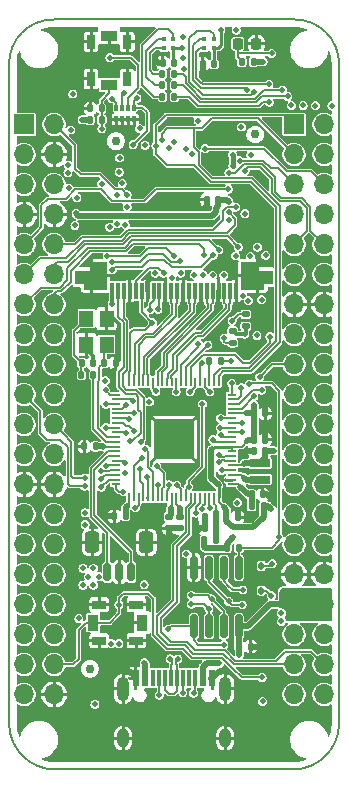
<source format=gbr>
%TF.GenerationSoftware,KiCad,Pcbnew,9.0.2*%
%TF.CreationDate,2025-05-14T22:05:17+05:30*%
%TF.ProjectId,pico2-ice,7069636f-322d-4696-9365-2e6b69636164,REV2*%
%TF.SameCoordinates,Original*%
%TF.FileFunction,Copper,L1,Top*%
%TF.FilePolarity,Positive*%
%FSLAX46Y46*%
G04 Gerber Fmt 4.6, Leading zero omitted, Abs format (unit mm)*
G04 Created by KiCad (PCBNEW 9.0.2) date 2025-05-14 22:05:17*
%MOMM*%
%LPD*%
G01*
G04 APERTURE LIST*
G04 Aperture macros list*
%AMRoundRect*
0 Rectangle with rounded corners*
0 $1 Rounding radius*
0 $2 $3 $4 $5 $6 $7 $8 $9 X,Y pos of 4 corners*
0 Add a 4 corners polygon primitive as box body*
4,1,4,$2,$3,$4,$5,$6,$7,$8,$9,$2,$3,0*
0 Add four circle primitives for the rounded corners*
1,1,$1+$1,$2,$3*
1,1,$1+$1,$4,$5*
1,1,$1+$1,$6,$7*
1,1,$1+$1,$8,$9*
0 Add four rect primitives between the rounded corners*
20,1,$1+$1,$2,$3,$4,$5,0*
20,1,$1+$1,$4,$5,$6,$7,0*
20,1,$1+$1,$6,$7,$8,$9,0*
20,1,$1+$1,$8,$9,$2,$3,0*%
%AMFreePoly0*
4,1,21,1.328536,0.903536,1.330000,0.900000,1.330000,-1.400000,1.328536,-1.403536,1.325000,-1.405000,0.075000,-1.405000,0.071464,-1.403536,0.070000,-1.400000,0.070000,-0.705000,-1.325000,-0.705000,-1.328536,-0.703536,-1.330000,-0.700000,-1.330000,0.400000,-1.328536,0.403536,-1.325000,0.405000,-0.630000,0.405000,-0.630000,0.900000,-0.628536,0.903536,-0.625000,0.905000,1.325000,0.905000,
1.328536,0.903536,1.328536,0.903536,$1*%
%AMFreePoly1*
4,1,21,0.628536,0.903536,0.630000,0.900000,0.630000,0.405000,1.325000,0.405000,1.328536,0.403536,1.330000,0.400000,1.330000,-0.700000,1.328536,-0.703536,1.325000,-0.705000,-0.070000,-0.705000,-0.070000,-1.400000,-0.071464,-1.403536,-0.075000,-1.405000,-1.325000,-1.405000,-1.328536,-1.403536,-1.330000,-1.400000,-1.330000,0.900000,-1.328536,0.903536,-1.325000,0.905000,0.625000,0.905000,
0.628536,0.903536,0.628536,0.903536,$1*%
G04 Aperture macros list end*
%TA.AperFunction,SMDPad,CuDef*%
%ADD10RoundRect,0.135000X0.135000X0.185000X-0.135000X0.185000X-0.135000X-0.185000X0.135000X-0.185000X0*%
%TD*%
%TA.AperFunction,SMDPad,CuDef*%
%ADD11RoundRect,0.140000X0.140000X0.170000X-0.140000X0.170000X-0.140000X-0.170000X0.140000X-0.170000X0*%
%TD*%
%TA.AperFunction,SMDPad,CuDef*%
%ADD12R,0.430000X0.430000*%
%TD*%
%TA.AperFunction,SMDPad,CuDef*%
%ADD13RoundRect,0.135000X-0.135000X-0.185000X0.135000X-0.185000X0.135000X0.185000X-0.135000X0.185000X0*%
%TD*%
%TA.AperFunction,SMDPad,CuDef*%
%ADD14RoundRect,0.140000X-0.170000X0.140000X-0.170000X-0.140000X0.170000X-0.140000X0.170000X0.140000X0*%
%TD*%
%TA.AperFunction,SMDPad,CuDef*%
%ADD15RoundRect,0.140000X-0.140000X-0.170000X0.140000X-0.170000X0.140000X0.170000X-0.140000X0.170000X0*%
%TD*%
%TA.AperFunction,SMDPad,CuDef*%
%ADD16RoundRect,0.218750X0.218750X0.256250X-0.218750X0.256250X-0.218750X-0.256250X0.218750X-0.256250X0*%
%TD*%
%TA.AperFunction,SMDPad,CuDef*%
%ADD17R,1.400000X0.950000*%
%TD*%
%TA.AperFunction,SMDPad,CuDef*%
%ADD18R,0.750000X1.150000*%
%TD*%
%TA.AperFunction,SMDPad,CuDef*%
%ADD19RoundRect,0.112500X0.112500X-0.187500X0.112500X0.187500X-0.112500X0.187500X-0.112500X-0.187500X0*%
%TD*%
%TA.AperFunction,SMDPad,CuDef*%
%ADD20R,0.600000X1.450000*%
%TD*%
%TA.AperFunction,SMDPad,CuDef*%
%ADD21R,0.300000X1.450000*%
%TD*%
%TA.AperFunction,ComponentPad*%
%ADD22O,1.000000X2.100000*%
%TD*%
%TA.AperFunction,ComponentPad*%
%ADD23O,1.000000X1.600000*%
%TD*%
%TA.AperFunction,SMDPad,CuDef*%
%ADD24RoundRect,0.150000X-0.150000X-0.625000X0.150000X-0.625000X0.150000X0.625000X-0.150000X0.625000X0*%
%TD*%
%TA.AperFunction,SMDPad,CuDef*%
%ADD25RoundRect,0.250000X-0.350000X-0.650000X0.350000X-0.650000X0.350000X0.650000X-0.350000X0.650000X0*%
%TD*%
%TA.AperFunction,SMDPad,CuDef*%
%ADD26RoundRect,0.150000X-0.150000X0.825000X-0.150000X-0.825000X0.150000X-0.825000X0.150000X0.825000X0*%
%TD*%
%TA.AperFunction,ComponentPad*%
%ADD27R,1.700000X1.700000*%
%TD*%
%TA.AperFunction,ComponentPad*%
%ADD28O,1.700000X1.700000*%
%TD*%
%TA.AperFunction,SMDPad,CuDef*%
%ADD29RoundRect,0.135000X-0.185000X0.135000X-0.185000X-0.135000X0.185000X-0.135000X0.185000X0.135000X0*%
%TD*%
%TA.AperFunction,SMDPad,CuDef*%
%ADD30C,0.750000*%
%TD*%
%TA.AperFunction,SMDPad,CuDef*%
%ADD31R,1.700000X0.700000*%
%TD*%
%TA.AperFunction,SMDPad,CuDef*%
%ADD32R,0.300000X1.400000*%
%TD*%
%TA.AperFunction,SMDPad,CuDef*%
%ADD33FreePoly0,180.000000*%
%TD*%
%TA.AperFunction,SMDPad,CuDef*%
%ADD34FreePoly1,180.000000*%
%TD*%
%TA.AperFunction,SMDPad,CuDef*%
%ADD35R,0.950000X1.400000*%
%TD*%
%TA.AperFunction,SMDPad,CuDef*%
%ADD36R,1.150000X0.750000*%
%TD*%
%TA.AperFunction,SMDPad,CuDef*%
%ADD37R,0.320000X0.500000*%
%TD*%
%TA.AperFunction,SMDPad,CuDef*%
%ADD38R,0.220000X0.780000*%
%TD*%
%TA.AperFunction,SMDPad,CuDef*%
%ADD39R,0.780000X0.220000*%
%TD*%
%TA.AperFunction,HeatsinkPad*%
%ADD40C,0.600000*%
%TD*%
%TA.AperFunction,SMDPad,CuDef*%
%ADD41R,3.400000X3.400000*%
%TD*%
%TA.AperFunction,SMDPad,CuDef*%
%ADD42R,1.200000X1.400000*%
%TD*%
%TA.AperFunction,SMDPad,CuDef*%
%ADD43RoundRect,0.135000X0.185000X-0.135000X0.185000X0.135000X-0.185000X0.135000X-0.185000X-0.135000X0*%
%TD*%
%TA.AperFunction,ViaPad*%
%ADD44C,0.508000*%
%TD*%
%TA.AperFunction,Conductor*%
%ADD45C,0.508000*%
%TD*%
%TA.AperFunction,Conductor*%
%ADD46C,0.304800*%
%TD*%
%TA.AperFunction,Conductor*%
%ADD47C,0.254000*%
%TD*%
%TA.AperFunction,Conductor*%
%ADD48C,0.203200*%
%TD*%
%TA.AperFunction,Conductor*%
%ADD49C,0.152400*%
%TD*%
%TA.AperFunction,Conductor*%
%ADD50C,0.406400*%
%TD*%
%TA.AperFunction,Profile*%
%ADD51C,0.127000*%
%TD*%
G04 APERTURE END LIST*
D10*
X72427718Y-77655871D03*
X71407718Y-77655871D03*
D11*
X68282918Y-113165071D03*
X67322918Y-113165071D03*
D12*
X75731718Y-73537000D03*
X74961718Y-73537000D03*
X74961718Y-72767000D03*
X75731718Y-72767000D03*
D13*
X76868718Y-115832071D03*
X77888718Y-115832071D03*
X78138718Y-74684071D03*
X79158718Y-74684071D03*
D14*
X72882918Y-113243871D03*
X72882918Y-114203871D03*
D15*
X79159318Y-106713471D03*
X80119318Y-106713471D03*
D16*
X79360018Y-73185471D03*
X77785018Y-73185471D03*
D11*
X75953718Y-113266671D03*
X74993718Y-113266671D03*
D10*
X75983718Y-115171671D03*
X74963718Y-115171671D03*
D11*
X65742918Y-107272271D03*
X64782918Y-107272271D03*
D17*
X66888518Y-72507471D03*
X66888518Y-76657471D03*
D18*
X68413518Y-73007471D03*
X65363518Y-73007471D03*
X68413518Y-76157471D03*
X65363518Y-76157471D03*
D19*
X79791718Y-119472871D03*
X79791718Y-117372871D03*
D11*
X66250918Y-78646471D03*
X65290918Y-78646471D03*
X75953718Y-114206471D03*
X74993718Y-114206471D03*
D15*
X78956118Y-111336271D03*
X79916118Y-111336271D03*
D11*
X76115718Y-86389071D03*
X75155718Y-86389071D03*
D15*
X79159318Y-104478271D03*
X80119318Y-104478271D03*
X76822518Y-113266671D03*
X77782518Y-113266671D03*
D10*
X72427718Y-75725471D03*
X71407718Y-75725471D03*
D20*
X69140000Y-126892000D03*
X69940000Y-126892000D03*
D21*
X71140000Y-126892000D03*
X72140000Y-126892000D03*
X72640000Y-126892000D03*
X73640000Y-126892000D03*
D20*
X74840000Y-126892000D03*
X75640000Y-126892000D03*
X75640000Y-126892000D03*
X74840000Y-126892000D03*
D21*
X74140000Y-126892000D03*
X73140000Y-126892000D03*
X71640000Y-126892000D03*
X70640000Y-126892000D03*
D20*
X69940000Y-126892000D03*
X69140000Y-126892000D03*
D22*
X68070000Y-127807000D03*
D23*
X68070000Y-131987000D03*
D22*
X76710000Y-127807000D03*
D23*
X76710000Y-131987000D03*
D15*
X77914718Y-124214071D03*
X78874718Y-124214071D03*
D24*
X66752118Y-117919071D03*
X67752118Y-117919071D03*
X68752118Y-117919071D03*
D25*
X65452118Y-115394071D03*
X70052118Y-115394071D03*
D15*
X64579718Y-100211071D03*
X65539718Y-100211071D03*
D10*
X76390118Y-100058671D03*
X75370118Y-100058671D03*
D11*
X75801318Y-74887271D03*
X74841318Y-74887271D03*
D26*
X77886718Y-117548071D03*
X76616718Y-117548071D03*
X75346718Y-117548071D03*
X74076718Y-117548071D03*
X74076718Y-122498071D03*
X75346718Y-122498071D03*
X76616718Y-122498071D03*
X77886718Y-122498071D03*
D27*
X82550000Y-80010000D03*
D28*
X85090000Y-80010000D03*
X82550000Y-82550000D03*
X85090000Y-82550000D03*
X82550000Y-85090000D03*
X85090000Y-85090000D03*
X82550000Y-87630000D03*
X85090000Y-87630000D03*
X82550000Y-90170000D03*
X85090000Y-90170000D03*
X82550000Y-92710000D03*
X85090000Y-92710000D03*
X82550000Y-95250000D03*
X85090000Y-95250000D03*
X82550000Y-97790000D03*
X85090000Y-97790000D03*
X82550000Y-100330000D03*
X85090000Y-100330000D03*
X82550000Y-102870000D03*
X85090000Y-102870000D03*
X82550000Y-105410000D03*
X85090000Y-105410000D03*
X82550000Y-107950000D03*
X85090000Y-107950000D03*
X82550000Y-110490000D03*
X85090000Y-110490000D03*
X82550000Y-113030000D03*
X85090000Y-113030000D03*
X82550000Y-115570000D03*
X85090000Y-115570000D03*
X82550000Y-118110000D03*
X85090000Y-118110000D03*
X82550000Y-120650000D03*
X85090000Y-120650000D03*
X82550000Y-123190000D03*
X85090000Y-123190000D03*
X82550000Y-125730000D03*
X85090000Y-125730000D03*
X82550000Y-128270000D03*
X85090000Y-128270000D03*
D12*
X72302718Y-73537000D03*
X71532718Y-73537000D03*
X71532718Y-72767000D03*
X72302718Y-72767000D03*
D29*
X77355718Y-97479072D03*
X77355718Y-98499070D03*
D27*
X59690000Y-80010000D03*
D28*
X62230000Y-80010000D03*
X59690000Y-82550000D03*
X62230000Y-82550000D03*
X59690000Y-85090000D03*
X62230000Y-85090000D03*
X59690000Y-87630000D03*
X62230000Y-87630000D03*
X59690000Y-90170000D03*
X62230000Y-90170000D03*
X59690000Y-92710000D03*
X62230000Y-92710000D03*
X59690000Y-95250000D03*
X62230000Y-95250000D03*
X59690000Y-97790000D03*
X62230000Y-97790000D03*
X59690000Y-100330000D03*
X62230000Y-100330000D03*
X59690000Y-102870000D03*
X62230000Y-102870000D03*
X59690000Y-105410000D03*
X62230000Y-105410000D03*
X59690000Y-107950000D03*
X62230000Y-107950000D03*
X59690000Y-110490000D03*
X62230000Y-110490000D03*
X59690000Y-113030000D03*
X62230000Y-113030000D03*
X59690000Y-115570000D03*
X62230000Y-115570000D03*
X59690000Y-118110000D03*
X62230000Y-118110000D03*
X59690000Y-120650000D03*
X62230000Y-120650000D03*
X59690000Y-123190000D03*
X62230000Y-123190000D03*
X59690000Y-125730000D03*
X62230000Y-125730000D03*
X59690000Y-128270000D03*
X62230000Y-128270000D03*
D30*
X65262918Y-126093671D03*
D31*
X79664718Y-108680471D03*
X79664718Y-110080471D03*
D32*
X77655718Y-94089071D03*
X77155718Y-94089071D03*
X76655718Y-94089071D03*
X76155718Y-94089071D03*
X75655718Y-94089071D03*
X75155718Y-94089071D03*
X74655718Y-94089071D03*
X74155718Y-94089071D03*
X73655718Y-94089071D03*
X73155718Y-94089071D03*
X72655718Y-94089071D03*
X72155718Y-94089071D03*
X71655718Y-94089071D03*
X71155718Y-94089071D03*
X70655718Y-94089071D03*
X70155718Y-94089071D03*
X69655718Y-94089071D03*
X69155718Y-94089071D03*
X68655718Y-94089071D03*
X68155718Y-94089071D03*
X67655718Y-94089071D03*
X67155718Y-94089071D03*
D33*
X79430718Y-93089071D03*
D34*
X65380718Y-93089071D03*
D35*
X69700118Y-122182071D03*
X65550118Y-122182071D03*
D36*
X69200118Y-123707071D03*
X69200118Y-120657071D03*
X66050118Y-123707071D03*
X66050118Y-120657071D03*
D10*
X72427718Y-76690671D03*
X71407718Y-76690671D03*
D37*
X67510118Y-79578271D03*
X68010118Y-79578271D03*
X68510118Y-79578271D03*
X69010118Y-79578271D03*
X69010118Y-78578271D03*
X68510118Y-78578271D03*
X68010118Y-78578271D03*
X67510118Y-78578271D03*
D13*
X65258918Y-79611671D03*
X66278918Y-79611671D03*
D38*
X76190000Y-101783500D03*
X75790000Y-101783500D03*
X75390000Y-101783500D03*
X74990000Y-101783500D03*
X74590000Y-101783500D03*
X74190000Y-101783500D03*
X73790000Y-101783500D03*
X73390000Y-101783500D03*
X72990000Y-101783500D03*
X72590000Y-101783500D03*
X72190000Y-101783500D03*
X71790000Y-101783500D03*
X71390000Y-101783500D03*
X70990000Y-101783500D03*
X70590000Y-101783500D03*
X70190000Y-101783500D03*
X69790000Y-101783500D03*
X69390000Y-101783500D03*
X68990000Y-101783500D03*
X68590000Y-101783500D03*
D39*
X67493500Y-102880000D03*
X67493500Y-103280000D03*
X67493500Y-103680000D03*
X67493500Y-104080000D03*
X67493500Y-104480000D03*
X67493500Y-104880000D03*
X67493500Y-105280000D03*
X67493500Y-105680000D03*
X67493500Y-106080000D03*
X67493500Y-106480000D03*
X67493500Y-106880000D03*
X67493500Y-107280000D03*
X67493500Y-107680000D03*
X67493500Y-108080000D03*
X67493500Y-108480000D03*
X67493500Y-108880000D03*
X67493500Y-109280000D03*
X67493500Y-109680000D03*
X67493500Y-110080000D03*
X67493500Y-110480000D03*
D38*
X68590000Y-111576500D03*
X68990000Y-111576500D03*
X69390000Y-111576500D03*
X69790000Y-111576500D03*
X70190000Y-111576500D03*
X70590000Y-111576500D03*
X70990000Y-111576500D03*
X71390000Y-111576500D03*
X71790000Y-111576500D03*
X72190000Y-111576500D03*
X72590000Y-111576500D03*
X72990000Y-111576500D03*
X73390000Y-111576500D03*
X73790000Y-111576500D03*
X74190000Y-111576500D03*
X74590000Y-111576500D03*
X74990000Y-111576500D03*
X75390000Y-111576500D03*
X75790000Y-111576500D03*
X76190000Y-111576500D03*
D39*
X77286500Y-110480000D03*
X77286500Y-110080000D03*
X77286500Y-109680000D03*
X77286500Y-109280000D03*
X77286500Y-108880000D03*
X77286500Y-108480000D03*
X77286500Y-108080000D03*
X77286500Y-107680000D03*
X77286500Y-107280000D03*
X77286500Y-106880000D03*
X77286500Y-106480000D03*
X77286500Y-106080000D03*
X77286500Y-105680000D03*
X77286500Y-105280000D03*
X77286500Y-104880000D03*
X77286500Y-104480000D03*
X77286500Y-104080000D03*
X77286500Y-103680000D03*
X77286500Y-103280000D03*
X77286500Y-102880000D03*
D40*
X73240000Y-105830000D03*
X72390000Y-105830000D03*
X71540000Y-105830000D03*
X73240000Y-106680000D03*
X72390000Y-106680000D03*
D41*
X72390000Y-106680000D03*
D40*
X71540000Y-106680000D03*
X73240000Y-107530000D03*
X72390000Y-107530000D03*
X71540000Y-107530000D03*
D30*
X79258318Y-80856271D03*
D42*
X66671718Y-98644071D03*
X66671718Y-96444071D03*
X64971718Y-96444071D03*
X64971718Y-98644071D03*
D14*
X71943118Y-113243871D03*
X71943118Y-114203871D03*
D15*
X66484718Y-100211071D03*
X67444718Y-100211071D03*
D13*
X78951518Y-112326871D03*
X79971518Y-112326871D03*
D10*
X65569718Y-101227071D03*
X64549718Y-101227071D03*
D43*
X78455718Y-97099070D03*
X78455718Y-96079072D03*
D30*
X67472718Y-81415071D03*
D11*
X80119318Y-107653271D03*
X79159318Y-107653271D03*
X72397718Y-74785671D03*
X71437718Y-74785671D03*
D44*
X72070118Y-87079271D03*
X75041918Y-88400071D03*
X72070118Y-86037871D03*
X80121918Y-106154671D03*
X73441718Y-84386871D03*
X70800118Y-74582471D03*
X72120918Y-84437671D03*
X73456447Y-79677553D03*
X77556518Y-133231071D03*
X64267118Y-84867071D03*
X73162318Y-95537471D03*
X65923318Y-81923071D03*
X77555718Y-111189071D03*
X84973318Y-75979471D03*
X79080518Y-84107471D03*
X66869063Y-111774016D03*
X75041918Y-87089071D03*
X71003318Y-86164871D03*
X77785118Y-112682471D03*
X60944918Y-129675071D03*
X74635518Y-95410471D03*
X79613918Y-124214071D03*
X76134118Y-95410471D03*
X70596918Y-84437671D03*
X59725718Y-77655871D03*
X74559318Y-102649471D03*
X68834863Y-96268216D03*
X66609118Y-104706871D03*
X76388118Y-82634271D03*
X70927118Y-100289071D03*
X72095518Y-114892271D03*
X73517918Y-88400071D03*
X67040918Y-132773871D03*
X74273008Y-114555161D03*
X73467118Y-86063271D03*
X63455718Y-124689071D03*
X71384318Y-84996471D03*
X79588518Y-122664671D03*
X74432318Y-84691671D03*
X74838718Y-75623871D03*
X63255718Y-72289071D03*
X82738118Y-77249471D03*
X78267718Y-82507271D03*
X62773718Y-130894271D03*
X70455718Y-118689071D03*
X71765318Y-88400071D03*
X80121918Y-103817871D03*
X66455718Y-121689071D03*
X79359918Y-72245671D03*
X80655318Y-111717271D03*
X66507518Y-86774471D03*
X66155718Y-112689071D03*
X67255718Y-100896871D03*
X73955718Y-104089071D03*
X78420118Y-107780271D03*
X78739918Y-90189071D03*
X71638318Y-95512071D03*
X67255718Y-125689071D03*
X68539518Y-80348271D03*
X78826518Y-127389071D03*
X69112140Y-90559071D03*
X81976118Y-133485071D03*
X65135918Y-118295871D03*
X64678718Y-117584671D03*
X78369318Y-97772671D03*
X78896664Y-82594767D03*
X76598518Y-92789071D03*
X66050318Y-118295871D03*
X65567718Y-119007071D03*
X68336318Y-106103871D03*
X64678718Y-119007071D03*
X68260118Y-109507471D03*
X67142518Y-95232671D03*
X77912118Y-124950671D03*
X79156718Y-106129271D03*
X70855718Y-102598671D03*
X79410718Y-97874271D03*
X80629918Y-112580871D03*
X72120918Y-112453871D03*
X79156718Y-103767071D03*
X68336318Y-103741671D03*
X77404118Y-114968471D03*
X73441718Y-116365471D03*
X65567718Y-117584671D03*
X64323118Y-121826471D03*
X74719120Y-100240648D03*
X77404118Y-114130271D03*
X68412518Y-112352271D03*
X80858518Y-107653271D03*
X72882918Y-112453871D03*
X66380518Y-107280000D03*
X72578118Y-102649471D03*
X80629918Y-119896071D03*
X79842518Y-126830271D03*
X67726718Y-120683471D03*
X75676918Y-106688071D03*
X73848118Y-119870671D03*
X75575318Y-120175471D03*
X73848118Y-120632671D03*
X75346718Y-121039071D03*
X76337318Y-106332471D03*
X76616718Y-124061671D03*
X78166118Y-106078471D03*
X71866918Y-122766271D03*
X77010418Y-120391371D03*
X78166118Y-120683471D03*
X76311918Y-105672071D03*
X78216918Y-119413471D03*
X78166118Y-105265671D03*
X72065515Y-125255471D03*
X73136918Y-128125671D03*
X72714485Y-125255471D03*
X78394718Y-87561871D03*
X64170718Y-86215671D03*
X64094518Y-87536471D03*
X77040447Y-86535553D03*
X73086118Y-73541071D03*
X68253060Y-108677334D03*
X76190307Y-107955515D03*
X77606231Y-91138196D03*
X66583718Y-101709671D03*
X70850918Y-81796071D03*
X77226318Y-100058671D03*
X69479318Y-80348271D03*
X68183918Y-77325671D03*
X74838718Y-92743471D03*
X73136918Y-74404671D03*
X76438918Y-109304271D03*
X77759718Y-112022071D03*
X67726718Y-123960071D03*
X67091718Y-123960071D03*
X66278918Y-80373671D03*
X68006118Y-84999071D03*
X63408718Y-84082071D03*
X73238518Y-75279703D03*
X63637318Y-80475271D03*
X84363718Y-78417871D03*
X82331718Y-78392471D03*
X63992918Y-88552471D03*
X64602518Y-79611671D03*
X79805718Y-94839071D03*
X78089918Y-80221271D03*
X77378718Y-83523271D03*
X85760718Y-78417871D03*
X77658118Y-72017071D03*
X77353318Y-82583471D03*
X74421647Y-79677553D03*
X63815118Y-77427271D03*
X83322318Y-78392471D03*
X79944118Y-74684071D03*
X77015047Y-88110353D03*
X73162318Y-72601271D03*
X74102118Y-92743471D03*
X75422918Y-102649471D03*
X69936518Y-81770671D03*
X71333518Y-81313471D03*
X67117118Y-77833671D03*
X78400508Y-83910061D03*
X70555718Y-96789071D03*
X66177318Y-110066271D03*
X77937518Y-83066071D03*
X73921718Y-82510712D03*
X69019118Y-105989071D03*
X78200283Y-94502188D03*
X66634518Y-103690871D03*
X72374918Y-81465871D03*
X71511318Y-92591071D03*
X72959118Y-92591071D03*
X68996718Y-104478272D03*
X77023118Y-84107471D03*
X75016518Y-82050071D03*
X68539518Y-104986271D03*
X72197118Y-92972071D03*
X70298518Y-103489071D03*
X78686712Y-94931440D03*
X73416318Y-82126271D03*
X70800118Y-92589071D03*
X66634518Y-105672071D03*
X71987008Y-82017761D03*
X69655718Y-108289071D03*
X69530118Y-109177271D03*
X68107245Y-111107671D03*
X69123718Y-112453871D03*
X69955718Y-107489071D03*
X70927118Y-108948671D03*
X70132800Y-109888471D03*
X71047200Y-110523471D03*
X66939318Y-88704871D03*
X68260118Y-88501671D03*
X67574318Y-88425471D03*
X68412518Y-86991071D03*
X66253518Y-85021871D03*
X64824208Y-109932361D03*
X63459518Y-85377471D03*
X66659918Y-108897871D03*
X67746328Y-84037061D03*
X63434118Y-83447071D03*
X66177318Y-109380471D03*
X64831118Y-110625071D03*
X76972318Y-85491071D03*
X77607318Y-87003071D03*
X77023118Y-87460271D03*
X77825518Y-90389071D03*
X76167908Y-90635271D03*
X74940318Y-91092471D03*
X67157990Y-91643277D03*
X72933718Y-91600471D03*
X72425718Y-91168671D03*
X66736118Y-91168671D03*
X76190307Y-108604485D03*
X71130318Y-128328871D03*
X74051318Y-128151071D03*
X74787918Y-103665471D03*
X73619518Y-110675871D03*
X69860318Y-118981671D03*
X82026918Y-77630471D03*
X79156718Y-103030471D03*
X80452118Y-78113071D03*
X80502918Y-97975872D03*
X79817118Y-102497071D03*
X81569718Y-77097071D03*
X80706118Y-117203671D03*
X76362718Y-72009000D03*
X68412518Y-85961671D03*
X66228118Y-110726671D03*
X78855718Y-91189071D03*
X79193328Y-77226681D03*
X79455718Y-90389071D03*
X78577536Y-77071670D03*
X80136718Y-91089071D03*
X80426718Y-76614471D03*
X65694718Y-129090871D03*
X79893318Y-128862271D03*
X76235718Y-125636471D03*
X69860318Y-125585671D03*
X69250718Y-77782871D03*
X68917118Y-81723271D03*
X75702318Y-91067071D03*
X67167918Y-92311671D03*
X78089918Y-102293871D03*
X64855718Y-112889071D03*
X68655718Y-106789071D03*
X77305718Y-96639071D03*
X66964718Y-74353871D03*
X67777518Y-82837471D03*
X76642118Y-98089071D03*
X77277118Y-101938271D03*
X64855718Y-113889071D03*
X69555718Y-106889071D03*
X72628370Y-110549907D03*
X80655718Y-73989071D03*
X71993918Y-110523471D03*
X79639318Y-101404871D03*
X74279918Y-112911071D03*
X81468118Y-122080471D03*
X81468118Y-121394671D03*
X74792362Y-112528878D03*
X70355718Y-95689071D03*
X74455718Y-98589071D03*
X75255718Y-98689071D03*
X71021578Y-95663258D03*
X76337318Y-104884671D03*
X66609118Y-102522471D03*
X78775718Y-101989071D03*
X73746518Y-102649471D03*
X81290318Y-114968471D03*
X68895118Y-103389071D03*
X67599718Y-85987071D03*
X75651518Y-92794271D03*
X75422918Y-112453871D03*
D45*
X75605118Y-87739671D02*
X73655718Y-87739671D01*
X75955718Y-87389071D02*
X75605118Y-87739671D01*
X73655718Y-87739671D02*
X64297718Y-87739671D01*
X64297718Y-87739671D02*
X64094518Y-87536471D01*
X74701278Y-87739671D02*
X73655718Y-87739671D01*
X76893965Y-86389071D02*
X77040447Y-86535553D01*
X76115718Y-86389071D02*
X76893965Y-86389071D01*
X75955718Y-87089071D02*
X75955718Y-87389071D01*
X76115718Y-86929071D02*
X75955718Y-87089071D01*
X76115718Y-86929071D02*
X76115718Y-86389071D01*
X75155718Y-86975271D02*
X75041918Y-87089071D01*
X75155718Y-86389071D02*
X75155718Y-86975271D01*
X74701278Y-87739671D02*
X74703198Y-87741591D01*
X77782518Y-113266671D02*
X77782518Y-112685071D01*
D46*
X74640000Y-94094000D02*
X74640000Y-95405989D01*
D45*
X74993718Y-113266671D02*
X74993718Y-114206471D01*
D47*
X71655718Y-93235071D02*
X71655718Y-94089071D01*
D45*
X78874718Y-124214071D02*
X79613918Y-124214071D01*
D46*
X67287118Y-96444071D02*
X67726718Y-96883671D01*
X67726718Y-99929071D02*
X67444718Y-100211071D01*
D47*
X70345718Y-93099071D02*
X71519718Y-93099071D01*
D48*
X68655718Y-94089071D02*
X68655718Y-96089071D01*
D46*
X76140000Y-95404589D02*
X76134118Y-95410471D01*
D45*
X80119318Y-104478271D02*
X80119318Y-103820471D01*
D46*
X71640000Y-95510389D02*
X71638318Y-95512071D01*
D45*
X66634518Y-113165071D02*
X66355118Y-112885671D01*
X80119318Y-103820471D02*
X80121918Y-103817871D01*
D46*
X64971718Y-98644071D02*
X64971718Y-99056271D01*
D45*
X71943118Y-114739871D02*
X72095518Y-114892271D01*
D46*
X66671718Y-96444071D02*
X67287118Y-96444071D01*
D45*
X72882918Y-114203871D02*
X71943118Y-114203871D01*
D46*
X65539718Y-99624271D02*
X65539718Y-100211071D01*
X76140000Y-94094000D02*
X76140000Y-95404589D01*
D45*
X67322918Y-113165071D02*
X66634518Y-113165071D01*
X75640000Y-126892000D02*
X76260529Y-126271471D01*
X74841318Y-75621271D02*
X74838718Y-75623871D01*
X74621698Y-114206471D02*
X74273008Y-114555161D01*
D47*
X70155718Y-94089071D02*
X70155718Y-93289071D01*
D45*
X78547118Y-107653271D02*
X78420118Y-107780271D01*
D46*
X73140000Y-95515153D02*
X73162318Y-95537471D01*
X74640000Y-95405989D02*
X74635518Y-95410471D01*
D45*
X74841318Y-74887271D02*
X74841318Y-75621271D01*
D47*
X71519718Y-93099071D02*
X71655718Y-93235071D01*
D45*
X79159318Y-107653271D02*
X78547118Y-107653271D01*
D47*
X70155718Y-93289071D02*
X70345718Y-93099071D01*
X77286500Y-110080000D02*
X76732047Y-110080000D01*
D45*
X69140000Y-126821153D02*
X68742718Y-126423871D01*
X76260529Y-126271471D02*
X76388118Y-126271471D01*
X71943118Y-114203871D02*
X71943118Y-114739871D01*
X77782518Y-112685071D02*
X77785118Y-112682471D01*
D48*
X68655718Y-96089071D02*
X68834863Y-96268216D01*
D45*
X71437718Y-74785671D02*
X71003318Y-74785671D01*
X80119318Y-106713471D02*
X80119318Y-106157271D01*
X74993718Y-114206471D02*
X74621698Y-114206471D01*
X68742718Y-126423871D02*
X68564918Y-126246071D01*
X80119318Y-106157271D02*
X80121918Y-106154671D01*
D46*
X67726718Y-96883671D02*
X67726718Y-99929071D01*
D45*
X80274318Y-111336271D02*
X80655318Y-111717271D01*
D46*
X64971718Y-99056271D02*
X65539718Y-99624271D01*
D45*
X71003318Y-74785671D02*
X70800118Y-74582471D01*
D47*
X76732047Y-110080000D02*
X76718318Y-110066271D01*
D45*
X79916118Y-111336271D02*
X80274318Y-111336271D01*
D46*
X71640000Y-94094000D02*
X71640000Y-95510389D01*
D45*
X69140000Y-126892000D02*
X69140000Y-126821153D01*
D46*
X64971718Y-98644071D02*
X64971718Y-98317871D01*
D45*
X68564918Y-126246071D02*
X68107718Y-126246071D01*
D46*
X70140000Y-93307595D02*
X70140000Y-94094000D01*
X73140000Y-94094000D02*
X73140000Y-95515153D01*
D49*
X65923318Y-101836671D02*
X66075718Y-101684271D01*
X66484718Y-98831071D02*
X66671718Y-98644071D01*
X66705847Y-106480000D02*
X65923318Y-105697471D01*
X66075718Y-100566671D02*
X66431318Y-100211071D01*
X67493500Y-106480000D02*
X66705847Y-106480000D01*
X66484718Y-100211071D02*
X66484718Y-98831071D01*
X66431318Y-100211071D02*
X66484718Y-100211071D01*
X65923318Y-105697471D02*
X65923318Y-101836671D01*
X66075718Y-101684271D02*
X66075718Y-100566671D01*
X65569718Y-105824471D02*
X65569718Y-101227071D01*
X66625247Y-106880000D02*
X65569718Y-105824471D01*
X67493500Y-106880000D02*
X66625247Y-106880000D01*
D45*
X79159318Y-103769671D02*
X79156718Y-103767071D01*
X79159318Y-106713471D02*
X79159318Y-106131871D01*
D47*
X76184918Y-110574271D02*
X76190000Y-110579353D01*
D45*
X76868718Y-115832071D02*
X76828118Y-115872671D01*
X76828118Y-115872671D02*
X75057118Y-115872671D01*
X78371318Y-97770671D02*
X78369318Y-97772671D01*
X79159318Y-106131871D02*
X79156718Y-106129271D01*
D48*
X76190000Y-112001753D02*
X76591318Y-112403071D01*
D45*
X79159318Y-106126671D02*
X79156718Y-106129271D01*
D47*
X75821589Y-107280000D02*
X75600718Y-107500871D01*
D45*
X80485589Y-120650000D02*
X81163318Y-120650000D01*
D46*
X67140000Y-95230153D02*
X67142518Y-95232671D01*
D45*
X78674118Y-106713471D02*
X79159318Y-106713471D01*
D48*
X77286500Y-104480000D02*
X78011989Y-104480000D01*
D45*
X76868718Y-115832071D02*
X76868718Y-115503871D01*
X76868718Y-115503871D02*
X77404118Y-114968471D01*
D46*
X78455718Y-97099070D02*
X78455718Y-97686271D01*
D48*
X70855718Y-102598671D02*
X70590000Y-102332953D01*
D45*
X76822518Y-112634271D02*
X76591318Y-112403071D01*
X76822518Y-113548671D02*
X77404118Y-114130271D01*
X74963718Y-115171671D02*
X74963718Y-115779271D01*
X71943118Y-113243871D02*
X71943118Y-113241271D01*
D48*
X67493500Y-106080000D02*
X68312447Y-106080000D01*
X67997989Y-104080000D02*
X68336318Y-103741671D01*
X68312447Y-106080000D02*
X68336318Y-106103871D01*
D45*
X78637518Y-122498071D02*
X80485589Y-120650000D01*
D48*
X68590000Y-112174789D02*
X68412518Y-112352271D01*
D45*
X79971518Y-112326871D02*
X80375918Y-112326871D01*
D48*
X67493500Y-104080000D02*
X67997989Y-104080000D01*
D45*
X76822518Y-113266671D02*
X76822518Y-113548671D01*
X71943118Y-113241271D02*
X72120918Y-113063471D01*
D48*
X78318518Y-104478271D02*
X78013718Y-104478271D01*
D45*
X82550000Y-120650000D02*
X81163318Y-120650000D01*
D47*
X77286500Y-107280000D02*
X75821589Y-107280000D01*
D46*
X77649317Y-97772671D02*
X77355718Y-97479072D01*
D45*
X80375918Y-112326871D02*
X80629918Y-112580871D01*
X79159318Y-104478271D02*
X79159318Y-106126671D01*
X68282918Y-112481871D02*
X68412518Y-112352271D01*
X77404118Y-114130271D02*
X79105918Y-114130271D01*
X76822518Y-113266671D02*
X76822518Y-112634271D01*
X75555307Y-107546282D02*
X75555307Y-109944660D01*
X77914718Y-124948071D02*
X77912118Y-124950671D01*
D48*
X72190000Y-112384789D02*
X72120918Y-112453871D01*
X78107589Y-107280000D02*
X78572518Y-106815071D01*
X68590000Y-111576500D02*
X68590000Y-112174789D01*
D46*
X67140000Y-94094000D02*
X67140000Y-95230153D01*
D45*
X77914718Y-124214071D02*
X77914718Y-124948071D01*
X75555307Y-109944660D02*
X76184918Y-110574271D01*
D48*
X76190000Y-111576500D02*
X76190000Y-112001753D01*
D45*
X79105918Y-114130271D02*
X79971518Y-113264671D01*
D48*
X78011989Y-104480000D02*
X78013718Y-104478271D01*
X77286500Y-107680000D02*
X77286500Y-107280000D01*
D46*
X78369318Y-97772671D02*
X77649317Y-97772671D01*
D45*
X72120918Y-113063471D02*
X72120918Y-112453871D01*
D48*
X72190000Y-111576500D02*
X72190000Y-112384789D01*
D46*
X78455718Y-97686271D02*
X78369318Y-97772671D01*
D45*
X78572518Y-106815071D02*
X78674118Y-106713471D01*
X75600718Y-107500871D02*
X75555307Y-107546282D01*
X79159318Y-104478271D02*
X79159318Y-103769671D01*
D48*
X77286500Y-107280000D02*
X78107589Y-107280000D01*
D45*
X75057118Y-115872671D02*
X74965718Y-115781271D01*
X77886718Y-124186071D02*
X77914718Y-124214071D01*
X77886718Y-122498071D02*
X77886718Y-124186071D01*
D47*
X76190000Y-110579353D02*
X76190000Y-111576500D01*
D48*
X74590000Y-100369768D02*
X74719120Y-100240648D01*
X70590000Y-102332953D02*
X70590000Y-101783500D01*
D45*
X79159318Y-104478271D02*
X78521718Y-104478271D01*
X79971518Y-113264671D02*
X79971518Y-112326871D01*
X74963718Y-115779271D02*
X74965718Y-115781271D01*
X68282918Y-113165071D02*
X68282918Y-112481871D01*
X77886718Y-122498071D02*
X78637518Y-122498071D01*
D48*
X74590000Y-101783500D02*
X74590000Y-100369768D01*
D45*
X65742918Y-107272271D02*
X66372789Y-107272271D01*
X80119318Y-107653271D02*
X80119318Y-108225871D01*
D48*
X66235847Y-107280000D02*
X66228118Y-107272271D01*
X72590000Y-102637589D02*
X72578118Y-102649471D01*
X72590000Y-111576500D02*
X72590000Y-112160953D01*
X77286500Y-108880000D02*
X78183989Y-108880000D01*
X72590000Y-101783500D02*
X72590000Y-102637589D01*
X67493500Y-107280000D02*
X66380518Y-107280000D01*
D45*
X80119318Y-108225871D02*
X79664718Y-108680471D01*
X80119318Y-107653271D02*
X80858518Y-107653271D01*
X72882918Y-113243871D02*
X72882918Y-112453871D01*
D48*
X72590000Y-112160953D02*
X72882918Y-112453871D01*
D45*
X78383518Y-108680471D02*
X79664718Y-108680471D01*
X66372789Y-107272271D02*
X66380518Y-107280000D01*
D48*
X78183989Y-108880000D02*
X78318518Y-108745471D01*
D45*
X78318518Y-108745471D02*
X78383518Y-108680471D01*
D48*
X66380518Y-107280000D02*
X66235847Y-107280000D01*
D49*
X70647718Y-120175471D02*
X70647718Y-123248871D01*
X76458257Y-125153871D02*
X77313786Y-126009400D01*
X71790718Y-124391871D02*
X73136918Y-124391871D01*
X79842518Y-126830271D02*
X78134657Y-126830271D01*
X67726718Y-120683471D02*
X67726718Y-120124671D01*
X67726718Y-120124671D02*
X68107718Y-119743671D01*
X68107718Y-119743671D02*
X70215918Y-119743671D01*
X70215918Y-119743671D02*
X70647718Y-120175471D01*
X64932718Y-122182071D02*
X65550118Y-122182071D01*
X65550118Y-122182071D02*
X66939318Y-122182071D01*
X64323118Y-125255471D02*
X64323118Y-122791671D01*
X70647718Y-123248871D02*
X71790718Y-124391871D01*
X73136918Y-124391871D02*
X73898918Y-125153871D01*
X66939318Y-122182071D02*
X67726718Y-121394671D01*
X79791718Y-119472871D02*
X80206718Y-119472871D01*
X73898918Y-125153871D02*
X76458257Y-125153871D01*
X62230000Y-125730000D02*
X63848589Y-125730000D01*
X64323118Y-122791671D02*
X64932718Y-122182071D01*
X78134657Y-126830271D02*
X77313786Y-126009400D01*
X80206718Y-119472871D02*
X80629918Y-119896071D01*
X63848589Y-125730000D02*
X64323118Y-125255471D01*
X67726718Y-121394671D02*
X67726718Y-120683471D01*
X65643918Y-113088871D02*
X68752118Y-116197071D01*
X66831210Y-108080000D02*
X66285829Y-108625382D01*
X65643918Y-109267293D02*
X65643918Y-113088871D01*
X66285829Y-108625382D02*
X65643918Y-109267293D01*
X68752118Y-116197071D02*
X68752118Y-117919071D01*
X67493500Y-108080000D02*
X66831210Y-108080000D01*
X66810989Y-107680000D02*
X65364518Y-109126471D01*
X65364518Y-112784071D02*
X65364518Y-113241271D01*
X65364518Y-109126471D02*
X65364518Y-112784071D01*
X67493500Y-107680000D02*
X66810989Y-107680000D01*
X66752118Y-114628871D02*
X66752118Y-117919071D01*
X65364518Y-113241271D02*
X66752118Y-114628871D01*
X77286500Y-106880000D02*
X75868847Y-106880000D01*
X76616718Y-122498071D02*
X76616718Y-121216871D01*
X76616718Y-121216871D02*
X75575318Y-120175471D01*
X75270518Y-119870671D02*
X73848118Y-119870671D01*
X75868847Y-106880000D02*
X75676918Y-106688071D01*
X75575318Y-120175471D02*
X75473718Y-120073871D01*
X75473718Y-120073871D02*
X75270518Y-119870671D01*
X74940318Y-120632671D02*
X75346718Y-121039071D01*
X73848118Y-120632671D02*
X74940318Y-120632671D01*
X76484847Y-106480000D02*
X76337318Y-106332471D01*
X75346718Y-122498071D02*
X75346718Y-121039071D01*
X77286500Y-106480000D02*
X76484847Y-106480000D01*
X74457718Y-124061671D02*
X74076718Y-123680671D01*
X74076718Y-123680671D02*
X74076718Y-122498071D01*
X74076718Y-122498071D02*
X72135118Y-122498071D01*
X77286500Y-106080000D02*
X78164589Y-106080000D01*
X78164589Y-106080000D02*
X78166118Y-106078471D01*
X72135118Y-122498071D02*
X71866918Y-122766271D01*
X76616718Y-124061671D02*
X74457718Y-124061671D01*
X75346718Y-118727671D02*
X76743718Y-120124671D01*
X77302518Y-120683471D02*
X78166118Y-120683471D01*
X76743718Y-120124671D02*
X77010418Y-120391371D01*
X77010418Y-120391371D02*
X77302518Y-120683471D01*
X77286500Y-105680000D02*
X76319847Y-105680000D01*
X76319847Y-105680000D02*
X76311918Y-105672071D01*
X75346718Y-117548071D02*
X75346718Y-118727671D01*
X77353318Y-119413471D02*
X78216918Y-119413471D01*
X78151789Y-105280000D02*
X78166118Y-105265671D01*
X77286500Y-105280000D02*
X78151789Y-105280000D01*
X76616718Y-118676871D02*
X76997718Y-119057871D01*
X76616718Y-117548071D02*
X76616718Y-118676871D01*
X76997718Y-119057871D02*
X77353318Y-119413471D01*
X72140000Y-125804499D02*
X72243315Y-125701184D01*
X72140000Y-126892000D02*
X72140000Y-125804499D01*
X73140000Y-128122589D02*
X73136918Y-128125671D01*
X73140000Y-126892000D02*
X73140000Y-128122589D01*
X72243315Y-125433271D02*
X72065515Y-125255471D01*
X72243315Y-125701184D02*
X72243315Y-125433271D01*
X72536685Y-125701184D02*
X72536685Y-125433271D01*
X71943118Y-128227271D02*
X71640000Y-127924153D01*
X72536685Y-125433271D02*
X72714485Y-125255471D01*
X72640000Y-125804499D02*
X72536685Y-125701184D01*
X72349518Y-128227271D02*
X71943118Y-128227271D01*
X72640000Y-126892000D02*
X72640000Y-125804499D01*
X71640000Y-127924153D02*
X71640000Y-126892000D01*
X72640000Y-127936789D02*
X72349518Y-128227271D01*
X72640000Y-126892000D02*
X72640000Y-127936789D01*
D47*
X72302718Y-74690671D02*
X72397718Y-74785671D01*
X72302718Y-73537000D02*
X72302718Y-74690671D01*
X73082047Y-73537000D02*
X73086118Y-73541071D01*
X72302718Y-73537000D02*
X73082047Y-73537000D01*
D49*
X68055726Y-108480000D02*
X67493500Y-108480000D01*
X68253060Y-108677334D02*
X68055726Y-108480000D01*
X76648184Y-108133315D02*
X76368107Y-108133315D01*
X76368107Y-108133315D02*
X76190307Y-107955515D01*
X76701499Y-108080000D02*
X76648184Y-108133315D01*
X77286500Y-108080000D02*
X76701499Y-108080000D01*
X73187718Y-79205271D02*
X71689118Y-79205271D01*
X70850918Y-82532671D02*
X70850918Y-81796071D01*
X78874454Y-84844071D02*
X75487538Y-84844071D01*
X71796508Y-83478261D02*
X70850918Y-82532671D01*
X71689118Y-79205271D02*
X70850918Y-80043471D01*
X81055718Y-98362871D02*
X81055718Y-87025335D01*
X78775718Y-100642871D02*
X81055718Y-98362871D01*
X75790000Y-101241100D02*
X76388229Y-100642871D01*
X76388229Y-100642871D02*
X78775718Y-100642871D01*
X81745271Y-79205271D02*
X82550000Y-80010000D01*
X75790000Y-101783500D02*
X75790000Y-101241100D01*
X70850918Y-80043471D02*
X70850918Y-81796071D01*
X81055718Y-87025335D02*
X78874454Y-84844071D01*
X74121728Y-83478261D02*
X71796508Y-83478261D01*
X75487538Y-84844071D02*
X74121728Y-83478261D01*
X73187718Y-79205271D02*
X81745271Y-79205271D01*
X76390118Y-100058671D02*
X77226318Y-100058671D01*
X68010118Y-78578271D02*
X68010118Y-77499471D01*
X68010118Y-77499471D02*
X68183918Y-77325671D01*
X64549718Y-101227071D02*
X64549718Y-100241071D01*
X64549718Y-101257071D02*
X64579718Y-101227071D01*
X63916718Y-99548071D02*
X63916718Y-97499071D01*
X64549718Y-100241071D02*
X64579718Y-100211071D01*
X63916718Y-97499071D02*
X64971718Y-96444071D01*
X64579718Y-100211071D02*
X63916718Y-99548071D01*
D48*
X76463189Y-109280000D02*
X76438918Y-109304271D01*
X77286500Y-109280000D02*
X76463189Y-109280000D01*
D49*
X66278918Y-79611671D02*
X66278918Y-80373671D01*
X66278918Y-79611671D02*
X66278918Y-78674471D01*
X66888518Y-77351071D02*
X66888518Y-76657471D01*
X66250918Y-78646471D02*
X66250918Y-77988671D01*
X66278918Y-78674471D02*
X66250918Y-78646471D01*
X66250918Y-77988671D02*
X66888518Y-77351071D01*
D50*
X77353318Y-82583471D02*
X77353318Y-83497871D01*
X77353318Y-83497871D02*
X77378718Y-83523271D01*
D45*
X79158718Y-74684071D02*
X79944118Y-74684071D01*
X65258918Y-79611671D02*
X64602518Y-79611671D01*
D49*
X70317518Y-73972871D02*
X70317518Y-75420671D01*
X71532718Y-73537000D02*
X70753389Y-73537000D01*
X70753389Y-73537000D02*
X70317518Y-73972871D01*
X70622318Y-75725471D02*
X71407718Y-75725471D01*
X70317518Y-75420671D02*
X70622318Y-75725471D01*
X74990000Y-102216553D02*
X75422918Y-102649471D01*
X74990000Y-101783500D02*
X74990000Y-102216553D01*
X82550000Y-82550000D02*
X79484671Y-79484671D01*
X74051318Y-80348271D02*
X74051318Y-81948471D01*
X78891450Y-100922271D02*
X76540518Y-100922271D01*
X74051318Y-81948471D02*
X74483118Y-82380271D01*
X67510118Y-78226671D02*
X67117118Y-77833671D01*
X76190000Y-101272789D02*
X76190000Y-101783500D01*
X78990186Y-84564671D02*
X81355718Y-86930203D01*
X74051318Y-80348271D02*
X71790718Y-80348271D01*
X75603270Y-84564671D02*
X78990186Y-84564671D01*
X74483118Y-83444518D02*
X75246394Y-84207795D01*
X71333518Y-80805471D02*
X71333518Y-81313471D01*
X81355718Y-98458003D02*
X78891450Y-100922271D01*
X67510118Y-78578271D02*
X67510118Y-78226671D01*
X75246394Y-84207795D02*
X75603270Y-84564671D01*
X74737118Y-80348271D02*
X74051318Y-80348271D01*
X74483118Y-82380271D02*
X74483118Y-83444518D01*
X81355718Y-86930203D02*
X81355718Y-98458003D01*
X76540518Y-100922271D02*
X76190000Y-101272789D01*
X79484671Y-79484671D02*
X75600718Y-79484671D01*
X75600718Y-79484671D02*
X74737118Y-80348271D01*
X71790718Y-80348271D02*
X71333518Y-80805471D01*
X79701386Y-83650271D02*
X78660298Y-83650271D01*
X83068318Y-86520471D02*
X81341118Y-86520471D01*
X80655318Y-84604203D02*
X79701386Y-83650271D01*
X80655318Y-85834671D02*
X80655318Y-84604203D01*
X68590000Y-100995141D02*
X68590000Y-101783500D01*
X68680339Y-97664450D02*
X68680339Y-100904802D01*
X70555718Y-96789071D02*
X69655718Y-95889071D01*
X69955718Y-97389071D02*
X70555718Y-96789071D01*
X69655718Y-95889071D02*
X69655718Y-94089071D01*
X68955718Y-97389071D02*
X68680339Y-97664450D01*
X81341118Y-86520471D02*
X80655318Y-85834671D01*
X68680339Y-100904802D02*
X68590000Y-100995141D01*
X82550000Y-90170000D02*
X83652518Y-89067482D01*
X68955718Y-97389071D02*
X69955718Y-97389071D01*
X83652518Y-87104671D02*
X83068318Y-86520471D01*
X83652518Y-89067482D02*
X83652518Y-87104671D01*
X78660298Y-83650271D02*
X78400508Y-83910061D01*
X81161071Y-83701071D02*
X82550000Y-85090000D01*
X79944118Y-83066071D02*
X80579118Y-83701071D01*
X66563589Y-109680000D02*
X66177318Y-110066271D01*
X80579118Y-83701071D02*
X81161071Y-83701071D01*
X67493500Y-109680000D02*
X66563589Y-109680000D01*
X77937518Y-83066071D02*
X79944118Y-83066071D01*
X68611718Y-105545071D02*
X69055718Y-105989071D01*
X68071247Y-105280000D02*
X67493500Y-105280000D01*
X68455718Y-105545071D02*
X68611718Y-105545071D01*
X68455718Y-105545071D02*
X68336318Y-105545071D01*
X69055718Y-105989071D02*
X69019118Y-105989071D01*
X68336318Y-105545071D02*
X68071247Y-105280000D01*
X69155718Y-94089071D02*
X69155718Y-93281871D01*
X70305718Y-92131871D02*
X71052118Y-92131871D01*
X66645389Y-103680000D02*
X66634518Y-103690871D01*
X69155718Y-93281871D02*
X70305718Y-92131871D01*
X67493500Y-103680000D02*
X66645389Y-103680000D01*
X71052118Y-92131871D02*
X71511318Y-92591071D01*
X78293118Y-83370871D02*
X79817118Y-83370871D01*
X83931918Y-86988939D02*
X83931918Y-89011918D01*
X68994990Y-104480000D02*
X67493500Y-104480000D01*
X68996718Y-104478272D02*
X68994990Y-104480000D01*
X80934718Y-85707671D02*
X81468118Y-86241071D01*
X81468118Y-86241071D02*
X83184050Y-86241071D01*
X79817118Y-83370871D02*
X80934718Y-84488471D01*
X77023118Y-84107471D02*
X77556518Y-84107471D01*
X83931918Y-89011918D02*
X85090000Y-90170000D01*
X80934718Y-84488471D02*
X80934718Y-85707671D01*
X83184050Y-86241071D02*
X83931918Y-86988939D01*
X77556518Y-84107471D02*
X78293118Y-83370871D01*
X79994918Y-82050071D02*
X81925318Y-83980471D01*
X67493500Y-104880000D02*
X68433247Y-104880000D01*
X68433247Y-104880000D02*
X68539518Y-104986271D01*
X75016518Y-82050071D02*
X79994918Y-82050071D01*
X83980471Y-83980471D02*
X85090000Y-85090000D01*
X81925318Y-83980471D02*
X83980471Y-83980471D01*
X67485571Y-105672071D02*
X67493500Y-105680000D01*
X66634518Y-105672071D02*
X67485571Y-105672071D01*
X69655718Y-108289071D02*
X68990000Y-108954789D01*
X68990000Y-108954789D02*
X68990000Y-111576500D01*
X69790000Y-110427753D02*
X69631718Y-110269471D01*
X69631718Y-110269471D02*
X69530118Y-110167871D01*
X69790000Y-111576500D02*
X69790000Y-110427753D01*
X69530118Y-110167871D02*
X69530118Y-109761471D01*
X69530118Y-109761471D02*
X69530118Y-109431271D01*
X69530118Y-109761471D02*
X69530118Y-109177271D01*
X67493500Y-110480000D02*
X67493500Y-110849053D01*
X67752118Y-111107671D02*
X68107245Y-111107671D01*
X67493500Y-110849053D02*
X67752118Y-111107671D01*
X69390000Y-112187589D02*
X69123718Y-112453871D01*
X69390000Y-111576500D02*
X69390000Y-112187589D01*
X70142518Y-109002271D02*
X70590000Y-109449753D01*
X70590000Y-109449753D02*
X70590000Y-111576500D01*
X70142518Y-109002271D02*
X70142518Y-107675871D01*
X70142518Y-107675871D02*
X69955718Y-107489071D01*
X71390000Y-111576500D02*
X71390000Y-110827250D01*
X71390000Y-110827250D02*
X71536718Y-110680532D01*
X71536718Y-109558271D02*
X70927118Y-108948671D01*
X71536718Y-110680532D02*
X71536718Y-109634471D01*
X71536718Y-109634471D02*
X71536718Y-109558271D01*
X70190000Y-111576500D02*
X70139718Y-111626782D01*
X70190000Y-111576500D02*
X70190000Y-109945671D01*
X70190000Y-109945671D02*
X70132800Y-109888471D01*
X70990000Y-110580671D02*
X71047200Y-110523471D01*
X70990000Y-111576500D02*
X70990000Y-110580671D01*
X73790000Y-112087768D02*
X73416318Y-112461450D01*
X72298718Y-120302471D02*
X70977918Y-121623271D01*
X70977918Y-121623271D02*
X70977918Y-123172671D01*
X77429518Y-125730000D02*
X82550000Y-125730000D01*
X73790000Y-111576500D02*
X73790000Y-112087768D01*
X70977918Y-123172671D02*
X71917718Y-124112471D01*
X73416318Y-114536671D02*
X72298718Y-115654271D01*
X71917718Y-124112471D02*
X73314718Y-124112471D01*
X73416318Y-112461450D02*
X73416318Y-114536671D01*
X76523189Y-124823671D02*
X77429518Y-125730000D01*
X72298718Y-115654271D02*
X72298718Y-120302471D01*
X74025918Y-124823671D02*
X76523189Y-124823671D01*
X73314718Y-124112471D02*
X74025918Y-124823671D01*
X67493500Y-108880000D02*
X66677789Y-108880000D01*
X62230000Y-105410000D02*
X63077394Y-106257395D01*
X66677789Y-108880000D02*
X66659918Y-108897871D01*
X63688118Y-109761471D02*
X63859008Y-109932361D01*
X63859008Y-109932361D02*
X64824208Y-109932361D01*
X63688118Y-106868119D02*
X63688118Y-109761471D01*
X63077394Y-106257395D02*
X63688118Y-106868119D01*
X63408718Y-110447271D02*
X63586518Y-110625071D01*
X66850629Y-109380471D02*
X66177318Y-109380471D01*
X61071918Y-104251919D02*
X61071918Y-106154671D01*
X63586518Y-110625071D02*
X64831118Y-110625071D01*
X61071918Y-106154671D02*
X61605318Y-106688071D01*
X66951100Y-109280000D02*
X66850629Y-109380471D01*
X61605318Y-106688071D02*
X62748318Y-106688071D01*
X60562794Y-103742795D02*
X61071918Y-104251919D01*
X63408718Y-107348471D02*
X63408718Y-110447271D01*
X67493500Y-109280000D02*
X66951100Y-109280000D01*
X62748318Y-106688071D02*
X63408718Y-107348471D01*
X59690000Y-102870000D02*
X60562794Y-103742795D01*
X70889718Y-85491071D02*
X69885718Y-86495071D01*
X60770624Y-89089377D02*
X59690000Y-90170000D01*
X61148118Y-88711883D02*
X60770624Y-89089377D01*
X63230918Y-86317271D02*
X61681518Y-86317271D01*
X76972318Y-85491071D02*
X70889718Y-85491071D01*
X66177318Y-85504471D02*
X64043718Y-85504471D01*
X61148118Y-86850671D02*
X61148118Y-88711883D01*
X61681518Y-86317271D02*
X61148118Y-86850671D01*
X69885718Y-86495071D02*
X67167918Y-86495071D01*
X67167918Y-86495071D02*
X66177318Y-85504471D01*
X64043718Y-85504471D02*
X63230918Y-86317271D01*
X64613786Y-89568471D02*
X67864986Y-89568471D01*
X64012257Y-90170000D02*
X64613786Y-89568471D01*
X76833739Y-87003071D02*
X77607318Y-87003071D01*
X76509328Y-87327481D02*
X76833739Y-87003071D01*
X67864986Y-89568471D02*
X68499986Y-88933471D01*
X76509328Y-88101061D02*
X76509328Y-87327481D01*
X75676918Y-88933471D02*
X76509328Y-88101061D01*
X62230000Y-90170000D02*
X64012257Y-90170000D01*
X68499986Y-88933471D02*
X75676918Y-88933471D01*
X64729518Y-89847871D02*
X63256318Y-91321071D01*
X76870718Y-89212871D02*
X68615718Y-89212871D01*
X61078929Y-91321071D02*
X59690000Y-92710000D01*
X77023118Y-87460271D02*
X77556518Y-87993671D01*
X67980718Y-89847871D02*
X64729518Y-89847871D01*
X77556518Y-87993671D02*
X77556518Y-88527071D01*
X63256318Y-91321071D02*
X61078929Y-91321071D01*
X77556518Y-88527071D02*
X76870718Y-89212871D01*
X68615718Y-89212871D02*
X67980718Y-89847871D01*
X62230000Y-91915589D02*
X62230000Y-92710000D01*
X77825518Y-90389071D02*
X76928718Y-89492271D01*
X68107718Y-90127271D02*
X64881918Y-90127271D01*
X64881918Y-90127271D02*
X63383318Y-91625871D01*
X63383318Y-91625871D02*
X62519718Y-91625871D01*
X76928718Y-89492271D02*
X68742718Y-89492271D01*
X68742718Y-89492271D02*
X68107718Y-90127271D01*
X62519718Y-91625871D02*
X62230000Y-91915589D01*
X75355108Y-89822471D02*
X74737118Y-89822471D01*
X68197429Y-90432071D02*
X68807029Y-89822471D01*
X59690000Y-95250000D02*
X61104329Y-93835671D01*
X65110518Y-90432071D02*
X68197429Y-90432071D01*
X68807029Y-89822471D02*
X74737118Y-89822471D01*
X61104329Y-93835671D02*
X62722918Y-93835671D01*
X76167908Y-90635271D02*
X75355108Y-89822471D01*
X63357918Y-93200671D02*
X63357918Y-92184671D01*
X63357918Y-92184671D02*
X65110518Y-90432071D01*
X62722918Y-93835671D02*
X63357918Y-93200671D01*
X62230000Y-95250000D02*
X62230000Y-94353989D01*
X62468918Y-94115071D02*
X62849918Y-94115071D01*
X68922761Y-90101871D02*
X74483118Y-90101871D01*
X68313161Y-90711471D02*
X68922761Y-90101871D01*
X74483118Y-90101871D02*
X74940318Y-90559071D01*
X63637318Y-92387871D02*
X65313718Y-90711471D01*
X63637318Y-93327671D02*
X63637318Y-92387871D01*
X62230000Y-94353989D02*
X62468918Y-94115071D01*
X74940318Y-90559071D02*
X74940318Y-91092471D01*
X62849918Y-94115071D02*
X63637318Y-93327671D01*
X65313718Y-90711471D02*
X68313161Y-90711471D01*
X69518918Y-91625871D02*
X70155718Y-90989071D01*
X72092518Y-91625871D02*
X72908318Y-91625871D01*
X67175396Y-91625871D02*
X69518918Y-91625871D01*
X70155718Y-90989071D02*
X71455718Y-90989071D01*
X72908318Y-91625871D02*
X72933718Y-91600471D01*
X71455718Y-90989071D02*
X72092518Y-91625871D01*
X67157990Y-91643277D02*
X67175396Y-91625871D01*
X66736118Y-91168671D02*
X69476118Y-91168671D01*
X70155718Y-90489071D02*
X71746118Y-90489071D01*
X71746118Y-90489071D02*
X72425718Y-91168671D01*
X69476118Y-91168671D02*
X70155718Y-90489071D01*
X76368107Y-108426685D02*
X76190307Y-108604485D01*
X77286500Y-108480000D02*
X76701499Y-108480000D01*
X76701499Y-108480000D02*
X76648184Y-108426685D01*
X76648184Y-108426685D02*
X76368107Y-108426685D01*
X70749318Y-76690671D02*
X71407718Y-76690671D01*
X71532718Y-72767000D02*
X71040789Y-72767000D01*
X71040789Y-72767000D02*
X70012718Y-73795071D01*
X70012718Y-75954071D02*
X70749318Y-76690671D01*
X70012718Y-73795071D02*
X70012718Y-75954071D01*
X71028718Y-71966271D02*
X69707918Y-73287071D01*
X69707918Y-73287071D02*
X69707918Y-76639871D01*
X69707918Y-76639871D02*
X70723918Y-77655871D01*
X72302718Y-72376671D02*
X71892318Y-71966271D01*
X70723918Y-77655871D02*
X71407718Y-77655871D01*
X72302718Y-72767000D02*
X72302718Y-72376671D01*
X71892318Y-71966271D02*
X71028718Y-71966271D01*
X71140000Y-126892000D02*
X71140000Y-128319189D01*
X71140000Y-128319189D02*
X71130318Y-128328871D01*
X74140000Y-126892000D02*
X74140000Y-128062389D01*
X74140000Y-128062389D02*
X74051318Y-128151071D01*
D45*
X75953718Y-113266671D02*
X75953718Y-114206471D01*
X75953718Y-115141671D02*
X75983718Y-115171671D01*
X75953718Y-114206471D02*
X75953718Y-115141671D01*
D49*
X75790000Y-111576500D02*
X75790000Y-112109753D01*
D45*
X75953718Y-113266671D02*
X75953718Y-112821097D01*
D49*
X75981718Y-112301471D02*
X75981718Y-112555471D01*
X75790000Y-112109753D02*
X75930918Y-112250671D01*
X75930918Y-112250671D02*
X75981718Y-112301471D01*
X73390000Y-111576500D02*
X73390000Y-110905389D01*
X73619518Y-110675871D02*
X73619518Y-110166953D01*
X73619518Y-110166953D02*
X74787918Y-108998553D01*
X73390000Y-110905389D02*
X73619518Y-110675871D01*
X74787918Y-108998553D02*
X74787918Y-103665471D01*
X73136918Y-76690671D02*
X74584718Y-78138471D01*
X74584718Y-78138471D02*
X79359918Y-78138471D01*
X72427718Y-76690671D02*
X73136918Y-76690671D01*
X79867918Y-77630471D02*
X79359918Y-78138471D01*
X82026918Y-77630471D02*
X79867918Y-77630471D01*
X77286500Y-104080000D02*
X78107189Y-104080000D01*
X78107189Y-104080000D02*
X79156718Y-103030471D01*
X74824118Y-99489071D02*
X77555718Y-99489071D01*
X78255718Y-100189071D02*
X78834386Y-100189071D01*
X72427718Y-77655871D02*
X72908318Y-77655871D01*
X78834386Y-100189071D02*
X80502918Y-98520539D01*
X79563118Y-78443271D02*
X79740918Y-78265471D01*
X75295918Y-78443271D02*
X79563118Y-78443271D01*
X74406918Y-78443271D02*
X75295918Y-78443271D01*
X73790000Y-100523189D02*
X74824118Y-99489071D01*
X72908318Y-77655871D02*
X73619518Y-77655871D01*
X77555718Y-99489071D02*
X78255718Y-100189071D01*
X80502918Y-98520539D02*
X80502918Y-97975872D01*
X79740918Y-78265471D02*
X79893318Y-78113071D01*
X74025918Y-78062271D02*
X74406918Y-78443271D01*
X73619518Y-77655871D02*
X74025918Y-78062271D01*
X73790000Y-101783500D02*
X73790000Y-100523189D01*
X79893318Y-78113071D02*
X80452118Y-78113071D01*
X79232918Y-77833671D02*
X79740918Y-77325671D01*
X74711718Y-77833671D02*
X78851918Y-77833671D01*
X73238518Y-75827071D02*
X73416318Y-76004871D01*
X79969518Y-77097071D02*
X81569718Y-77097071D01*
X78851918Y-77833671D02*
X79232918Y-77833671D01*
X77286500Y-103680000D02*
X77860610Y-103680000D01*
X73797318Y-76919271D02*
X74711718Y-77833671D01*
X73416318Y-76538271D02*
X73797318Y-76919271D01*
X73136918Y-75725471D02*
X73238518Y-75827071D01*
X79740918Y-77325671D02*
X79969518Y-77097071D01*
X77860610Y-103680000D02*
X78820729Y-102719881D01*
X78820729Y-102719881D02*
X79043539Y-102497071D01*
X79043539Y-102497071D02*
X79817118Y-102497071D01*
X73416318Y-76004871D02*
X73416318Y-76233471D01*
X72427718Y-75725471D02*
X73136918Y-75725471D01*
X73416318Y-76233471D02*
X73416318Y-76538271D01*
X80536918Y-117372871D02*
X80706118Y-117203671D01*
X79791718Y-117372871D02*
X80536918Y-117372871D01*
D47*
X76362718Y-72009000D02*
X76362718Y-73312471D01*
X76362718Y-73312471D02*
X76138189Y-73537000D01*
X76138189Y-73537000D02*
X75731718Y-73537000D01*
X75731718Y-74817671D02*
X75801318Y-74887271D01*
X75731718Y-73537000D02*
X75731718Y-74817671D01*
D45*
X78956118Y-112322271D02*
X78951518Y-112326871D01*
D48*
X77286500Y-110480000D02*
X77817847Y-110480000D01*
D45*
X78956118Y-111336271D02*
X78674118Y-111336271D01*
X78956118Y-111336271D02*
X78956118Y-112322271D01*
D48*
X77817847Y-110480000D02*
X78013718Y-110675871D01*
D45*
X78674118Y-111336271D02*
X78013718Y-110675871D01*
D49*
X65110518Y-84234471D02*
X64475518Y-84234471D01*
X66126518Y-84234471D02*
X65110518Y-84234471D01*
X62230000Y-80010000D02*
X63992918Y-81772918D01*
X68412518Y-85961671D02*
X67955318Y-85504471D01*
X66874789Y-110080000D02*
X66228118Y-110726671D01*
X67955318Y-85504471D02*
X67396518Y-85504471D01*
X63992918Y-83751871D02*
X64475518Y-84234471D01*
X67396518Y-85504471D02*
X66126518Y-84234471D01*
X67493500Y-110080000D02*
X66874789Y-110080000D01*
X63992918Y-81772918D02*
X63992918Y-83751871D01*
X73695718Y-76385871D02*
X73695718Y-72728271D01*
X74864118Y-77554271D02*
X73695718Y-76385871D01*
X79193328Y-77226681D02*
X78865738Y-77554271D01*
X73695718Y-72728271D02*
X74356118Y-72067871D01*
X74356118Y-72067871D02*
X75448318Y-72067871D01*
X78865738Y-77554271D02*
X74864118Y-77554271D01*
X75731718Y-72351271D02*
X75731718Y-72767000D01*
X75448318Y-72067871D02*
X75731718Y-72351271D01*
X74000518Y-76233471D02*
X74000518Y-73312471D01*
X78425137Y-76919271D02*
X74686318Y-76919271D01*
X74545989Y-72767000D02*
X74961718Y-72767000D01*
X74686318Y-76919271D02*
X74000518Y-76233471D01*
X78577536Y-77071670D02*
X78425137Y-76919271D01*
X74000518Y-73312471D02*
X74545989Y-72767000D01*
X74813318Y-76614471D02*
X80426718Y-76614471D01*
X74614189Y-73537000D02*
X74406918Y-73744271D01*
X74279918Y-75801671D02*
X74279918Y-76081071D01*
X74279918Y-75141271D02*
X74279918Y-75801671D01*
X74961718Y-73537000D02*
X74614189Y-73537000D01*
X74279918Y-76081071D02*
X74610118Y-76411271D01*
X74610118Y-76411271D02*
X74813318Y-76614471D01*
X74406918Y-73744271D02*
X74279918Y-73871271D01*
X74279918Y-73871271D02*
X74279918Y-75141271D01*
D45*
X74840000Y-126892000D02*
X74840000Y-125965389D01*
X69940000Y-126892000D02*
X69940000Y-125665353D01*
X75168918Y-125636471D02*
X76235718Y-125636471D01*
X69940000Y-125665353D02*
X69860318Y-125585671D01*
X74840000Y-125965389D02*
X75168918Y-125636471D01*
D49*
X70114318Y-78976671D02*
X70114318Y-80526071D01*
X70114318Y-80526071D02*
X68917118Y-81723271D01*
X69010118Y-78578271D02*
X69715918Y-78578271D01*
X69010118Y-78023471D02*
X69250718Y-77782871D01*
X69715918Y-78578271D02*
X70114318Y-78976671D01*
X69010118Y-78578271D02*
X69010118Y-78023471D01*
X71560586Y-91489071D02*
X72179986Y-92108471D01*
X69636318Y-92108471D02*
X70255718Y-91489071D01*
X67167918Y-92311671D02*
X67371118Y-92108471D01*
X70255718Y-91489071D02*
X71560586Y-91489071D01*
X72179986Y-92108471D02*
X74660918Y-92108471D01*
X67371118Y-92108471D02*
X69636318Y-92108471D01*
X74660918Y-92108471D02*
X75702318Y-91067071D01*
X67655718Y-96309777D02*
X68121539Y-96775598D01*
X69135118Y-102868471D02*
X69355718Y-103089071D01*
X69555718Y-106099050D02*
X68865697Y-106789071D01*
X77305718Y-96639071D02*
X77865717Y-96079072D01*
X68121539Y-100523250D02*
X67712918Y-100931871D01*
X78013718Y-103055871D02*
X78089918Y-102979671D01*
X69555718Y-104390693D02*
X69555718Y-106099050D01*
X67712918Y-100931871D02*
X67712918Y-102241402D01*
X68865697Y-106789071D02*
X68655718Y-106789071D01*
X77789589Y-103280000D02*
X78013718Y-103055871D01*
X67655718Y-94089071D02*
X67655718Y-96309777D01*
X78089918Y-102979671D02*
X78089918Y-102293871D01*
X77286500Y-103280000D02*
X77789589Y-103280000D01*
X69355718Y-103089071D02*
X69355718Y-104190693D01*
X69355718Y-104190693D02*
X69555718Y-104390693D01*
X68339986Y-102868471D02*
X69135118Y-102868471D01*
X68121539Y-96775598D02*
X68121539Y-100523250D01*
X77865717Y-96079072D02*
X78455718Y-96079072D01*
X67776318Y-102304803D02*
X68339986Y-102868471D01*
X67712918Y-102241402D02*
X67776318Y-102304803D01*
X68510118Y-77859071D02*
X68510118Y-77736071D01*
X68510118Y-77761471D02*
X68514118Y-77757471D01*
X68742718Y-74353871D02*
X66964718Y-74353871D01*
X68510118Y-77859071D02*
X68510118Y-77761471D01*
X69352318Y-76893871D02*
X69352318Y-74963471D01*
X69352318Y-74963471D02*
X68742718Y-74353871D01*
X68510118Y-77736071D02*
X69352318Y-76893871D01*
X68510118Y-78578271D02*
X68510118Y-77859071D01*
X68055718Y-101134292D02*
X68400939Y-100789071D01*
X76765717Y-98499070D02*
X76655718Y-98389071D01*
X76655718Y-98102671D02*
X76642118Y-98089071D01*
X69835118Y-103168471D02*
X69155718Y-102489071D01*
X76655718Y-98389071D02*
X76655718Y-98102671D01*
X69555718Y-106889071D02*
X69835118Y-106609671D01*
X69835118Y-106609671D02*
X69835118Y-103168471D01*
X69155718Y-102489071D02*
X68355718Y-102489071D01*
X77286500Y-101947653D02*
X77277118Y-101938271D01*
X68155718Y-96414645D02*
X68155718Y-94089071D01*
X77286500Y-102880000D02*
X77286500Y-101947653D01*
X68055718Y-102189071D02*
X68055718Y-101134292D01*
X68400939Y-96659866D02*
X68155718Y-96414645D01*
X68355718Y-102489071D02*
X68055718Y-102189071D01*
X68400939Y-100789071D02*
X68400939Y-96659866D01*
X77355718Y-98499070D02*
X76765717Y-98499070D01*
X72990000Y-110911537D02*
X72628370Y-110549907D01*
X72990000Y-111576500D02*
X72990000Y-110911537D01*
X77785018Y-73185471D02*
X77785018Y-73989071D01*
X71790000Y-111576500D02*
X71790000Y-111034100D01*
X77785018Y-73989071D02*
X77785018Y-74330371D01*
X71790000Y-111034100D02*
X71993918Y-110830182D01*
X77785018Y-74330371D02*
X78138718Y-74684071D01*
X79639318Y-101404871D02*
X80714189Y-100330000D01*
X80655718Y-73989071D02*
X77785018Y-73989071D01*
X80714189Y-100330000D02*
X82550000Y-100330000D01*
X71993918Y-110830182D02*
X71993918Y-110523471D01*
X74590000Y-111576500D02*
X74590000Y-112084661D01*
X74279918Y-112394743D02*
X74279918Y-112911071D01*
X74590000Y-112084661D02*
X74279918Y-112394743D01*
X81798318Y-124645871D02*
X84005871Y-124645871D01*
X73695718Y-114652403D02*
X72654318Y-115693803D01*
X73467118Y-123833071D02*
X74178318Y-124544271D01*
X74190000Y-111576500D02*
X74190000Y-112082900D01*
X72654318Y-115693803D02*
X72654318Y-120429471D01*
X77581918Y-125450600D02*
X80993589Y-125450600D01*
X73922474Y-112350427D02*
X73695718Y-112577183D01*
X74178318Y-124544271D02*
X76675589Y-124544271D01*
X74190000Y-112082900D02*
X73922474Y-112350427D01*
X72654318Y-120429471D02*
X71257318Y-121826471D01*
X76675589Y-124544271D02*
X77581918Y-125450600D01*
X71257318Y-122969471D02*
X72120918Y-123833071D01*
X71257318Y-121826471D02*
X71257318Y-122969471D01*
X80993589Y-125450600D02*
X81798318Y-124645871D01*
X72120918Y-123833071D02*
X73467118Y-123833071D01*
X73695718Y-112577183D02*
X73695718Y-114652403D01*
X84005871Y-124645871D02*
X85090000Y-125730000D01*
X74990000Y-112118900D02*
X74792362Y-112316538D01*
X74990000Y-111576500D02*
X74990000Y-112118900D01*
X74792362Y-112316538D02*
X74792362Y-112528878D01*
X70355718Y-95189071D02*
X70355718Y-95689071D01*
X72990000Y-101783500D02*
X72990000Y-100354789D01*
X72990000Y-100354789D02*
X74455718Y-98889071D01*
X70655718Y-94089071D02*
X70655718Y-94889071D01*
X74455718Y-98889071D02*
X74455718Y-98589071D01*
X70655718Y-94889071D02*
X70355718Y-95189071D01*
X75255718Y-98689071D02*
X75228986Y-98689071D01*
X75228986Y-98689071D02*
X73390000Y-100528057D01*
X73390000Y-100528057D02*
X73390000Y-101783500D01*
X71155718Y-95797398D02*
X71021578Y-95663258D01*
X71155718Y-94089071D02*
X71155718Y-95797398D01*
D45*
X78485118Y-110080471D02*
X79664718Y-110080471D01*
D48*
X78084647Y-109680000D02*
X78318518Y-109913871D01*
D45*
X78318518Y-109913871D02*
X78485118Y-110080471D01*
D48*
X77286500Y-109680000D02*
X78084647Y-109680000D01*
D49*
X77286500Y-104880000D02*
X76341989Y-104880000D01*
X76341989Y-104880000D02*
X76337318Y-104884671D01*
X66966647Y-102880000D02*
X66609118Y-102522471D01*
X67493500Y-102880000D02*
X66966647Y-102880000D01*
X75390000Y-101783500D02*
X75390000Y-100078553D01*
X75390000Y-100078553D02*
X75370118Y-100058671D01*
X80680718Y-101938271D02*
X81315718Y-102573271D01*
X77888718Y-117546071D02*
X77886718Y-117548071D01*
X77888718Y-115832071D02*
X77888718Y-117546071D01*
X81315718Y-114943071D02*
X81290318Y-114968471D01*
X74190000Y-102205989D02*
X73746518Y-102649471D01*
X74190000Y-101783500D02*
X74190000Y-102205989D01*
X80680718Y-115832071D02*
X77888718Y-115832071D01*
X81315718Y-102573271D02*
X81315718Y-114943071D01*
X81290318Y-115222471D02*
X80680718Y-115832071D01*
X78775718Y-101989071D02*
X78826518Y-101938271D01*
X78826518Y-101938271D02*
X80680718Y-101938271D01*
X81290318Y-114968471D02*
X81290318Y-115222471D01*
X68786047Y-103280000D02*
X67493500Y-103280000D01*
X68895118Y-103389071D02*
X68786047Y-103280000D01*
X69390000Y-101783500D02*
X69390000Y-98662233D01*
X72552403Y-95242387D02*
X72655718Y-95139072D01*
X72655718Y-95139072D02*
X72655718Y-94089071D01*
X70016477Y-98035756D02*
X70722444Y-98035756D01*
X72552403Y-96205797D02*
X72552403Y-95242387D01*
X69390000Y-98662233D02*
X70016477Y-98035756D01*
X70722444Y-98035756D02*
X72552403Y-96205797D01*
X69790000Y-101783500D02*
X69790000Y-101198499D01*
X69843315Y-99694030D02*
X73759033Y-95778312D01*
X73655718Y-95139072D02*
X73655718Y-94089071D01*
X69790000Y-101198499D02*
X69843315Y-101145184D01*
X73759033Y-95242387D02*
X73655718Y-95139072D01*
X69843315Y-101145184D02*
X69843315Y-99694030D01*
X73759033Y-95778312D02*
X73759033Y-95242387D01*
X72136685Y-101450185D02*
X72136685Y-101284811D01*
X77052403Y-95242387D02*
X77155718Y-95139072D01*
X74316477Y-97935756D02*
X74816477Y-97935756D01*
X72602403Y-100819093D02*
X72602403Y-99649830D01*
X72136685Y-101284811D02*
X72602403Y-100819093D01*
X77052403Y-95699830D02*
X77052403Y-95242387D01*
X72190000Y-101503500D02*
X72136685Y-101450185D01*
X72602403Y-99649830D02*
X74316477Y-97935756D01*
X77155718Y-95139072D02*
X77155718Y-94089071D01*
X72190000Y-101783500D02*
X72190000Y-101503500D01*
X74816477Y-97935756D02*
X77052403Y-95699830D01*
X71390000Y-101783500D02*
X71390000Y-100962233D01*
X71390000Y-100962233D02*
X71802403Y-100549830D01*
X71802403Y-99449830D02*
X75552403Y-95699830D01*
X71802403Y-100549830D02*
X71802403Y-99449830D01*
X75655718Y-95139072D02*
X75655718Y-94089071D01*
X75552403Y-95242387D02*
X75655718Y-95139072D01*
X75552403Y-95699830D02*
X75552403Y-95242387D01*
X70136685Y-101145184D02*
X70136685Y-99815548D01*
X74052403Y-95899830D02*
X74052403Y-95242387D01*
X70190000Y-101783500D02*
X70190000Y-101198499D01*
X70190000Y-101198499D02*
X70136685Y-101145184D01*
X74155718Y-95139072D02*
X74155718Y-94089071D01*
X74052403Y-95242387D02*
X74155718Y-95139072D01*
X70136685Y-99815548D02*
X74052403Y-95899830D01*
X71509033Y-100428312D02*
X71509033Y-99328312D01*
X75259033Y-95578312D02*
X75259033Y-95242387D01*
X71509033Y-99328312D02*
X75259033Y-95578312D01*
X70990000Y-100947345D02*
X71509033Y-100428312D01*
X75259033Y-95242387D02*
X75155718Y-95139072D01*
X75155718Y-95139072D02*
X75155718Y-94089071D01*
X70990000Y-101783500D02*
X70990000Y-100947345D01*
X72259033Y-96084279D02*
X72259033Y-95242387D01*
X68990000Y-101783500D02*
X68990000Y-101198499D01*
X69043315Y-98594030D02*
X69894959Y-97742386D01*
X68990000Y-101198499D02*
X69043315Y-101145184D01*
X72155718Y-95139072D02*
X72155718Y-94089071D01*
X72259033Y-95242387D02*
X72155718Y-95139072D01*
X69894959Y-97742386D02*
X70600926Y-97742386D01*
X69043315Y-101145184D02*
X69043315Y-98594030D01*
X70600926Y-97742386D02*
X72259033Y-96084279D01*
X71790000Y-101783500D02*
X71790000Y-101503500D01*
X74694959Y-97642386D02*
X76759033Y-95578312D01*
X76759033Y-95242387D02*
X76655718Y-95139072D01*
X71843315Y-101163293D02*
X72309033Y-100697575D01*
X72309033Y-99528312D02*
X74194959Y-97642386D01*
X72309033Y-100697575D02*
X72309033Y-99528312D01*
X74194959Y-97642386D02*
X74694959Y-97642386D01*
X71843315Y-101450185D02*
X71843315Y-101163293D01*
X76655718Y-95139072D02*
X76655718Y-94089071D01*
X76759033Y-95578312D02*
X76759033Y-95242387D01*
X71790000Y-101503500D02*
X71843315Y-101450185D01*
X75390000Y-111576500D02*
X75390000Y-112420953D01*
X75390000Y-112420953D02*
X75422918Y-112453871D01*
%TA.AperFunction,Conductor*%
G36*
X59168300Y-103697234D02*
G01*
X59172457Y-103699818D01*
X59226980Y-103736250D01*
X59404870Y-103809934D01*
X59404871Y-103809935D01*
X59404872Y-103809935D01*
X59404874Y-103809936D01*
X59531343Y-103835091D01*
X59593724Y-103847500D01*
X59593725Y-103847500D01*
X59786276Y-103847500D01*
X59844880Y-103835843D01*
X59975126Y-103809936D01*
X60153020Y-103736250D01*
X60170735Y-103724413D01*
X60220700Y-103712186D01*
X60265689Y-103733765D01*
X60846192Y-104314268D01*
X60867932Y-104360888D01*
X60868218Y-104367442D01*
X60868218Y-106195190D01*
X60899229Y-106270058D01*
X60956531Y-106327360D01*
X60956532Y-106327360D01*
X61432628Y-106803456D01*
X61432629Y-106803458D01*
X61489931Y-106860760D01*
X61520943Y-106873605D01*
X61530272Y-106877469D01*
X61530273Y-106877470D01*
X61549261Y-106885335D01*
X61564800Y-106891772D01*
X61654589Y-106891772D01*
X61654597Y-106891771D01*
X61852402Y-106891771D01*
X61900740Y-106909364D01*
X61926460Y-106953913D01*
X61917527Y-107004571D01*
X61881180Y-107036446D01*
X61846287Y-107050900D01*
X61766977Y-107083751D01*
X61606883Y-107190722D01*
X61606874Y-107190730D01*
X61470730Y-107326874D01*
X61470722Y-107326883D01*
X61363751Y-107486977D01*
X61290065Y-107664870D01*
X61290064Y-107664871D01*
X61252500Y-107853724D01*
X61252500Y-108046275D01*
X61290064Y-108235128D01*
X61290065Y-108235129D01*
X61316293Y-108298449D01*
X61340728Y-108357441D01*
X61363751Y-108413022D01*
X61470722Y-108573116D01*
X61470730Y-108573125D01*
X61606874Y-108709269D01*
X61606883Y-108709277D01*
X61733712Y-108794021D01*
X61766980Y-108816250D01*
X61944870Y-108889934D01*
X61944871Y-108889935D01*
X61944872Y-108889935D01*
X61944874Y-108889936D01*
X62053683Y-108911579D01*
X62133724Y-108927500D01*
X62133725Y-108927500D01*
X62326276Y-108927500D01*
X62392788Y-108914270D01*
X62515126Y-108889936D01*
X62693020Y-108816250D01*
X62825803Y-108727527D01*
X62853116Y-108709277D01*
X62853117Y-108709275D01*
X62853120Y-108709274D01*
X62989274Y-108573120D01*
X62993249Y-108567171D01*
X63067292Y-108456359D01*
X63108775Y-108425942D01*
X63160105Y-108429307D01*
X63197263Y-108464878D01*
X63205018Y-108498138D01*
X63205018Y-109722599D01*
X63187425Y-109770937D01*
X63142876Y-109796657D01*
X63092218Y-109787724D01*
X63074263Y-109772791D01*
X63074174Y-109772881D01*
X63073199Y-109771906D01*
X63072635Y-109771437D01*
X63072078Y-109770785D01*
X62949217Y-109647924D01*
X62949209Y-109647917D01*
X62808623Y-109545775D01*
X62653792Y-109466885D01*
X62653778Y-109466879D01*
X62488525Y-109413185D01*
X62488513Y-109413182D01*
X62357000Y-109392353D01*
X62357000Y-110006391D01*
X62295826Y-109990000D01*
X62164174Y-109990000D01*
X62103000Y-110006391D01*
X62103000Y-109392353D01*
X61971486Y-109413182D01*
X61971474Y-109413185D01*
X61806221Y-109466879D01*
X61806207Y-109466885D01*
X61651376Y-109545775D01*
X61510790Y-109647917D01*
X61510782Y-109647924D01*
X61387924Y-109770782D01*
X61387917Y-109770790D01*
X61285775Y-109911376D01*
X61206885Y-110066207D01*
X61206879Y-110066221D01*
X61153185Y-110231474D01*
X61153182Y-110231486D01*
X61132353Y-110363000D01*
X61746392Y-110363000D01*
X61730000Y-110424174D01*
X61730000Y-110555826D01*
X61746392Y-110617000D01*
X61132353Y-110617000D01*
X61153182Y-110748513D01*
X61153185Y-110748525D01*
X61206879Y-110913778D01*
X61206885Y-110913792D01*
X61285775Y-111068623D01*
X61387917Y-111209209D01*
X61387924Y-111209217D01*
X61510782Y-111332075D01*
X61510790Y-111332082D01*
X61651376Y-111434224D01*
X61806207Y-111513114D01*
X61806217Y-111513118D01*
X61971470Y-111566813D01*
X61971483Y-111566817D01*
X62102999Y-111587646D01*
X62103000Y-111587645D01*
X62103000Y-110973608D01*
X62164174Y-110990000D01*
X62295826Y-110990000D01*
X62357000Y-110973608D01*
X62357000Y-111587646D01*
X62488516Y-111566817D01*
X62488529Y-111566813D01*
X62653782Y-111513118D01*
X62653792Y-111513114D01*
X62808623Y-111434224D01*
X62949209Y-111332082D01*
X62949217Y-111332075D01*
X63072075Y-111209217D01*
X63072082Y-111209209D01*
X63174224Y-111068623D01*
X63253114Y-110913792D01*
X63253120Y-110913778D01*
X63297116Y-110778374D01*
X63328785Y-110737839D01*
X63379101Y-110727144D01*
X63421808Y-110748437D01*
X63471131Y-110797760D01*
X63545999Y-110828771D01*
X64465318Y-110828771D01*
X64513656Y-110846364D01*
X64524980Y-110858194D01*
X64525847Y-110859324D01*
X64596866Y-110930343D01*
X64596869Y-110930345D01*
X64596871Y-110930347D01*
X64683864Y-110980572D01*
X64780893Y-111006571D01*
X64780896Y-111006571D01*
X64881340Y-111006571D01*
X64881343Y-111006571D01*
X64978372Y-110980572D01*
X65048018Y-110940361D01*
X65098676Y-110931429D01*
X65143224Y-110957149D01*
X65160818Y-111005487D01*
X65160818Y-112494451D01*
X65143225Y-112542789D01*
X65098676Y-112568509D01*
X65048019Y-112559577D01*
X65002972Y-112533570D01*
X64995232Y-112531496D01*
X64905943Y-112507571D01*
X64805493Y-112507571D01*
X64747275Y-112523170D01*
X64708462Y-112533570D01*
X64621472Y-112583794D01*
X64621466Y-112583798D01*
X64550445Y-112654819D01*
X64550441Y-112654825D01*
X64500217Y-112741815D01*
X64491608Y-112773945D01*
X64474218Y-112838846D01*
X64474218Y-112939296D01*
X64485902Y-112982900D01*
X64500217Y-113036326D01*
X64550441Y-113123316D01*
X64550445Y-113123322D01*
X64621466Y-113194343D01*
X64621469Y-113194345D01*
X64621471Y-113194347D01*
X64708464Y-113244572D01*
X64805493Y-113270571D01*
X64805496Y-113270571D01*
X64905940Y-113270571D01*
X64905943Y-113270571D01*
X65002972Y-113244572D01*
X65048018Y-113218565D01*
X65098676Y-113209632D01*
X65143225Y-113235352D01*
X65157609Y-113274875D01*
X65159373Y-113274525D01*
X65160817Y-113281788D01*
X65160818Y-113281790D01*
X65191829Y-113356658D01*
X65249131Y-113413960D01*
X65249132Y-113413960D01*
X65259708Y-113424536D01*
X65951607Y-114116435D01*
X65973347Y-114163055D01*
X65960033Y-114212742D01*
X65917896Y-114242247D01*
X65890396Y-114244378D01*
X65850335Y-114240071D01*
X65579118Y-114240071D01*
X65579118Y-115267071D01*
X66306117Y-115267071D01*
X66306117Y-114695870D01*
X66306116Y-114695857D01*
X66301809Y-114655792D01*
X66314135Y-114605851D01*
X66355678Y-114575517D01*
X66407001Y-114578983D01*
X66429752Y-114594580D01*
X66526392Y-114691220D01*
X66548132Y-114737840D01*
X66548418Y-114744394D01*
X66548418Y-116965434D01*
X66530825Y-117013772D01*
X66503593Y-117034226D01*
X66459615Y-117053645D01*
X66442574Y-117061169D01*
X66442571Y-117061171D01*
X66369218Y-117134524D01*
X66369215Y-117134529D01*
X66327310Y-117229437D01*
X66327309Y-117229439D01*
X66324618Y-117252641D01*
X66324618Y-117883469D01*
X66307025Y-117931807D01*
X66262476Y-117957527D01*
X66211820Y-117948595D01*
X66197574Y-117940371D01*
X66197573Y-117940370D01*
X66197572Y-117940370D01*
X66100543Y-117914371D01*
X66000093Y-117914371D01*
X65959899Y-117925140D01*
X65908656Y-117920657D01*
X65872282Y-117884283D01*
X65867800Y-117833039D01*
X65875312Y-117814903D01*
X65883702Y-117800371D01*
X65923219Y-117731925D01*
X65949218Y-117634896D01*
X65949218Y-117534446D01*
X65923219Y-117437417D01*
X65872994Y-117350424D01*
X65872992Y-117350422D01*
X65872990Y-117350419D01*
X65801969Y-117279398D01*
X65801963Y-117279394D01*
X65714973Y-117229170D01*
X65690296Y-117222558D01*
X65617943Y-117203171D01*
X65517493Y-117203171D01*
X65459275Y-117218770D01*
X65420462Y-117229170D01*
X65333472Y-117279394D01*
X65333466Y-117279398D01*
X65262445Y-117350419D01*
X65262441Y-117350425D01*
X65212217Y-117437415D01*
X65202263Y-117474565D01*
X65198964Y-117486880D01*
X65195856Y-117498478D01*
X65166351Y-117540615D01*
X65116664Y-117553929D01*
X65070044Y-117532189D01*
X65050580Y-117498478D01*
X65047473Y-117486883D01*
X65034219Y-117437417D01*
X64983994Y-117350424D01*
X64983992Y-117350422D01*
X64983990Y-117350419D01*
X64912969Y-117279398D01*
X64912963Y-117279394D01*
X64825973Y-117229170D01*
X64801296Y-117222558D01*
X64728943Y-117203171D01*
X64628493Y-117203171D01*
X64570275Y-117218770D01*
X64531462Y-117229170D01*
X64444472Y-117279394D01*
X64444466Y-117279398D01*
X64373445Y-117350419D01*
X64373441Y-117350425D01*
X64323217Y-117437415D01*
X64310217Y-117485931D01*
X64297218Y-117534446D01*
X64297218Y-117634896D01*
X64307983Y-117675071D01*
X64323217Y-117731926D01*
X64373441Y-117818916D01*
X64373445Y-117818922D01*
X64444466Y-117889943D01*
X64444469Y-117889945D01*
X64444471Y-117889947D01*
X64531464Y-117940172D01*
X64628493Y-117966171D01*
X64628496Y-117966171D01*
X64728943Y-117966171D01*
X64739086Y-117963453D01*
X64790330Y-117967935D01*
X64826704Y-118004308D01*
X64831188Y-118055552D01*
X64823675Y-118073689D01*
X64780418Y-118148613D01*
X64780417Y-118148617D01*
X64754418Y-118245646D01*
X64754418Y-118346096D01*
X64770164Y-118404861D01*
X64780417Y-118443126D01*
X64823675Y-118518051D01*
X64832608Y-118568710D01*
X64806887Y-118613258D01*
X64758550Y-118630851D01*
X64739090Y-118628290D01*
X64728943Y-118625571D01*
X64628493Y-118625571D01*
X64578738Y-118638903D01*
X64531462Y-118651570D01*
X64444472Y-118701794D01*
X64444466Y-118701798D01*
X64373445Y-118772819D01*
X64373441Y-118772825D01*
X64323217Y-118859815D01*
X64319152Y-118874987D01*
X64297218Y-118956846D01*
X64297218Y-119057296D01*
X64314448Y-119121599D01*
X64323217Y-119154326D01*
X64373441Y-119241316D01*
X64373445Y-119241322D01*
X64444466Y-119312343D01*
X64444469Y-119312345D01*
X64444471Y-119312347D01*
X64531464Y-119362572D01*
X64628493Y-119388571D01*
X64628496Y-119388571D01*
X64728940Y-119388571D01*
X64728943Y-119388571D01*
X64825972Y-119362572D01*
X64912965Y-119312347D01*
X64983994Y-119241318D01*
X65034219Y-119154325D01*
X65050580Y-119093261D01*
X65080085Y-119051126D01*
X65129772Y-119037812D01*
X65176392Y-119059551D01*
X65195854Y-119093261D01*
X65203448Y-119121599D01*
X65212217Y-119154326D01*
X65262441Y-119241316D01*
X65262445Y-119241322D01*
X65333466Y-119312343D01*
X65333469Y-119312345D01*
X65333471Y-119312347D01*
X65420464Y-119362572D01*
X65517493Y-119388571D01*
X65517496Y-119388571D01*
X65617940Y-119388571D01*
X65617943Y-119388571D01*
X65714972Y-119362572D01*
X65801965Y-119312347D01*
X65872994Y-119241318D01*
X65923219Y-119154325D01*
X65949218Y-119057296D01*
X65949218Y-118956846D01*
X65923219Y-118859817D01*
X65923218Y-118859815D01*
X65923218Y-118859814D01*
X65875312Y-118776838D01*
X65866380Y-118726179D01*
X65892100Y-118681631D01*
X65940437Y-118664038D01*
X65959897Y-118666600D01*
X66000093Y-118677371D01*
X66100540Y-118677371D01*
X66100543Y-118677371D01*
X66197572Y-118651372D01*
X66243414Y-118624904D01*
X66294072Y-118615972D01*
X66338620Y-118641692D01*
X66349805Y-118659653D01*
X66369215Y-118703613D01*
X66369216Y-118703614D01*
X66369218Y-118703617D01*
X66442571Y-118776970D01*
X66442573Y-118776971D01*
X66442576Y-118776974D01*
X66537484Y-118818879D01*
X66560686Y-118821571D01*
X66560688Y-118821571D01*
X66943548Y-118821571D01*
X66943550Y-118821571D01*
X66966752Y-118818879D01*
X67061660Y-118776974D01*
X67124745Y-118713888D01*
X67171364Y-118692149D01*
X67221051Y-118705462D01*
X67244922Y-118732922D01*
X67271199Y-118784493D01*
X67271201Y-118784496D01*
X67361692Y-118874987D01*
X67475718Y-118933086D01*
X67475716Y-118933086D01*
X67570324Y-118948070D01*
X67625117Y-118948069D01*
X67625118Y-118948069D01*
X67625118Y-116890070D01*
X67570330Y-116890071D01*
X67570319Y-116890072D01*
X67475717Y-116905055D01*
X67361692Y-116963154D01*
X67271201Y-117053645D01*
X67271199Y-117053648D01*
X67244922Y-117105219D01*
X67207301Y-117140300D01*
X67155932Y-117142992D01*
X67124745Y-117124252D01*
X67061664Y-117061171D01*
X67061661Y-117061169D01*
X67061660Y-117061168D01*
X67000642Y-117034226D01*
X66963531Y-116998608D01*
X66955818Y-116965434D01*
X66955818Y-114870394D01*
X66973411Y-114822056D01*
X67017960Y-114796336D01*
X67068618Y-114805269D01*
X67084192Y-114817220D01*
X68526392Y-116259420D01*
X68548132Y-116306040D01*
X68548418Y-116312594D01*
X68548418Y-116965434D01*
X68530825Y-117013772D01*
X68503593Y-117034226D01*
X68459615Y-117053645D01*
X68442574Y-117061169D01*
X68379490Y-117124253D01*
X68332870Y-117145992D01*
X68283183Y-117132678D01*
X68259312Y-117105218D01*
X68233034Y-117053645D01*
X68142543Y-116963154D01*
X68028517Y-116905055D01*
X68028519Y-116905055D01*
X67933915Y-116890071D01*
X67879118Y-116890071D01*
X67879118Y-118948070D01*
X67933907Y-118948070D01*
X67933915Y-118948069D01*
X68028518Y-118933086D01*
X68031737Y-118931446D01*
X69478818Y-118931446D01*
X69478818Y-119031896D01*
X69493202Y-119085578D01*
X69504817Y-119128926D01*
X69555041Y-119215916D01*
X69555045Y-119215922D01*
X69626066Y-119286943D01*
X69626069Y-119286945D01*
X69626071Y-119286947D01*
X69713064Y-119337172D01*
X69810093Y-119363171D01*
X69810096Y-119363171D01*
X69910540Y-119363171D01*
X69910543Y-119363171D01*
X70007572Y-119337172D01*
X70094565Y-119286947D01*
X70165594Y-119215918D01*
X70215819Y-119128925D01*
X70241818Y-119031896D01*
X70241818Y-118931446D01*
X70215819Y-118834417D01*
X70165594Y-118747424D01*
X70165592Y-118747422D01*
X70165590Y-118747419D01*
X70094569Y-118676398D01*
X70094563Y-118676394D01*
X70088400Y-118672836D01*
X70065572Y-118659656D01*
X70007573Y-118626170D01*
X69983314Y-118619670D01*
X69910543Y-118600171D01*
X69810093Y-118600171D01*
X69761252Y-118613258D01*
X69713062Y-118626170D01*
X69626072Y-118676394D01*
X69626066Y-118676398D01*
X69555045Y-118747419D01*
X69555041Y-118747425D01*
X69504817Y-118834415D01*
X69495478Y-118869269D01*
X69478818Y-118931446D01*
X68031737Y-118931446D01*
X68142543Y-118874987D01*
X68144188Y-118873343D01*
X68233034Y-118784496D01*
X68259312Y-118732923D01*
X68296933Y-118697841D01*
X68348302Y-118695149D01*
X68379490Y-118713889D01*
X68442571Y-118776970D01*
X68442573Y-118776971D01*
X68442576Y-118776974D01*
X68537484Y-118818879D01*
X68560686Y-118821571D01*
X68560688Y-118821571D01*
X68943548Y-118821571D01*
X68943550Y-118821571D01*
X68966752Y-118818879D01*
X69061660Y-118776974D01*
X69135021Y-118703613D01*
X69176926Y-118608705D01*
X69179618Y-118585503D01*
X69179618Y-117252639D01*
X69176926Y-117229437D01*
X69135021Y-117134529D01*
X69135018Y-117134526D01*
X69135017Y-117134524D01*
X69061664Y-117061171D01*
X69061661Y-117061169D01*
X69061660Y-117061168D01*
X69000642Y-117034226D01*
X68963531Y-116998608D01*
X68955818Y-116965434D01*
X68955818Y-116246350D01*
X68955819Y-116246341D01*
X68955819Y-116156554D01*
X68945327Y-116131225D01*
X68929198Y-116092286D01*
X69198119Y-116092286D01*
X69204571Y-116152307D01*
X69204572Y-116152312D01*
X69255216Y-116288091D01*
X69255220Y-116288098D01*
X69342070Y-116404118D01*
X69458090Y-116490968D01*
X69458097Y-116490972D01*
X69593874Y-116541615D01*
X69593884Y-116541618D01*
X69653909Y-116548070D01*
X69925118Y-116548070D01*
X70179118Y-116548070D01*
X70450318Y-116548070D01*
X70450333Y-116548069D01*
X70510354Y-116541617D01*
X70510359Y-116541616D01*
X70646138Y-116490972D01*
X70646145Y-116490968D01*
X70762165Y-116404118D01*
X70849015Y-116288098D01*
X70849019Y-116288091D01*
X70899662Y-116152314D01*
X70899665Y-116152304D01*
X70906117Y-116092285D01*
X70906118Y-116092274D01*
X70906118Y-115521071D01*
X70179118Y-115521071D01*
X70179118Y-116548070D01*
X69925118Y-116548070D01*
X69925118Y-115521071D01*
X69198119Y-115521071D01*
X69198119Y-116092286D01*
X68929198Y-116092286D01*
X68924807Y-116081685D01*
X68924807Y-116081684D01*
X68867505Y-116024382D01*
X68863218Y-116020095D01*
X68863211Y-116020089D01*
X67538978Y-114695856D01*
X69198118Y-114695856D01*
X69198118Y-115267071D01*
X69925118Y-115267071D01*
X70179118Y-115267071D01*
X70906117Y-115267071D01*
X70906117Y-114695870D01*
X70906116Y-114695855D01*
X70899664Y-114635834D01*
X70899663Y-114635829D01*
X70849019Y-114500050D01*
X70849015Y-114500043D01*
X70762165Y-114384023D01*
X70749955Y-114374883D01*
X71379119Y-114374883D01*
X71393729Y-114467136D01*
X71393730Y-114467138D01*
X71450392Y-114578345D01*
X71538643Y-114666596D01*
X71649847Y-114723257D01*
X71649845Y-114723257D01*
X71742112Y-114737870D01*
X71816118Y-114737870D01*
X71816118Y-114330871D01*
X71379119Y-114330871D01*
X71379119Y-114374883D01*
X70749955Y-114374883D01*
X70729970Y-114359923D01*
X70646145Y-114297173D01*
X70646138Y-114297169D01*
X70510361Y-114246526D01*
X70510351Y-114246523D01*
X70450332Y-114240071D01*
X70179118Y-114240071D01*
X70179118Y-115267071D01*
X69925118Y-115267071D01*
X69925118Y-114240071D01*
X69653917Y-114240071D01*
X69653902Y-114240072D01*
X69593881Y-114246524D01*
X69593876Y-114246525D01*
X69458097Y-114297169D01*
X69458090Y-114297173D01*
X69342070Y-114384023D01*
X69255220Y-114500043D01*
X69255216Y-114500050D01*
X69204573Y-114635827D01*
X69204570Y-114635837D01*
X69198118Y-114695856D01*
X67538978Y-114695856D01*
X66209205Y-113366083D01*
X66788919Y-113366083D01*
X66803529Y-113458336D01*
X66803530Y-113458338D01*
X66860192Y-113569545D01*
X66948443Y-113657796D01*
X67059647Y-113714457D01*
X67059645Y-113714457D01*
X67151912Y-113729070D01*
X67195917Y-113729069D01*
X67195918Y-113729069D01*
X67195918Y-113292071D01*
X66788919Y-113292071D01*
X66788919Y-113366083D01*
X66209205Y-113366083D01*
X65869644Y-113026522D01*
X65862706Y-113011645D01*
X65852153Y-112999068D01*
X65849302Y-112982900D01*
X65847904Y-112979902D01*
X65847618Y-112973348D01*
X65847618Y-112964061D01*
X66788918Y-112964061D01*
X66788918Y-113038071D01*
X67195918Y-113038071D01*
X67195918Y-112601070D01*
X67151919Y-112601071D01*
X67151904Y-112601073D01*
X67059652Y-112615682D01*
X67059650Y-112615683D01*
X66948443Y-112672345D01*
X66860192Y-112760596D01*
X66803531Y-112871799D01*
X66788918Y-112964061D01*
X65847618Y-112964061D01*
X65847618Y-111067243D01*
X65865211Y-111018905D01*
X65909760Y-110993185D01*
X65960418Y-111002118D01*
X65975992Y-111014069D01*
X65993866Y-111031943D01*
X65993869Y-111031945D01*
X65993871Y-111031947D01*
X66080864Y-111082172D01*
X66177893Y-111108171D01*
X66177896Y-111108171D01*
X66278340Y-111108171D01*
X66278343Y-111108171D01*
X66375372Y-111082172D01*
X66462365Y-111031947D01*
X66533394Y-110960918D01*
X66583619Y-110873925D01*
X66609618Y-110776896D01*
X66609618Y-110676446D01*
X66609618Y-110676444D01*
X66609433Y-110675040D01*
X66609618Y-110674205D01*
X66609618Y-110671517D01*
X66610214Y-110671517D01*
X66620564Y-110624820D01*
X66630810Y-110612052D01*
X66847627Y-110395236D01*
X66894246Y-110373498D01*
X66943933Y-110386812D01*
X66973438Y-110428949D01*
X66976000Y-110448412D01*
X66976000Y-110602558D01*
X66983397Y-110639746D01*
X66983397Y-110639747D01*
X66983398Y-110639748D01*
X67011578Y-110681922D01*
X67053752Y-110710102D01*
X67090942Y-110717500D01*
X67214600Y-110717500D01*
X67262938Y-110735093D01*
X67288658Y-110779642D01*
X67289800Y-110792700D01*
X67289800Y-110889572D01*
X67320811Y-110964440D01*
X67378113Y-111021742D01*
X67378114Y-111021742D01*
X67388690Y-111032318D01*
X67575136Y-111218764D01*
X67575149Y-111218779D01*
X67636725Y-111280355D01*
X67636727Y-111280356D01*
X67636731Y-111280360D01*
X67711599Y-111311371D01*
X67741445Y-111311371D01*
X67789783Y-111328964D01*
X67801107Y-111340794D01*
X67801974Y-111341924D01*
X67872993Y-111412943D01*
X67872996Y-111412945D01*
X67872998Y-111412947D01*
X67959991Y-111463172D01*
X68057020Y-111489171D01*
X68057023Y-111489171D01*
X68157467Y-111489171D01*
X68157470Y-111489171D01*
X68254499Y-111463172D01*
X68254500Y-111463170D01*
X68257837Y-111462277D01*
X68309081Y-111466761D01*
X68345454Y-111503134D01*
X68352500Y-111534915D01*
X68352500Y-111915691D01*
X68334907Y-111964029D01*
X68310071Y-111983375D01*
X68303647Y-111986485D01*
X68265264Y-111996770D01*
X68178313Y-112046971D01*
X68178271Y-112046995D01*
X68177892Y-112047373D01*
X68177891Y-112047374D01*
X68141498Y-112083768D01*
X68048671Y-112176595D01*
X68025099Y-112200167D01*
X67977642Y-112247623D01*
X67977641Y-112247625D01*
X67927417Y-112334615D01*
X67920541Y-112360278D01*
X67901418Y-112431646D01*
X67901418Y-112431648D01*
X67901418Y-112694823D01*
X67883825Y-112743161D01*
X67839276Y-112768881D01*
X67788618Y-112759948D01*
X67773044Y-112747997D01*
X67697392Y-112672345D01*
X67586188Y-112615684D01*
X67586190Y-112615684D01*
X67493927Y-112601071D01*
X67449918Y-112601071D01*
X67449918Y-113729070D01*
X67493919Y-113729070D01*
X67493930Y-113729069D01*
X67586183Y-113714459D01*
X67586185Y-113714458D01*
X67697392Y-113657796D01*
X67785643Y-113569545D01*
X67785644Y-113569543D01*
X67810559Y-113520645D01*
X67848179Y-113485562D01*
X67899548Y-113482870D01*
X67940089Y-113513005D01*
X67950060Y-113527927D01*
X67950061Y-113527928D01*
X68038545Y-113587051D01*
X68090561Y-113597397D01*
X68116569Y-113602571D01*
X68116570Y-113602571D01*
X68449267Y-113602571D01*
X68469918Y-113598463D01*
X68527291Y-113587051D01*
X68615775Y-113527928D01*
X68674898Y-113439444D01*
X68690418Y-113361419D01*
X68690418Y-112968723D01*
X68674898Y-112890698D01*
X68674896Y-112890696D01*
X68672063Y-112883854D01*
X68673449Y-112883279D01*
X68668953Y-112877921D01*
X68664418Y-112852201D01*
X68664418Y-112701990D01*
X68682011Y-112653652D01*
X68726560Y-112627932D01*
X68777218Y-112636865D01*
X68804742Y-112664389D01*
X68818441Y-112688116D01*
X68818443Y-112688119D01*
X68818445Y-112688122D01*
X68889466Y-112759143D01*
X68889469Y-112759145D01*
X68889471Y-112759147D01*
X68958079Y-112798757D01*
X68974416Y-112808190D01*
X68976464Y-112809372D01*
X69073493Y-112835371D01*
X69073496Y-112835371D01*
X69173940Y-112835371D01*
X69173943Y-112835371D01*
X69270972Y-112809372D01*
X69357965Y-112759147D01*
X69428994Y-112688118D01*
X69479219Y-112601125D01*
X69505218Y-112504096D01*
X69505218Y-112403646D01*
X69505216Y-112403642D01*
X69505033Y-112402246D01*
X69505218Y-112401411D01*
X69505218Y-112398717D01*
X69505815Y-112398717D01*
X69516163Y-112352024D01*
X69517063Y-112350645D01*
X69521176Y-112344488D01*
X69562689Y-112302976D01*
X69582317Y-112255589D01*
X69593701Y-112228107D01*
X69593701Y-112169200D01*
X69611294Y-112120862D01*
X69655843Y-112095142D01*
X69668901Y-112094000D01*
X69912558Y-112094000D01*
X69949748Y-112086602D01*
X69949749Y-112086600D01*
X69956589Y-112083768D01*
X69957268Y-112085409D01*
X69998179Y-112075394D01*
X70023119Y-112084471D01*
X70023411Y-112083768D01*
X70030252Y-112086602D01*
X70067442Y-112094000D01*
X70312558Y-112094000D01*
X70349748Y-112086602D01*
X70349749Y-112086600D01*
X70356589Y-112083768D01*
X70357268Y-112085409D01*
X70398179Y-112075394D01*
X70423119Y-112084471D01*
X70423411Y-112083768D01*
X70430252Y-112086602D01*
X70467442Y-112094000D01*
X70712558Y-112094000D01*
X70749748Y-112086602D01*
X70749749Y-112086600D01*
X70756589Y-112083768D01*
X70757268Y-112085409D01*
X70798179Y-112075394D01*
X70823119Y-112084471D01*
X70823411Y-112083768D01*
X70830252Y-112086602D01*
X70867442Y-112094000D01*
X71112558Y-112094000D01*
X71149748Y-112086602D01*
X71149749Y-112086600D01*
X71156589Y-112083768D01*
X71157268Y-112085409D01*
X71198179Y-112075394D01*
X71223119Y-112084471D01*
X71223411Y-112083768D01*
X71230252Y-112086602D01*
X71267442Y-112094000D01*
X71512558Y-112094000D01*
X71549748Y-112086602D01*
X71549749Y-112086600D01*
X71556589Y-112083768D01*
X71557268Y-112085409D01*
X71598179Y-112075394D01*
X71623119Y-112084471D01*
X71623411Y-112083768D01*
X71630252Y-112086602D01*
X71667442Y-112094000D01*
X71759717Y-112094000D01*
X71808055Y-112111593D01*
X71833775Y-112156142D01*
X71824842Y-112206800D01*
X71818239Y-112215403D01*
X71818643Y-112215713D01*
X71815641Y-112219625D01*
X71765417Y-112306615D01*
X71757915Y-112334615D01*
X71739418Y-112403646D01*
X71739418Y-112403648D01*
X71739418Y-112776118D01*
X71721825Y-112824456D01*
X71678890Y-112849873D01*
X71668746Y-112851890D01*
X71668745Y-112851891D01*
X71580260Y-112911014D01*
X71521138Y-112999498D01*
X71521137Y-112999500D01*
X71505618Y-113077522D01*
X71505618Y-113410219D01*
X71520604Y-113485562D01*
X71521138Y-113488244D01*
X71537683Y-113513005D01*
X71580260Y-113576728D01*
X71595182Y-113586698D01*
X71625600Y-113628181D01*
X71622236Y-113679511D01*
X71587545Y-113716228D01*
X71538646Y-113741143D01*
X71538643Y-113741145D01*
X71450392Y-113829396D01*
X71393731Y-113940599D01*
X71379118Y-114032861D01*
X71379118Y-114076871D01*
X72807718Y-114076871D01*
X72826077Y-114083553D01*
X72845318Y-114086946D01*
X72849678Y-114092142D01*
X72856056Y-114094464D01*
X72865825Y-114111386D01*
X72878383Y-114126351D01*
X72880105Y-114136119D01*
X72881776Y-114139013D01*
X72882918Y-114152071D01*
X72882918Y-114255671D01*
X72865325Y-114304009D01*
X72820776Y-114329729D01*
X72807718Y-114330871D01*
X72070118Y-114330871D01*
X72070118Y-114737870D01*
X72144119Y-114737870D01*
X72144130Y-114737869D01*
X72236383Y-114723259D01*
X72236385Y-114723258D01*
X72347592Y-114666596D01*
X72359844Y-114654345D01*
X72406464Y-114632605D01*
X72456151Y-114645919D01*
X72466192Y-114654345D01*
X72478443Y-114666596D01*
X72589647Y-114723257D01*
X72589645Y-114723257D01*
X72681911Y-114737870D01*
X72745493Y-114737870D01*
X72793831Y-114755463D01*
X72819551Y-114800011D01*
X72810620Y-114850669D01*
X72798668Y-114866244D01*
X72488738Y-115176175D01*
X72183332Y-115481581D01*
X72183331Y-115481582D01*
X72154681Y-115510232D01*
X72126031Y-115538881D01*
X72126030Y-115538883D01*
X72126029Y-115538884D01*
X72098086Y-115606345D01*
X72095018Y-115613753D01*
X72095018Y-120186947D01*
X72077425Y-120235285D01*
X72072992Y-120240121D01*
X70979792Y-121333321D01*
X70933172Y-121355061D01*
X70883485Y-121341747D01*
X70853980Y-121299610D01*
X70851418Y-121280147D01*
X70851418Y-120134953D01*
X70851418Y-120134952D01*
X70820407Y-120060084D01*
X70763105Y-120002782D01*
X70763104Y-120002781D01*
X70580293Y-119819970D01*
X70388607Y-119628284D01*
X70331305Y-119570982D01*
X70256437Y-119539971D01*
X68148236Y-119539971D01*
X68067199Y-119539971D01*
X67992331Y-119570982D01*
X67992330Y-119570983D01*
X67992325Y-119570986D01*
X67693119Y-119870194D01*
X67611332Y-119951981D01*
X67611331Y-119951982D01*
X67593917Y-119969396D01*
X67554031Y-120009281D01*
X67554030Y-120009283D01*
X67554029Y-120009284D01*
X67526331Y-120076154D01*
X67523018Y-120084153D01*
X67523018Y-120317671D01*
X67505425Y-120366009D01*
X67493602Y-120377327D01*
X67492475Y-120378191D01*
X67421442Y-120449223D01*
X67421441Y-120449225D01*
X67371217Y-120536215D01*
X67361414Y-120572801D01*
X67345218Y-120633246D01*
X67345218Y-120733696D01*
X67358486Y-120783211D01*
X67371217Y-120830726D01*
X67421441Y-120917716D01*
X67421445Y-120917722D01*
X67492464Y-120988741D01*
X67492467Y-120988743D01*
X67492471Y-120988747D01*
X67492474Y-120988748D01*
X67493595Y-120989609D01*
X67494056Y-120990333D01*
X67495956Y-120992233D01*
X67495535Y-120992653D01*
X67521235Y-121032992D01*
X67523018Y-121049271D01*
X67523018Y-121279148D01*
X67505425Y-121327486D01*
X67500992Y-121332322D01*
X66876969Y-121956345D01*
X66830349Y-121978085D01*
X66823795Y-121978371D01*
X66227818Y-121978371D01*
X66179480Y-121960778D01*
X66153760Y-121916229D01*
X66152618Y-121903171D01*
X66152618Y-121469512D01*
X66145220Y-121432323D01*
X66145219Y-121432321D01*
X66125660Y-121403049D01*
X66113433Y-121353083D01*
X66136184Y-121306948D01*
X66183268Y-121286231D01*
X66188186Y-121286070D01*
X66650134Y-121286070D01*
X66650135Y-121286069D01*
X66724223Y-121271333D01*
X66808242Y-121215194D01*
X66864380Y-121131176D01*
X66864381Y-121131174D01*
X66879118Y-121057088D01*
X66879118Y-120784071D01*
X65221119Y-120784071D01*
X65221119Y-121057088D01*
X65235855Y-121131176D01*
X65291994Y-121215194D01*
X65294461Y-121216843D01*
X65296715Y-121219917D01*
X65297231Y-121220433D01*
X65297151Y-121220512D01*
X65324879Y-121258326D01*
X65321516Y-121309655D01*
X65285946Y-121346815D01*
X65252684Y-121354571D01*
X65062560Y-121354571D01*
X65025371Y-121361968D01*
X64983196Y-121390149D01*
X64955015Y-121432324D01*
X64947618Y-121469512D01*
X64947618Y-121905631D01*
X64930025Y-121953969D01*
X64905318Y-121973252D01*
X64894799Y-121978370D01*
X64892200Y-121978370D01*
X64848343Y-121996536D01*
X64817331Y-122009382D01*
X64804322Y-122022390D01*
X64792970Y-122027914D01*
X64779182Y-122029349D01*
X64766620Y-122035207D01*
X64754396Y-122031930D01*
X64741807Y-122033242D01*
X64730321Y-122025478D01*
X64716934Y-122021891D01*
X64709675Y-122011524D01*
X64699189Y-122004436D01*
X64695380Y-121991106D01*
X64687431Y-121979752D01*
X64687431Y-121963283D01*
X64685058Y-121954975D01*
X64687432Y-121949655D01*
X64687432Y-121940830D01*
X64704618Y-121876696D01*
X64704618Y-121776246D01*
X64678619Y-121679217D01*
X64628394Y-121592224D01*
X64628392Y-121592222D01*
X64628390Y-121592219D01*
X64557369Y-121521198D01*
X64557363Y-121521194D01*
X64470373Y-121470970D01*
X64435757Y-121461695D01*
X64373343Y-121444971D01*
X64272893Y-121444971D01*
X64227803Y-121457053D01*
X64175862Y-121470970D01*
X64088872Y-121521194D01*
X64088866Y-121521198D01*
X64017845Y-121592219D01*
X64017841Y-121592225D01*
X63967617Y-121679215D01*
X63966229Y-121684397D01*
X63941618Y-121776246D01*
X63941618Y-121876696D01*
X63959115Y-121941994D01*
X63967617Y-121973726D01*
X64017841Y-122060716D01*
X64017845Y-122060722D01*
X64088866Y-122131743D01*
X64088869Y-122131745D01*
X64088871Y-122131747D01*
X64175864Y-122181972D01*
X64272893Y-122207971D01*
X64272896Y-122207971D01*
X64373339Y-122207971D01*
X64373343Y-122207971D01*
X64437480Y-122190785D01*
X64488722Y-122195268D01*
X64525095Y-122231642D01*
X64529579Y-122282886D01*
X64510116Y-122316597D01*
X64207732Y-122618981D01*
X64207731Y-122618982D01*
X64189919Y-122636794D01*
X64150431Y-122676281D01*
X64150430Y-122676283D01*
X64150429Y-122676284D01*
X64119418Y-122751152D01*
X64119418Y-122751153D01*
X64119418Y-125139946D01*
X64101825Y-125188284D01*
X64097393Y-125193120D01*
X63786240Y-125504274D01*
X63739619Y-125526014D01*
X63733065Y-125526300D01*
X63247847Y-125526300D01*
X63199509Y-125508707D01*
X63174092Y-125465770D01*
X63169936Y-125444874D01*
X63096250Y-125266980D01*
X63093038Y-125262173D01*
X62989277Y-125106883D01*
X62989269Y-125106874D01*
X62853125Y-124970730D01*
X62853116Y-124970722D01*
X62693022Y-124863751D01*
X62693017Y-124863749D01*
X62619335Y-124833229D01*
X62515129Y-124790065D01*
X62515128Y-124790064D01*
X62326276Y-124752500D01*
X62326275Y-124752500D01*
X62133725Y-124752500D01*
X62133724Y-124752500D01*
X61944871Y-124790064D01*
X61944870Y-124790065D01*
X61766977Y-124863751D01*
X61606883Y-124970722D01*
X61606874Y-124970730D01*
X61470730Y-125106874D01*
X61470722Y-125106883D01*
X61363751Y-125266977D01*
X61290065Y-125444870D01*
X61290064Y-125444871D01*
X61252500Y-125633724D01*
X61252500Y-125826275D01*
X61290064Y-126015128D01*
X61290065Y-126015129D01*
X61308779Y-126060309D01*
X61347770Y-126154442D01*
X61363751Y-126193022D01*
X61470722Y-126353116D01*
X61470730Y-126353125D01*
X61606874Y-126489269D01*
X61606883Y-126489277D01*
X61730825Y-126572092D01*
X61766980Y-126596250D01*
X61944870Y-126669934D01*
X61944871Y-126669935D01*
X61944872Y-126669935D01*
X61944874Y-126669936D01*
X62071343Y-126695091D01*
X62133724Y-126707500D01*
X62133725Y-126707500D01*
X62326276Y-126707500D01*
X62373167Y-126698172D01*
X62515126Y-126669936D01*
X62693020Y-126596250D01*
X62800241Y-126524606D01*
X62853116Y-126489277D01*
X62853117Y-126489275D01*
X62853120Y-126489274D01*
X62989274Y-126353120D01*
X63016360Y-126312584D01*
X63024606Y-126300241D01*
X63096250Y-126193020D01*
X63168020Y-126019751D01*
X64512418Y-126019751D01*
X64512418Y-126167590D01*
X64517476Y-126193020D01*
X64541260Y-126312584D01*
X64597834Y-126449166D01*
X64679967Y-126572087D01*
X64679969Y-126572089D01*
X64679971Y-126572092D01*
X64784496Y-126676617D01*
X64784499Y-126676619D01*
X64784502Y-126676622D01*
X64907423Y-126758755D01*
X65044005Y-126815329D01*
X65103392Y-126827142D01*
X65188998Y-126844171D01*
X65189000Y-126844171D01*
X65336838Y-126844171D01*
X65385167Y-126834557D01*
X65481831Y-126815329D01*
X65618413Y-126758755D01*
X65741334Y-126676622D01*
X65845869Y-126572087D01*
X65928002Y-126449166D01*
X65984576Y-126312584D01*
X66013418Y-126167589D01*
X66013418Y-126019753D01*
X66012498Y-126015129D01*
X65996810Y-125936262D01*
X65984576Y-125874758D01*
X65928002Y-125738176D01*
X65845869Y-125615255D01*
X65845866Y-125615252D01*
X65845864Y-125615249D01*
X65741339Y-125510724D01*
X65741336Y-125510722D01*
X65741334Y-125510720D01*
X65618413Y-125428587D01*
X65481831Y-125372013D01*
X65481828Y-125372012D01*
X65481827Y-125372012D01*
X65336838Y-125343171D01*
X65336836Y-125343171D01*
X65189000Y-125343171D01*
X65188998Y-125343171D01*
X65044008Y-125372012D01*
X65044005Y-125372013D01*
X64907424Y-125428586D01*
X64784499Y-125510722D01*
X64784496Y-125510724D01*
X64679971Y-125615249D01*
X64679969Y-125615252D01*
X64597833Y-125738177D01*
X64541260Y-125874758D01*
X64541259Y-125874761D01*
X64512418Y-126019751D01*
X63168020Y-126019751D01*
X63169936Y-126015126D01*
X63174092Y-125994227D01*
X63200777Y-125950253D01*
X63247847Y-125933700D01*
X63889106Y-125933700D01*
X63889108Y-125933700D01*
X63963976Y-125902689D01*
X64021278Y-125845387D01*
X64021278Y-125845385D01*
X64495807Y-125370858D01*
X64526818Y-125295990D01*
X64526818Y-125214953D01*
X64526818Y-125214952D01*
X64526818Y-124107088D01*
X65221119Y-124107088D01*
X65235855Y-124181176D01*
X65291994Y-124265195D01*
X65376012Y-124321333D01*
X65376014Y-124321334D01*
X65450100Y-124336070D01*
X65923118Y-124336070D01*
X65923118Y-123834071D01*
X65221119Y-123834071D01*
X65221119Y-124107088D01*
X64526818Y-124107088D01*
X64526818Y-122907194D01*
X64544411Y-122858856D01*
X64548844Y-122854020D01*
X64819244Y-122583620D01*
X64865864Y-122561880D01*
X64915551Y-122575194D01*
X64945056Y-122617331D01*
X64947618Y-122636794D01*
X64947618Y-122894629D01*
X64955015Y-122931817D01*
X64955015Y-122931818D01*
X64955016Y-122931819D01*
X64983196Y-122973993D01*
X65025370Y-123002173D01*
X65062560Y-123009571D01*
X65252683Y-123009571D01*
X65301021Y-123027164D01*
X65326741Y-123071713D01*
X65317808Y-123122371D01*
X65294463Y-123147297D01*
X65291993Y-123148946D01*
X65235855Y-123232965D01*
X65235854Y-123232967D01*
X65221118Y-123307053D01*
X65221118Y-123580071D01*
X65974918Y-123580071D01*
X66023256Y-123597664D01*
X66048976Y-123642213D01*
X66050118Y-123655271D01*
X66050118Y-123707071D01*
X66101918Y-123707071D01*
X66150256Y-123724664D01*
X66175976Y-123769213D01*
X66177118Y-123782271D01*
X66177118Y-124336070D01*
X66650134Y-124336070D01*
X66650135Y-124336069D01*
X66724224Y-124321333D01*
X66792056Y-124276009D01*
X66842022Y-124263782D01*
X66871436Y-124273410D01*
X66944461Y-124315571D01*
X66944463Y-124315571D01*
X66944464Y-124315572D01*
X67041493Y-124341571D01*
X67041496Y-124341571D01*
X67141940Y-124341571D01*
X67141943Y-124341571D01*
X67238972Y-124315572D01*
X67325965Y-124265347D01*
X67337653Y-124253659D01*
X67356044Y-124235269D01*
X67402664Y-124213529D01*
X67452351Y-124226843D01*
X67462392Y-124235269D01*
X67492466Y-124265343D01*
X67492469Y-124265345D01*
X67492471Y-124265347D01*
X67579464Y-124315572D01*
X67676493Y-124341571D01*
X67676496Y-124341571D01*
X67776940Y-124341571D01*
X67776943Y-124341571D01*
X67873972Y-124315572D01*
X67960965Y-124265347D01*
X68031994Y-124194318D01*
X68082219Y-124107325D01*
X68082283Y-124107088D01*
X68371119Y-124107088D01*
X68385855Y-124181176D01*
X68441994Y-124265195D01*
X68526012Y-124321333D01*
X68526014Y-124321334D01*
X68600100Y-124336070D01*
X69073118Y-124336070D01*
X69327118Y-124336070D01*
X69800134Y-124336070D01*
X69800135Y-124336069D01*
X69874223Y-124321333D01*
X69958242Y-124265194D01*
X70014380Y-124181176D01*
X70014381Y-124181174D01*
X70029118Y-124107088D01*
X70029118Y-123834071D01*
X69327118Y-123834071D01*
X69327118Y-124336070D01*
X69073118Y-124336070D01*
X69073118Y-123834071D01*
X68371119Y-123834071D01*
X68371119Y-124107088D01*
X68082283Y-124107088D01*
X68108218Y-124010296D01*
X68108218Y-123909846D01*
X68082219Y-123812817D01*
X68031994Y-123725824D01*
X68031992Y-123725822D01*
X68031990Y-123725819D01*
X67960969Y-123654798D01*
X67960963Y-123654794D01*
X67957890Y-123653020D01*
X67916929Y-123629371D01*
X67873973Y-123604570D01*
X67844657Y-123596715D01*
X67776943Y-123578571D01*
X67676493Y-123578571D01*
X67618275Y-123594170D01*
X67579462Y-123604570D01*
X67492472Y-123654794D01*
X67492466Y-123654798D01*
X67462392Y-123684873D01*
X67415772Y-123706613D01*
X67366085Y-123693299D01*
X67356044Y-123684873D01*
X67325969Y-123654798D01*
X67325963Y-123654794D01*
X67322890Y-123653020D01*
X67281929Y-123629371D01*
X67238973Y-123604570D01*
X67209657Y-123596715D01*
X67141943Y-123578571D01*
X67041493Y-123578571D01*
X66973779Y-123596714D01*
X66922536Y-123592231D01*
X66886163Y-123555858D01*
X66879117Y-123524077D01*
X66879117Y-123307055D01*
X66879116Y-123307053D01*
X66864380Y-123232965D01*
X66808241Y-123148946D01*
X66724223Y-123092808D01*
X66724221Y-123092807D01*
X66650136Y-123078071D01*
X66188186Y-123078071D01*
X66139848Y-123060478D01*
X66114128Y-123015929D01*
X66123061Y-122965271D01*
X66125647Y-122961110D01*
X66145220Y-122931819D01*
X66152618Y-122894629D01*
X66152618Y-122460971D01*
X66170211Y-122412633D01*
X66214760Y-122386913D01*
X66227818Y-122385771D01*
X66979835Y-122385771D01*
X66979837Y-122385771D01*
X67054705Y-122354760D01*
X67112007Y-122297458D01*
X67112007Y-122297457D01*
X67122583Y-122286881D01*
X67122584Y-122286879D01*
X67842103Y-121567360D01*
X67842105Y-121567360D01*
X67899407Y-121510058D01*
X67916201Y-121469513D01*
X67930419Y-121435189D01*
X67930419Y-121354152D01*
X67930418Y-121354149D01*
X67930418Y-121049271D01*
X67948011Y-121000933D01*
X67959841Y-120989609D01*
X67960957Y-120988751D01*
X67960965Y-120988747D01*
X68031994Y-120917718D01*
X68082219Y-120830725D01*
X68108218Y-120733696D01*
X68108218Y-120633246D01*
X68082219Y-120536217D01*
X68031994Y-120449224D01*
X67960965Y-120378195D01*
X67960962Y-120378193D01*
X67960960Y-120378191D01*
X67959834Y-120377327D01*
X67959374Y-120376605D01*
X67957480Y-120374711D01*
X67957900Y-120374290D01*
X67948507Y-120359544D01*
X67934953Y-120343391D01*
X67933702Y-120336301D01*
X67932199Y-120333940D01*
X67930418Y-120317671D01*
X67930418Y-120240195D01*
X67948011Y-120191857D01*
X67952444Y-120187020D01*
X68170069Y-119969396D01*
X68216689Y-119947657D01*
X68223243Y-119947371D01*
X68420942Y-119947371D01*
X68469280Y-119964964D01*
X68495000Y-120009513D01*
X68486067Y-120060171D01*
X68462721Y-120085097D01*
X68441994Y-120098946D01*
X68385855Y-120182965D01*
X68385854Y-120182967D01*
X68371118Y-120257053D01*
X68371118Y-120530071D01*
X70029117Y-120530071D01*
X70029117Y-120257055D01*
X70029116Y-120257053D01*
X70014380Y-120182965D01*
X69958240Y-120098945D01*
X69937515Y-120085097D01*
X69907098Y-120043614D01*
X69910463Y-119992284D01*
X69946034Y-119955126D01*
X69979294Y-119947371D01*
X70100395Y-119947371D01*
X70148733Y-119964964D01*
X70153569Y-119969397D01*
X70421992Y-120237820D01*
X70443732Y-120284440D01*
X70444018Y-120290994D01*
X70444018Y-121215571D01*
X70426425Y-121263909D01*
X70381876Y-121289629D01*
X70331218Y-121280696D01*
X70327040Y-121278098D01*
X70274224Y-121242808D01*
X70274221Y-121242807D01*
X70200136Y-121228071D01*
X70086739Y-121228071D01*
X70038401Y-121210478D01*
X70012681Y-121165929D01*
X70012984Y-121138200D01*
X70029118Y-121057088D01*
X70029118Y-120784071D01*
X68371119Y-120784071D01*
X68371119Y-121057088D01*
X68385855Y-121131176D01*
X68441994Y-121215195D01*
X68526012Y-121271333D01*
X68526014Y-121271334D01*
X68600100Y-121286070D01*
X68913497Y-121286070D01*
X68961834Y-121303663D01*
X68987555Y-121348211D01*
X68987252Y-121375941D01*
X68971118Y-121457053D01*
X68971118Y-122055071D01*
X69624918Y-122055071D01*
X69643277Y-122061753D01*
X69662518Y-122065146D01*
X69666878Y-122070342D01*
X69673256Y-122072664D01*
X69683025Y-122089586D01*
X69695583Y-122104551D01*
X69697305Y-122114319D01*
X69698976Y-122117213D01*
X69700118Y-122130271D01*
X69700118Y-122233871D01*
X69682525Y-122282209D01*
X69637976Y-122307929D01*
X69624918Y-122309071D01*
X68971119Y-122309071D01*
X68971119Y-122907089D01*
X68987252Y-122988201D01*
X68979426Y-123039042D01*
X68940751Y-123072958D01*
X68913497Y-123078071D01*
X68600102Y-123078071D01*
X68600100Y-123078072D01*
X68526012Y-123092808D01*
X68441993Y-123148947D01*
X68385855Y-123232965D01*
X68385854Y-123232967D01*
X68371118Y-123307053D01*
X68371118Y-123580071D01*
X70029117Y-123580071D01*
X70029117Y-123307055D01*
X70029116Y-123307050D01*
X70012984Y-123225939D01*
X70020810Y-123175098D01*
X70059485Y-123141183D01*
X70086739Y-123136070D01*
X70200134Y-123136070D01*
X70200135Y-123136069D01*
X70274225Y-123121333D01*
X70327039Y-123086044D01*
X70377004Y-123073817D01*
X70423139Y-123096568D01*
X70443857Y-123143651D01*
X70444018Y-123148570D01*
X70444018Y-123289390D01*
X70475029Y-123364258D01*
X70532331Y-123421560D01*
X70532332Y-123421560D01*
X70542908Y-123432136D01*
X71613736Y-124502964D01*
X71613749Y-124502979D01*
X71675325Y-124564555D01*
X71675327Y-124564556D01*
X71675331Y-124564560D01*
X71750199Y-124595571D01*
X71831237Y-124595571D01*
X73021395Y-124595571D01*
X73069733Y-124613164D01*
X73074569Y-124617597D01*
X73726228Y-125269256D01*
X73726229Y-125269258D01*
X73783531Y-125326560D01*
X73804424Y-125335214D01*
X73858400Y-125357572D01*
X73858401Y-125357572D01*
X73948189Y-125357572D01*
X73948197Y-125357571D01*
X74726745Y-125357571D01*
X74775083Y-125375164D01*
X74800803Y-125419713D01*
X74791870Y-125470371D01*
X74779920Y-125485945D01*
X74605753Y-125660112D01*
X74595177Y-125670689D01*
X74595176Y-125670689D01*
X74534727Y-125731137D01*
X74534723Y-125731143D01*
X74484499Y-125818133D01*
X74477197Y-125845385D01*
X74458500Y-125915164D01*
X74458500Y-125915166D01*
X74458500Y-125985556D01*
X74440907Y-126033894D01*
X74396358Y-126059614D01*
X74345700Y-126050681D01*
X74341523Y-126048084D01*
X74339748Y-126046898D01*
X74339747Y-126046897D01*
X74302558Y-126039500D01*
X73977442Y-126039500D01*
X73940253Y-126046897D01*
X73937811Y-126048529D01*
X73931777Y-126052560D01*
X73881813Y-126064786D01*
X73848222Y-126052560D01*
X73839748Y-126046898D01*
X73839747Y-126046897D01*
X73802558Y-126039500D01*
X73477442Y-126039500D01*
X73440253Y-126046897D01*
X73437811Y-126048529D01*
X73431777Y-126052560D01*
X73381813Y-126064786D01*
X73348222Y-126052560D01*
X73339748Y-126046898D01*
X73339747Y-126046897D01*
X73302558Y-126039500D01*
X72977442Y-126039500D01*
X72977440Y-126039500D01*
X72933571Y-126048226D01*
X72882729Y-126040401D01*
X72848813Y-126001726D01*
X72843700Y-125974471D01*
X72843700Y-125763981D01*
X72843700Y-125763980D01*
X72821021Y-125709229D01*
X72818778Y-125657843D01*
X72850093Y-125617032D01*
X72861730Y-125610975D01*
X72861732Y-125610973D01*
X72861739Y-125610972D01*
X72948732Y-125560747D01*
X73019761Y-125489718D01*
X73069986Y-125402725D01*
X73095985Y-125305696D01*
X73095985Y-125205246D01*
X73069986Y-125108217D01*
X73019761Y-125021224D01*
X73019759Y-125021222D01*
X73019757Y-125021219D01*
X72948736Y-124950198D01*
X72948730Y-124950194D01*
X72861740Y-124899970D01*
X72837481Y-124893470D01*
X72764710Y-124873971D01*
X72664260Y-124873971D01*
X72619450Y-124885978D01*
X72567229Y-124899970D01*
X72480239Y-124950194D01*
X72480233Y-124950198D01*
X72443174Y-124987258D01*
X72396554Y-125008998D01*
X72346867Y-124995684D01*
X72336826Y-124987258D01*
X72299766Y-124950198D01*
X72299760Y-124950194D01*
X72212770Y-124899970D01*
X72188511Y-124893470D01*
X72115740Y-124873971D01*
X72015290Y-124873971D01*
X71970480Y-124885978D01*
X71918259Y-124899970D01*
X71831269Y-124950194D01*
X71831263Y-124950198D01*
X71760242Y-125021219D01*
X71760238Y-125021225D01*
X71710014Y-125108215D01*
X71701512Y-125139946D01*
X71684015Y-125205246D01*
X71684015Y-125305696D01*
X71701475Y-125370858D01*
X71710014Y-125402726D01*
X71760238Y-125489716D01*
X71760242Y-125489722D01*
X71831263Y-125560743D01*
X71831266Y-125560745D01*
X71831268Y-125560747D01*
X71918261Y-125610972D01*
X71918265Y-125610973D01*
X71918274Y-125610977D01*
X71918282Y-125610984D01*
X71922530Y-125613437D01*
X71921986Y-125614378D01*
X71956202Y-125645727D01*
X71962920Y-125696726D01*
X71958977Y-125709232D01*
X71936300Y-125763979D01*
X71936300Y-125974471D01*
X71918707Y-126022809D01*
X71874158Y-126048529D01*
X71846429Y-126048226D01*
X71802560Y-126039500D01*
X71802558Y-126039500D01*
X71477442Y-126039500D01*
X71440253Y-126046897D01*
X71437811Y-126048529D01*
X71431777Y-126052560D01*
X71381813Y-126064786D01*
X71348222Y-126052560D01*
X71339748Y-126046898D01*
X71339747Y-126046897D01*
X71302558Y-126039500D01*
X70977442Y-126039500D01*
X70940253Y-126046897D01*
X70937811Y-126048529D01*
X70931777Y-126052560D01*
X70881813Y-126064786D01*
X70848222Y-126052560D01*
X70839748Y-126046898D01*
X70839747Y-126046897D01*
X70802558Y-126039500D01*
X70477442Y-126039500D01*
X70440252Y-126046897D01*
X70440251Y-126046898D01*
X70438477Y-126048084D01*
X70435819Y-126048734D01*
X70433411Y-126049732D01*
X70433257Y-126049361D01*
X70388511Y-126060309D01*
X70342377Y-126037556D01*
X70321661Y-125990472D01*
X70321500Y-125985556D01*
X70321500Y-125615130D01*
X70321500Y-125615128D01*
X70295501Y-125518099D01*
X70245276Y-125431106D01*
X70245274Y-125431104D01*
X70245272Y-125431101D01*
X70169964Y-125355793D01*
X70169957Y-125355787D01*
X70094564Y-125280394D01*
X70007573Y-125230170D01*
X69983314Y-125223670D01*
X69910543Y-125204171D01*
X69810093Y-125204171D01*
X69751875Y-125219770D01*
X69713062Y-125230170D01*
X69626072Y-125280394D01*
X69626066Y-125280398D01*
X69555045Y-125351419D01*
X69555041Y-125351425D01*
X69504817Y-125438415D01*
X69497488Y-125465770D01*
X69478818Y-125535446D01*
X69478818Y-125635896D01*
X69504340Y-125731143D01*
X69504817Y-125732924D01*
X69504817Y-125732926D01*
X69526521Y-125770518D01*
X69526523Y-125770520D01*
X69544451Y-125801574D01*
X69553382Y-125852232D01*
X69527661Y-125896780D01*
X69479323Y-125914372D01*
X69468698Y-125913326D01*
X69468695Y-125913362D01*
X69465018Y-125913000D01*
X69267000Y-125913000D01*
X69267000Y-127758957D01*
X69258551Y-127782170D01*
X69250806Y-127805575D01*
X69249678Y-127806550D01*
X69249407Y-127807295D01*
X69231304Y-127822945D01*
X69230348Y-127823534D01*
X69144179Y-127873285D01*
X69135170Y-127882293D01*
X69127704Y-127886903D01*
X69110591Y-127890443D01*
X69094754Y-127897829D01*
X69086101Y-127895510D01*
X69077331Y-127897325D01*
X69061946Y-127889038D01*
X69045067Y-127884515D01*
X69039929Y-127877178D01*
X69032043Y-127872930D01*
X69025584Y-127856692D01*
X69015562Y-127842378D01*
X69013419Y-127826104D01*
X69013033Y-127825132D01*
X69013218Y-127824572D01*
X69013000Y-127822915D01*
X69013000Y-127019000D01*
X68580000Y-127019000D01*
X68561640Y-127012317D01*
X68542400Y-127008925D01*
X68538039Y-127003728D01*
X68531662Y-127001407D01*
X68521892Y-126984484D01*
X68509335Y-126969520D01*
X68507612Y-126959751D01*
X68505942Y-126956858D01*
X68504800Y-126943800D01*
X68504800Y-126840200D01*
X68522393Y-126791862D01*
X68566942Y-126766142D01*
X68580000Y-126765000D01*
X69013000Y-126765000D01*
X69013000Y-125913000D01*
X68814982Y-125913000D01*
X68814981Y-125913001D01*
X68740894Y-125927737D01*
X68656875Y-125983876D01*
X68600737Y-126067894D01*
X68600736Y-126067896D01*
X68586000Y-126141982D01*
X68586000Y-126554262D01*
X68568407Y-126602600D01*
X68523858Y-126628320D01*
X68473200Y-126619387D01*
X68469022Y-126616789D01*
X68427154Y-126588814D01*
X68289933Y-126531976D01*
X68289930Y-126531975D01*
X68197000Y-126513490D01*
X68197000Y-126983912D01*
X68185796Y-126977444D01*
X68109496Y-126957000D01*
X68030504Y-126957000D01*
X67954204Y-126977444D01*
X67943000Y-126983912D01*
X67943000Y-126513490D01*
X67850069Y-126531975D01*
X67850066Y-126531976D01*
X67712848Y-126588813D01*
X67589350Y-126671332D01*
X67589347Y-126671334D01*
X67484334Y-126776347D01*
X67484332Y-126776350D01*
X67401813Y-126899848D01*
X67344976Y-127037066D01*
X67344975Y-127037069D01*
X67316000Y-127182737D01*
X67316000Y-127680000D01*
X67770000Y-127680000D01*
X67770000Y-127934000D01*
X67316000Y-127934000D01*
X67316000Y-128431262D01*
X67344975Y-128576930D01*
X67344976Y-128576933D01*
X67401813Y-128714151D01*
X67484332Y-128837649D01*
X67484334Y-128837652D01*
X67589347Y-128942665D01*
X67589350Y-128942667D01*
X67712848Y-129025186D01*
X67850062Y-129082022D01*
X67850063Y-129082023D01*
X67942999Y-129100509D01*
X67943000Y-129100509D01*
X67943000Y-128630087D01*
X67954204Y-128636556D01*
X68030504Y-128657000D01*
X68109496Y-128657000D01*
X68185796Y-128636556D01*
X68197000Y-128630087D01*
X68197000Y-129100509D01*
X68289936Y-129082023D01*
X68289937Y-129082022D01*
X68427151Y-129025186D01*
X68550649Y-128942667D01*
X68550652Y-128942665D01*
X68655665Y-128837652D01*
X68655667Y-128837649D01*
X68738186Y-128714151D01*
X68795023Y-128576933D01*
X68795024Y-128576929D01*
X68804246Y-128530567D01*
X68830931Y-128486590D01*
X68879640Y-128470055D01*
X68927583Y-128488698D01*
X68950638Y-128525772D01*
X68959990Y-128560673D01*
X68959992Y-128560679D01*
X69036284Y-128692821D01*
X69144178Y-128800715D01*
X69220471Y-128844762D01*
X69276322Y-128877008D01*
X69423707Y-128916500D01*
X69423710Y-128916500D01*
X69576290Y-128916500D01*
X69576293Y-128916500D01*
X69723678Y-128877008D01*
X69855821Y-128800715D01*
X69963715Y-128692821D01*
X70040008Y-128560678D01*
X70079500Y-128413293D01*
X70079500Y-128260707D01*
X70040008Y-128113322D01*
X70029212Y-128094623D01*
X69963715Y-127981178D01*
X69855411Y-127872874D01*
X69833671Y-127826254D01*
X69846985Y-127776567D01*
X69889122Y-127747062D01*
X69908585Y-127744500D01*
X70252558Y-127744500D01*
X70289748Y-127737102D01*
X70319321Y-127717342D01*
X70323221Y-127714736D01*
X70373186Y-127702509D01*
X70406779Y-127714736D01*
X70440250Y-127737101D01*
X70440252Y-127737102D01*
X70477442Y-127744500D01*
X70802558Y-127744500D01*
X70839748Y-127737102D01*
X70839748Y-127737101D01*
X70846428Y-127735773D01*
X70847287Y-127735905D01*
X70848042Y-127735470D01*
X70872627Y-127739805D01*
X70897269Y-127743598D01*
X70897842Y-127744251D01*
X70898700Y-127744403D01*
X70914734Y-127763511D01*
X70931187Y-127782271D01*
X70931391Y-127783363D01*
X70931765Y-127783808D01*
X70936300Y-127809528D01*
X70936300Y-127956952D01*
X70918707Y-128005290D01*
X70898703Y-128022075D01*
X70896073Y-128023593D01*
X70825042Y-128094623D01*
X70825041Y-128094625D01*
X70774817Y-128181615D01*
X70769544Y-128201296D01*
X70748818Y-128278646D01*
X70748818Y-128379096D01*
X70762712Y-128430947D01*
X70774817Y-128476126D01*
X70805063Y-128528513D01*
X70823630Y-128560673D01*
X70825041Y-128563116D01*
X70825045Y-128563122D01*
X70896066Y-128634143D01*
X70896069Y-128634145D01*
X70896071Y-128634147D01*
X70983064Y-128684372D01*
X71080093Y-128710371D01*
X71080096Y-128710371D01*
X71180540Y-128710371D01*
X71180543Y-128710371D01*
X71277572Y-128684372D01*
X71364565Y-128634147D01*
X71435594Y-128563118D01*
X71485819Y-128476125D01*
X71511818Y-128379096D01*
X71511818Y-128278646D01*
X71511818Y-128278645D01*
X71511230Y-128274181D01*
X71522361Y-128223960D01*
X71563170Y-128192643D01*
X71614561Y-128194885D01*
X71638960Y-128211188D01*
X71770428Y-128342656D01*
X71770429Y-128342658D01*
X71827731Y-128399960D01*
X71858743Y-128412805D01*
X71868072Y-128416669D01*
X71868073Y-128416670D01*
X71887061Y-128424535D01*
X71902600Y-128430972D01*
X71992389Y-128430972D01*
X71992397Y-128430971D01*
X72390035Y-128430971D01*
X72390037Y-128430971D01*
X72464905Y-128399960D01*
X72522207Y-128342658D01*
X72522207Y-128342657D01*
X72532783Y-128332081D01*
X72532784Y-128332079D01*
X72649275Y-128215587D01*
X72695894Y-128193848D01*
X72745581Y-128207162D01*
X72775085Y-128249297D01*
X72781416Y-128272925D01*
X72831641Y-128359916D01*
X72831645Y-128359922D01*
X72902666Y-128430943D01*
X72902669Y-128430945D01*
X72902671Y-128430947D01*
X72989664Y-128481172D01*
X73086693Y-128507171D01*
X73086696Y-128507171D01*
X73187140Y-128507171D01*
X73187143Y-128507171D01*
X73284172Y-128481172D01*
X73371165Y-128430947D01*
X73442194Y-128359918D01*
X73492419Y-128272925D01*
X73518418Y-128175896D01*
X73518418Y-128075446D01*
X73492419Y-127978417D01*
X73442194Y-127891424D01*
X73442192Y-127891422D01*
X73442190Y-127891419D01*
X73423645Y-127872874D01*
X73401905Y-127826254D01*
X73415219Y-127776567D01*
X73457356Y-127747062D01*
X73476819Y-127744500D01*
X73736817Y-127744500D01*
X73785155Y-127762093D01*
X73810875Y-127806642D01*
X73801942Y-127857300D01*
X73789991Y-127872874D01*
X73746045Y-127916819D01*
X73746041Y-127916825D01*
X73695817Y-128003815D01*
X73690524Y-128023571D01*
X73669818Y-128100846D01*
X73669818Y-128201296D01*
X73672469Y-128211188D01*
X73695817Y-128298326D01*
X73746041Y-128385316D01*
X73746045Y-128385322D01*
X73817066Y-128456343D01*
X73817069Y-128456345D01*
X73817071Y-128456347D01*
X73904064Y-128506572D01*
X74001093Y-128532571D01*
X74001096Y-128532571D01*
X74101540Y-128532571D01*
X74101543Y-128532571D01*
X74198572Y-128506572D01*
X74285565Y-128456347D01*
X74356594Y-128385318D01*
X74406819Y-128298325D01*
X74432818Y-128201296D01*
X74432818Y-128100846D01*
X74406819Y-128003817D01*
X74393748Y-127981178D01*
X74354130Y-127912556D01*
X74356206Y-127911357D01*
X74355269Y-127908596D01*
X74348235Y-127900213D01*
X74343700Y-127874493D01*
X74343700Y-127779868D01*
X74361293Y-127731530D01*
X74405842Y-127705810D01*
X74456500Y-127714743D01*
X74460679Y-127717342D01*
X74490250Y-127737101D01*
X74490252Y-127737102D01*
X74527442Y-127744500D01*
X74871415Y-127744500D01*
X74919753Y-127762093D01*
X74945473Y-127806642D01*
X74936540Y-127857300D01*
X74924589Y-127872874D01*
X74816284Y-127981178D01*
X74739992Y-128113320D01*
X74739992Y-128113322D01*
X74700500Y-128260707D01*
X74700500Y-128413293D01*
X74738505Y-128555128D01*
X74739992Y-128560677D01*
X74739992Y-128560679D01*
X74816284Y-128692821D01*
X74924178Y-128800715D01*
X75000471Y-128844762D01*
X75056322Y-128877008D01*
X75203707Y-128916500D01*
X75203710Y-128916500D01*
X75356290Y-128916500D01*
X75356293Y-128916500D01*
X75503678Y-128877008D01*
X75635821Y-128800715D01*
X75743715Y-128692821D01*
X75820008Y-128560678D01*
X75829360Y-128525772D01*
X75858865Y-128483637D01*
X75908552Y-128470323D01*
X75955172Y-128492062D01*
X75975753Y-128530566D01*
X75984975Y-128576930D01*
X75984976Y-128576933D01*
X76041813Y-128714151D01*
X76124332Y-128837649D01*
X76124334Y-128837652D01*
X76229347Y-128942665D01*
X76229350Y-128942667D01*
X76352848Y-129025186D01*
X76490062Y-129082022D01*
X76490063Y-129082023D01*
X76582999Y-129100509D01*
X76583000Y-129100509D01*
X76583000Y-128630087D01*
X76594204Y-128636556D01*
X76670504Y-128657000D01*
X76749496Y-128657000D01*
X76825796Y-128636556D01*
X76837000Y-128630087D01*
X76837000Y-129100509D01*
X76929936Y-129082023D01*
X76929937Y-129082022D01*
X77067151Y-129025186D01*
X77190649Y-128942667D01*
X77190652Y-128942665D01*
X77295665Y-128837652D01*
X77295667Y-128837649D01*
X77312775Y-128812046D01*
X79511818Y-128812046D01*
X79511818Y-128912496D01*
X79520157Y-128943617D01*
X79537817Y-129009526D01*
X79588041Y-129096516D01*
X79588045Y-129096522D01*
X79659066Y-129167543D01*
X79659069Y-129167545D01*
X79659071Y-129167547D01*
X79727679Y-129207157D01*
X79739918Y-129214224D01*
X79746064Y-129217772D01*
X79843093Y-129243771D01*
X79843096Y-129243771D01*
X79943540Y-129243771D01*
X79943543Y-129243771D01*
X80040572Y-129217772D01*
X80127565Y-129167547D01*
X80198594Y-129096518D01*
X80248819Y-129009525D01*
X80274818Y-128912496D01*
X80274818Y-128812046D01*
X80248819Y-128715017D01*
X80198594Y-128628024D01*
X80198592Y-128628022D01*
X80198590Y-128628019D01*
X80127569Y-128556998D01*
X80127563Y-128556994D01*
X80040573Y-128506770D01*
X80016314Y-128500270D01*
X79943543Y-128480771D01*
X79843093Y-128480771D01*
X79800955Y-128492062D01*
X79746062Y-128506770D01*
X79659072Y-128556994D01*
X79659066Y-128556998D01*
X79588045Y-128628019D01*
X79588041Y-128628025D01*
X79537817Y-128715015D01*
X79524817Y-128763531D01*
X79511818Y-128812046D01*
X77312775Y-128812046D01*
X77343985Y-128765338D01*
X77378186Y-128714151D01*
X77435023Y-128576933D01*
X77435024Y-128576930D01*
X77464000Y-128431262D01*
X77464000Y-128173724D01*
X81572500Y-128173724D01*
X81572500Y-128366275D01*
X81610064Y-128555128D01*
X81610065Y-128555129D01*
X81643793Y-128636556D01*
X81674368Y-128710371D01*
X81683751Y-128733022D01*
X81790722Y-128893116D01*
X81790730Y-128893125D01*
X81926874Y-129029269D01*
X81926883Y-129029277D01*
X82050810Y-129112082D01*
X82086980Y-129136250D01*
X82264870Y-129209934D01*
X82264871Y-129209935D01*
X82264872Y-129209935D01*
X82264874Y-129209936D01*
X82391343Y-129235091D01*
X82453724Y-129247500D01*
X82453725Y-129247500D01*
X82646276Y-129247500D01*
X82693407Y-129238125D01*
X82835126Y-129209936D01*
X83013020Y-129136250D01*
X83173120Y-129029274D01*
X83309274Y-128893120D01*
X83320041Y-128877007D01*
X83381121Y-128785594D01*
X83416250Y-128733020D01*
X83489936Y-128555126D01*
X83527500Y-128366275D01*
X83527500Y-128173725D01*
X83489936Y-127984874D01*
X83416250Y-127806980D01*
X83414309Y-127804075D01*
X83309277Y-127646883D01*
X83309269Y-127646874D01*
X83173125Y-127510730D01*
X83173116Y-127510722D01*
X83013022Y-127403751D01*
X83013017Y-127403749D01*
X82939335Y-127373229D01*
X82835129Y-127330065D01*
X82835128Y-127330064D01*
X82646276Y-127292500D01*
X82646275Y-127292500D01*
X82453725Y-127292500D01*
X82453724Y-127292500D01*
X82264871Y-127330064D01*
X82264870Y-127330065D01*
X82086977Y-127403751D01*
X81926883Y-127510722D01*
X81926874Y-127510730D01*
X81790730Y-127646874D01*
X81790722Y-127646883D01*
X81683751Y-127806977D01*
X81610065Y-127984870D01*
X81610064Y-127984871D01*
X81572500Y-128173724D01*
X77464000Y-128173724D01*
X77464000Y-127934000D01*
X77010000Y-127934000D01*
X77010000Y-127680000D01*
X77464000Y-127680000D01*
X77464000Y-127182737D01*
X77435024Y-127037069D01*
X77435023Y-127037066D01*
X77378186Y-126899848D01*
X77295667Y-126776350D01*
X77295665Y-126776347D01*
X77190652Y-126671334D01*
X77190649Y-126671332D01*
X77067151Y-126588813D01*
X76929933Y-126531976D01*
X76929930Y-126531975D01*
X76837000Y-126513490D01*
X76837000Y-126983912D01*
X76825796Y-126977444D01*
X76749496Y-126957000D01*
X76670504Y-126957000D01*
X76594204Y-126977444D01*
X76583000Y-126983912D01*
X76583000Y-126513490D01*
X76490069Y-126531975D01*
X76490066Y-126531976D01*
X76352845Y-126588814D01*
X76310977Y-126616790D01*
X76261012Y-126629016D01*
X76214877Y-126606264D01*
X76194160Y-126559181D01*
X76193999Y-126554263D01*
X76193999Y-126141984D01*
X76193998Y-126141982D01*
X76187208Y-126107841D01*
X76195033Y-126057000D01*
X76233708Y-126023084D01*
X76260963Y-126017971D01*
X76285940Y-126017971D01*
X76285943Y-126017971D01*
X76382972Y-125991972D01*
X76469965Y-125941747D01*
X76540994Y-125870718D01*
X76591219Y-125783725D01*
X76601636Y-125744845D01*
X76631139Y-125702711D01*
X76680825Y-125689396D01*
X76727444Y-125711133D01*
X77141097Y-126124786D01*
X77961967Y-126945656D01*
X77961968Y-126945658D01*
X78019270Y-127002960D01*
X78029958Y-127007387D01*
X78094138Y-127033972D01*
X78183928Y-127033972D01*
X78183936Y-127033971D01*
X79476718Y-127033971D01*
X79525056Y-127051564D01*
X79536380Y-127063394D01*
X79537247Y-127064524D01*
X79608266Y-127135543D01*
X79608269Y-127135545D01*
X79608271Y-127135547D01*
X79695264Y-127185772D01*
X79792293Y-127211771D01*
X79792296Y-127211771D01*
X79892740Y-127211771D01*
X79892743Y-127211771D01*
X79989772Y-127185772D01*
X80076765Y-127135547D01*
X80147794Y-127064518D01*
X80198019Y-126977525D01*
X80224018Y-126880496D01*
X80224018Y-126780046D01*
X80198019Y-126683017D01*
X80147794Y-126596024D01*
X80147792Y-126596022D01*
X80147790Y-126596019D01*
X80076769Y-126524998D01*
X80076763Y-126524994D01*
X79989773Y-126474770D01*
X79965514Y-126468270D01*
X79892743Y-126448771D01*
X79792293Y-126448771D01*
X79734075Y-126464370D01*
X79695262Y-126474770D01*
X79608272Y-126524994D01*
X79608266Y-126524998D01*
X79537247Y-126596017D01*
X79536380Y-126597148D01*
X79535655Y-126597609D01*
X79533756Y-126599509D01*
X79533335Y-126599088D01*
X79492997Y-126624788D01*
X79476718Y-126626571D01*
X78250180Y-126626571D01*
X78201842Y-126608978D01*
X78197006Y-126604545D01*
X77654535Y-126062074D01*
X77632795Y-126015454D01*
X77646109Y-125965767D01*
X77688246Y-125936262D01*
X77707709Y-125933700D01*
X81532153Y-125933700D01*
X81580491Y-125951293D01*
X81605907Y-125994229D01*
X81607332Y-126001390D01*
X81610064Y-126015126D01*
X81610065Y-126015129D01*
X81628779Y-126060309D01*
X81667770Y-126154442D01*
X81683751Y-126193022D01*
X81790722Y-126353116D01*
X81790730Y-126353125D01*
X81926874Y-126489269D01*
X81926883Y-126489277D01*
X82050825Y-126572092D01*
X82086980Y-126596250D01*
X82264870Y-126669934D01*
X82264871Y-126669935D01*
X82264872Y-126669935D01*
X82264874Y-126669936D01*
X82391343Y-126695091D01*
X82453724Y-126707500D01*
X82453725Y-126707500D01*
X82646276Y-126707500D01*
X82693167Y-126698172D01*
X82835126Y-126669936D01*
X83013020Y-126596250D01*
X83120241Y-126524606D01*
X83173116Y-126489277D01*
X83173117Y-126489275D01*
X83173120Y-126489274D01*
X83309274Y-126353120D01*
X83336360Y-126312584D01*
X83344606Y-126300241D01*
X83416250Y-126193020D01*
X83489936Y-126015126D01*
X83527500Y-125826275D01*
X83527500Y-125633725D01*
X83522973Y-125610968D01*
X83507952Y-125535448D01*
X83489936Y-125444874D01*
X83416250Y-125266980D01*
X83413038Y-125262173D01*
X83309277Y-125106883D01*
X83309269Y-125106874D01*
X83180340Y-124977945D01*
X83158600Y-124931325D01*
X83171914Y-124881638D01*
X83214051Y-124852133D01*
X83233514Y-124849571D01*
X83890348Y-124849571D01*
X83938686Y-124867164D01*
X83943522Y-124871597D01*
X84226235Y-125154310D01*
X84247975Y-125200930D01*
X84235589Y-125249261D01*
X84223750Y-125266979D01*
X84150065Y-125444870D01*
X84150064Y-125444871D01*
X84112500Y-125633724D01*
X84112500Y-125826275D01*
X84150064Y-126015128D01*
X84150065Y-126015129D01*
X84168779Y-126060309D01*
X84207770Y-126154442D01*
X84223751Y-126193022D01*
X84330722Y-126353116D01*
X84330730Y-126353125D01*
X84466874Y-126489269D01*
X84466883Y-126489277D01*
X84590825Y-126572092D01*
X84626980Y-126596250D01*
X84804870Y-126669934D01*
X84804871Y-126669935D01*
X84804872Y-126669935D01*
X84804874Y-126669936D01*
X84931343Y-126695091D01*
X84993724Y-126707500D01*
X84993725Y-126707500D01*
X85186276Y-126707500D01*
X85233167Y-126698172D01*
X85375126Y-126669936D01*
X85553020Y-126596250D01*
X85607522Y-126559832D01*
X85657486Y-126547606D01*
X85703621Y-126570357D01*
X85724339Y-126617440D01*
X85724500Y-126622359D01*
X85724500Y-127377640D01*
X85706907Y-127425978D01*
X85662358Y-127451698D01*
X85611700Y-127442765D01*
X85607529Y-127440172D01*
X85553020Y-127403750D01*
X85489985Y-127377640D01*
X85375129Y-127330065D01*
X85375128Y-127330064D01*
X85186276Y-127292500D01*
X85186275Y-127292500D01*
X84993725Y-127292500D01*
X84993724Y-127292500D01*
X84804871Y-127330064D01*
X84804870Y-127330065D01*
X84626977Y-127403751D01*
X84466883Y-127510722D01*
X84466874Y-127510730D01*
X84330730Y-127646874D01*
X84330722Y-127646883D01*
X84223751Y-127806977D01*
X84150065Y-127984870D01*
X84150064Y-127984871D01*
X84112500Y-128173724D01*
X84112500Y-128366275D01*
X84150064Y-128555128D01*
X84150065Y-128555129D01*
X84183793Y-128636556D01*
X84214368Y-128710371D01*
X84223751Y-128733022D01*
X84330722Y-128893116D01*
X84330730Y-128893125D01*
X84466874Y-129029269D01*
X84466883Y-129029277D01*
X84590810Y-129112082D01*
X84626980Y-129136250D01*
X84804870Y-129209934D01*
X84804871Y-129209935D01*
X84804872Y-129209935D01*
X84804874Y-129209936D01*
X84931343Y-129235091D01*
X84993724Y-129247500D01*
X84993725Y-129247500D01*
X85186276Y-129247500D01*
X85233407Y-129238125D01*
X85375126Y-129209936D01*
X85553020Y-129136250D01*
X85607522Y-129099832D01*
X85657486Y-129087606D01*
X85703621Y-129110357D01*
X85724339Y-129157440D01*
X85724500Y-129162359D01*
X85724500Y-130792455D01*
X85724269Y-130798347D01*
X85699058Y-131119128D01*
X85698082Y-131126656D01*
X85640246Y-131445534D01*
X85638516Y-131452926D01*
X85548823Y-131764353D01*
X85546355Y-131771535D01*
X85539750Y-131788003D01*
X85505427Y-131826317D01*
X85454507Y-131833605D01*
X85410814Y-131806457D01*
X85395681Y-131771773D01*
X85395643Y-131771535D01*
X85384991Y-131704279D01*
X85306948Y-131464086D01*
X85192291Y-131239059D01*
X85192289Y-131239056D01*
X85192288Y-131239054D01*
X85043847Y-131034743D01*
X85043835Y-131034729D01*
X84865270Y-130856164D01*
X84865256Y-130856152D01*
X84660945Y-130707711D01*
X84644117Y-130699137D01*
X84435914Y-130593052D01*
X84435907Y-130593049D01*
X84435903Y-130593048D01*
X84195725Y-130515010D01*
X84195713Y-130515007D01*
X83946279Y-130475500D01*
X83946277Y-130475500D01*
X83693723Y-130475500D01*
X83693720Y-130475500D01*
X83444286Y-130515007D01*
X83444274Y-130515010D01*
X83204096Y-130593048D01*
X83204088Y-130593051D01*
X83204086Y-130593052D01*
X83204082Y-130593053D01*
X83204082Y-130593054D01*
X82979054Y-130707711D01*
X82774743Y-130856152D01*
X82774729Y-130856164D01*
X82596164Y-131034729D01*
X82596152Y-131034743D01*
X82447711Y-131239054D01*
X82333054Y-131464082D01*
X82333048Y-131464096D01*
X82255010Y-131704274D01*
X82255007Y-131704286D01*
X82215500Y-131953720D01*
X82215500Y-132206279D01*
X82255007Y-132455713D01*
X82255010Y-132455725D01*
X82301062Y-132597460D01*
X82333052Y-132695914D01*
X82423111Y-132872665D01*
X82447711Y-132920945D01*
X82596152Y-133125256D01*
X82596164Y-133125270D01*
X82774729Y-133303835D01*
X82774743Y-133303847D01*
X82979054Y-133452288D01*
X82979056Y-133452289D01*
X82979059Y-133452291D01*
X83204086Y-133566948D01*
X83444279Y-133644991D01*
X83511773Y-133655681D01*
X83517212Y-133658696D01*
X83523428Y-133658495D01*
X83539208Y-133670888D01*
X83556763Y-133680619D01*
X83558992Y-133686425D01*
X83563883Y-133690267D01*
X83568004Y-133709903D01*
X83575198Y-133728642D01*
X83573172Y-133734524D01*
X83574450Y-133740610D01*
X83564983Y-133758305D01*
X83558450Y-133777280D01*
X83552473Y-133781690D01*
X83550186Y-133785967D01*
X83528003Y-133799750D01*
X83511535Y-133806355D01*
X83504353Y-133808823D01*
X83192926Y-133898516D01*
X83185534Y-133900246D01*
X82866656Y-133958082D01*
X82859128Y-133959058D01*
X82538348Y-133984269D01*
X82532456Y-133984500D01*
X62247544Y-133984500D01*
X62241652Y-133984269D01*
X61920871Y-133959058D01*
X61913343Y-133958082D01*
X61594465Y-133900246D01*
X61587073Y-133898516D01*
X61275646Y-133808823D01*
X61268464Y-133806355D01*
X61251996Y-133799750D01*
X61213682Y-133765427D01*
X61206394Y-133714507D01*
X61233542Y-133670814D01*
X61268224Y-133655681D01*
X61335721Y-133644991D01*
X61575914Y-133566948D01*
X61800941Y-133452291D01*
X62005261Y-133303844D01*
X62183844Y-133125261D01*
X62332291Y-132920941D01*
X62446948Y-132695914D01*
X62524991Y-132455721D01*
X62564500Y-132206277D01*
X62564500Y-131953723D01*
X62524991Y-131704279D01*
X62495247Y-131612737D01*
X67316000Y-131612737D01*
X67316000Y-131860000D01*
X67770000Y-131860000D01*
X67770000Y-132114000D01*
X67316000Y-132114000D01*
X67316000Y-132361262D01*
X67344975Y-132506930D01*
X67344976Y-132506933D01*
X67401813Y-132644151D01*
X67484332Y-132767649D01*
X67484334Y-132767652D01*
X67589347Y-132872665D01*
X67589350Y-132872667D01*
X67712848Y-132955186D01*
X67850062Y-133012022D01*
X67850063Y-133012023D01*
X67942999Y-133030509D01*
X67943000Y-133030509D01*
X67943000Y-132560087D01*
X67954204Y-132566556D01*
X68030504Y-132587000D01*
X68109496Y-132587000D01*
X68185796Y-132566556D01*
X68197000Y-132560087D01*
X68197000Y-133030509D01*
X68289936Y-133012023D01*
X68289937Y-133012022D01*
X68427151Y-132955186D01*
X68550649Y-132872667D01*
X68550652Y-132872665D01*
X68655665Y-132767652D01*
X68655667Y-132767649D01*
X68738186Y-132644151D01*
X68795023Y-132506933D01*
X68795024Y-132506930D01*
X68824000Y-132361262D01*
X68824000Y-132114000D01*
X68370000Y-132114000D01*
X68370000Y-131860000D01*
X68824000Y-131860000D01*
X68824000Y-131612737D01*
X75956000Y-131612737D01*
X75956000Y-131860000D01*
X76410000Y-131860000D01*
X76410000Y-132114000D01*
X75956000Y-132114000D01*
X75956000Y-132361262D01*
X75984975Y-132506930D01*
X75984976Y-132506933D01*
X76041813Y-132644151D01*
X76124332Y-132767649D01*
X76124334Y-132767652D01*
X76229347Y-132872665D01*
X76229350Y-132872667D01*
X76352848Y-132955186D01*
X76490062Y-133012022D01*
X76490063Y-133012023D01*
X76582999Y-133030509D01*
X76583000Y-133030509D01*
X76583000Y-132560087D01*
X76594204Y-132566556D01*
X76670504Y-132587000D01*
X76749496Y-132587000D01*
X76825796Y-132566556D01*
X76837000Y-132560087D01*
X76837000Y-133030509D01*
X76929936Y-133012023D01*
X76929937Y-133012022D01*
X77067151Y-132955186D01*
X77190649Y-132872667D01*
X77190652Y-132872665D01*
X77295665Y-132767652D01*
X77295667Y-132767649D01*
X77378186Y-132644151D01*
X77435023Y-132506933D01*
X77435024Y-132506930D01*
X77464000Y-132361262D01*
X77464000Y-132114000D01*
X77010000Y-132114000D01*
X77010000Y-131860000D01*
X77464000Y-131860000D01*
X77464000Y-131612737D01*
X77435024Y-131467069D01*
X77435023Y-131467066D01*
X77378186Y-131329848D01*
X77295667Y-131206350D01*
X77295665Y-131206347D01*
X77190652Y-131101334D01*
X77190649Y-131101332D01*
X77067151Y-131018813D01*
X76929933Y-130961976D01*
X76929930Y-130961975D01*
X76837000Y-130943490D01*
X76837000Y-131413912D01*
X76825796Y-131407444D01*
X76749496Y-131387000D01*
X76670504Y-131387000D01*
X76594204Y-131407444D01*
X76583000Y-131413912D01*
X76583000Y-130943490D01*
X76490069Y-130961975D01*
X76490066Y-130961976D01*
X76352848Y-131018813D01*
X76229350Y-131101332D01*
X76229347Y-131101334D01*
X76124334Y-131206347D01*
X76124332Y-131206350D01*
X76041813Y-131329848D01*
X75984976Y-131467066D01*
X75984975Y-131467069D01*
X75956000Y-131612737D01*
X68824000Y-131612737D01*
X68795024Y-131467069D01*
X68795023Y-131467066D01*
X68738186Y-131329848D01*
X68655667Y-131206350D01*
X68655665Y-131206347D01*
X68550652Y-131101334D01*
X68550649Y-131101332D01*
X68427151Y-131018813D01*
X68289933Y-130961976D01*
X68289930Y-130961975D01*
X68197000Y-130943490D01*
X68197000Y-131413912D01*
X68185796Y-131407444D01*
X68109496Y-131387000D01*
X68030504Y-131387000D01*
X67954204Y-131407444D01*
X67943000Y-131413912D01*
X67943000Y-130943490D01*
X67850069Y-130961975D01*
X67850066Y-130961976D01*
X67712848Y-131018813D01*
X67589350Y-131101332D01*
X67589347Y-131101334D01*
X67484334Y-131206347D01*
X67484332Y-131206350D01*
X67401813Y-131329848D01*
X67344976Y-131467066D01*
X67344975Y-131467069D01*
X67316000Y-131612737D01*
X62495247Y-131612737D01*
X62446948Y-131464086D01*
X62332291Y-131239059D01*
X62332289Y-131239056D01*
X62332288Y-131239054D01*
X62183847Y-131034743D01*
X62183835Y-131034729D01*
X62005270Y-130856164D01*
X62005256Y-130856152D01*
X61800945Y-130707711D01*
X61784117Y-130699137D01*
X61575914Y-130593052D01*
X61575907Y-130593049D01*
X61575903Y-130593048D01*
X61335725Y-130515010D01*
X61335713Y-130515007D01*
X61086279Y-130475500D01*
X61086277Y-130475500D01*
X60833723Y-130475500D01*
X60833720Y-130475500D01*
X60584286Y-130515007D01*
X60584274Y-130515010D01*
X60344096Y-130593048D01*
X60344088Y-130593051D01*
X60344086Y-130593052D01*
X60344082Y-130593053D01*
X60344082Y-130593054D01*
X60119054Y-130707711D01*
X59914743Y-130856152D01*
X59914729Y-130856164D01*
X59736164Y-131034729D01*
X59736152Y-131034743D01*
X59587711Y-131239054D01*
X59473054Y-131464082D01*
X59473048Y-131464096D01*
X59395010Y-131704274D01*
X59395008Y-131704284D01*
X59384318Y-131771774D01*
X59381302Y-131777213D01*
X59381504Y-131783428D01*
X59369110Y-131799208D01*
X59359379Y-131816764D01*
X59353572Y-131818992D01*
X59349732Y-131823883D01*
X59330095Y-131828004D01*
X59311356Y-131835198D01*
X59305474Y-131833172D01*
X59299389Y-131834450D01*
X59281695Y-131824984D01*
X59262718Y-131818450D01*
X59258307Y-131812473D01*
X59254032Y-131810186D01*
X59240249Y-131788003D01*
X59238414Y-131783428D01*
X59233640Y-131771525D01*
X59231180Y-131764366D01*
X59141482Y-131452921D01*
X59139753Y-131445534D01*
X59132844Y-131407444D01*
X59081916Y-131126652D01*
X59080941Y-131119128D01*
X59079542Y-131101332D01*
X59055731Y-130798347D01*
X59055500Y-130792455D01*
X59055500Y-129162359D01*
X59073093Y-129114021D01*
X59117642Y-129088301D01*
X59168300Y-129097234D01*
X59172457Y-129099818D01*
X59226980Y-129136250D01*
X59404870Y-129209934D01*
X59404871Y-129209935D01*
X59404872Y-129209935D01*
X59404874Y-129209936D01*
X59531343Y-129235091D01*
X59593724Y-129247500D01*
X59593725Y-129247500D01*
X59786276Y-129247500D01*
X59833407Y-129238125D01*
X59975126Y-129209936D01*
X60153020Y-129136250D01*
X60313120Y-129029274D01*
X60449274Y-128893120D01*
X60460041Y-128877007D01*
X60521121Y-128785594D01*
X60556250Y-128733020D01*
X60629936Y-128555126D01*
X60667500Y-128366275D01*
X60667500Y-128173725D01*
X60661389Y-128143000D01*
X61132353Y-128143000D01*
X61746392Y-128143000D01*
X61730000Y-128204174D01*
X61730000Y-128335826D01*
X61746392Y-128397000D01*
X61132353Y-128397000D01*
X61153182Y-128528513D01*
X61153185Y-128528525D01*
X61206879Y-128693778D01*
X61206885Y-128693792D01*
X61285775Y-128848623D01*
X61387917Y-128989209D01*
X61387924Y-128989217D01*
X61510782Y-129112075D01*
X61510790Y-129112082D01*
X61651376Y-129214224D01*
X61806207Y-129293114D01*
X61806217Y-129293118D01*
X61971470Y-129346813D01*
X61971483Y-129346817D01*
X62102999Y-129367646D01*
X62103000Y-129367645D01*
X62103000Y-128753608D01*
X62164174Y-128770000D01*
X62295826Y-128770000D01*
X62357000Y-128753608D01*
X62357000Y-129367646D01*
X62488516Y-129346817D01*
X62488529Y-129346813D01*
X62653782Y-129293118D01*
X62653792Y-129293114D01*
X62808623Y-129214224D01*
X62949209Y-129112082D01*
X62949217Y-129112075D01*
X63020646Y-129040646D01*
X65313218Y-129040646D01*
X65313218Y-129141096D01*
X65331664Y-129209936D01*
X65339217Y-129238126D01*
X65389441Y-129325116D01*
X65389445Y-129325122D01*
X65460466Y-129396143D01*
X65460469Y-129396145D01*
X65460471Y-129396147D01*
X65547464Y-129446372D01*
X65644493Y-129472371D01*
X65644496Y-129472371D01*
X65744940Y-129472371D01*
X65744943Y-129472371D01*
X65841972Y-129446372D01*
X65928965Y-129396147D01*
X65999994Y-129325118D01*
X66050219Y-129238125D01*
X66076218Y-129141096D01*
X66076218Y-129040646D01*
X66050219Y-128943617D01*
X66049669Y-128942665D01*
X66032250Y-128912493D01*
X65999994Y-128856624D01*
X65999992Y-128856622D01*
X65999990Y-128856619D01*
X65928969Y-128785598D01*
X65928963Y-128785594D01*
X65841973Y-128735370D01*
X65817714Y-128728870D01*
X65744943Y-128709371D01*
X65644493Y-128709371D01*
X65586275Y-128724970D01*
X65547462Y-128735370D01*
X65460472Y-128785594D01*
X65460466Y-128785598D01*
X65389445Y-128856619D01*
X65389441Y-128856625D01*
X65339217Y-128943615D01*
X65327001Y-128989209D01*
X65313218Y-129040646D01*
X63020646Y-129040646D01*
X63072075Y-128989217D01*
X63072080Y-128989211D01*
X63174224Y-128848623D01*
X63253114Y-128693792D01*
X63253120Y-128693778D01*
X63306814Y-128528525D01*
X63306817Y-128528513D01*
X63327647Y-128397000D01*
X62713608Y-128397000D01*
X62730000Y-128335826D01*
X62730000Y-128204174D01*
X62713608Y-128143000D01*
X63327646Y-128143000D01*
X63306817Y-128011486D01*
X63306814Y-128011474D01*
X63279071Y-127926089D01*
X63253120Y-127846221D01*
X63253114Y-127846207D01*
X63174224Y-127691376D01*
X63072082Y-127550790D01*
X63072075Y-127550782D01*
X62949217Y-127427924D01*
X62949209Y-127427917D01*
X62808623Y-127325775D01*
X62653791Y-127246885D01*
X62653778Y-127246879D01*
X62488525Y-127193185D01*
X62488513Y-127193182D01*
X62357000Y-127172353D01*
X62357000Y-127786391D01*
X62295826Y-127770000D01*
X62164174Y-127770000D01*
X62103000Y-127786391D01*
X62103000Y-127172353D01*
X61971486Y-127193182D01*
X61971474Y-127193185D01*
X61806221Y-127246879D01*
X61806207Y-127246885D01*
X61651376Y-127325775D01*
X61510790Y-127427917D01*
X61510782Y-127427924D01*
X61387924Y-127550782D01*
X61387917Y-127550790D01*
X61285775Y-127691376D01*
X61206885Y-127846207D01*
X61206879Y-127846221D01*
X61153185Y-128011474D01*
X61153182Y-128011486D01*
X61132353Y-128143000D01*
X60661389Y-128143000D01*
X60629936Y-127984874D01*
X60556250Y-127806980D01*
X60554309Y-127804075D01*
X60449277Y-127646883D01*
X60449269Y-127646874D01*
X60313125Y-127510730D01*
X60313116Y-127510722D01*
X60153022Y-127403751D01*
X60153017Y-127403749D01*
X60079335Y-127373229D01*
X59975129Y-127330065D01*
X59975128Y-127330064D01*
X59786276Y-127292500D01*
X59786275Y-127292500D01*
X59593725Y-127292500D01*
X59593724Y-127292500D01*
X59404871Y-127330064D01*
X59404870Y-127330065D01*
X59226981Y-127403749D01*
X59201988Y-127420449D01*
X59172478Y-127440167D01*
X59122513Y-127452393D01*
X59076378Y-127429642D01*
X59055661Y-127382558D01*
X59055500Y-127377640D01*
X59055500Y-126622359D01*
X59073093Y-126574021D01*
X59117642Y-126548301D01*
X59168300Y-126557234D01*
X59172457Y-126559818D01*
X59226980Y-126596250D01*
X59404870Y-126669934D01*
X59404871Y-126669935D01*
X59404872Y-126669935D01*
X59404874Y-126669936D01*
X59531343Y-126695091D01*
X59593724Y-126707500D01*
X59593725Y-126707500D01*
X59786276Y-126707500D01*
X59833167Y-126698172D01*
X59975126Y-126669936D01*
X60153020Y-126596250D01*
X60260241Y-126524606D01*
X60313116Y-126489277D01*
X60313117Y-126489275D01*
X60313120Y-126489274D01*
X60449274Y-126353120D01*
X60476360Y-126312584D01*
X60484606Y-126300241D01*
X60556250Y-126193020D01*
X60629936Y-126015126D01*
X60667500Y-125826275D01*
X60667500Y-125633725D01*
X60662973Y-125610968D01*
X60647952Y-125535448D01*
X60629936Y-125444874D01*
X60556250Y-125266980D01*
X60553038Y-125262173D01*
X60449277Y-125106883D01*
X60449269Y-125106874D01*
X60313125Y-124970730D01*
X60313116Y-124970722D01*
X60153022Y-124863751D01*
X60153017Y-124863749D01*
X60079335Y-124833229D01*
X59975129Y-124790065D01*
X59975128Y-124790064D01*
X59786276Y-124752500D01*
X59786275Y-124752500D01*
X59593725Y-124752500D01*
X59593724Y-124752500D01*
X59404871Y-124790064D01*
X59404870Y-124790065D01*
X59226981Y-124863749D01*
X59215236Y-124871597D01*
X59172478Y-124900167D01*
X59122513Y-124912393D01*
X59076378Y-124889642D01*
X59055661Y-124842558D01*
X59055500Y-124837640D01*
X59055500Y-124082359D01*
X59073093Y-124034021D01*
X59117642Y-124008301D01*
X59168300Y-124017234D01*
X59172457Y-124019818D01*
X59226980Y-124056250D01*
X59404870Y-124129934D01*
X59404871Y-124129935D01*
X59404872Y-124129935D01*
X59404874Y-124129936D01*
X59531343Y-124155091D01*
X59593724Y-124167500D01*
X59593725Y-124167500D01*
X59786276Y-124167500D01*
X59833167Y-124158172D01*
X59975126Y-124129936D01*
X60153020Y-124056250D01*
X60313120Y-123949274D01*
X60449274Y-123813120D01*
X60449477Y-123812817D01*
X60493457Y-123746996D01*
X60556250Y-123653020D01*
X60629936Y-123475126D01*
X60667500Y-123286275D01*
X60667500Y-123093725D01*
X60667500Y-123093724D01*
X61252500Y-123093724D01*
X61252500Y-123286275D01*
X61290064Y-123475128D01*
X61290065Y-123475129D01*
X61362528Y-123650071D01*
X61363751Y-123653022D01*
X61470722Y-123813116D01*
X61470730Y-123813125D01*
X61606874Y-123949269D01*
X61606883Y-123949277D01*
X61733712Y-124034021D01*
X61766980Y-124056250D01*
X61944870Y-124129934D01*
X61944871Y-124129935D01*
X61944872Y-124129935D01*
X61944874Y-124129936D01*
X62071343Y-124155091D01*
X62133724Y-124167500D01*
X62133725Y-124167500D01*
X62326276Y-124167500D01*
X62373167Y-124158172D01*
X62515126Y-124129936D01*
X62693020Y-124056250D01*
X62853120Y-123949274D01*
X62989274Y-123813120D01*
X62989477Y-123812817D01*
X63033457Y-123746996D01*
X63096250Y-123653020D01*
X63169936Y-123475126D01*
X63207500Y-123286275D01*
X63207500Y-123093725D01*
X63207317Y-123092807D01*
X63190761Y-123009571D01*
X63169936Y-122904874D01*
X63096250Y-122726980D01*
X63062374Y-122676281D01*
X62989277Y-122566883D01*
X62989269Y-122566874D01*
X62853125Y-122430730D01*
X62853116Y-122430722D01*
X62693022Y-122323751D01*
X62693017Y-122323749D01*
X62604001Y-122286877D01*
X62515129Y-122250065D01*
X62515128Y-122250064D01*
X62326276Y-122212500D01*
X62326275Y-122212500D01*
X62133725Y-122212500D01*
X62133724Y-122212500D01*
X61944871Y-122250064D01*
X61944870Y-122250065D01*
X61766977Y-122323751D01*
X61606883Y-122430722D01*
X61606874Y-122430730D01*
X61470730Y-122566874D01*
X61470722Y-122566883D01*
X61363751Y-122726977D01*
X61290065Y-122904870D01*
X61290064Y-122904871D01*
X61252500Y-123093724D01*
X60667500Y-123093724D01*
X60667317Y-123092807D01*
X60650761Y-123009571D01*
X60629936Y-122904874D01*
X60556250Y-122726980D01*
X60522374Y-122676281D01*
X60449277Y-122566883D01*
X60449269Y-122566874D01*
X60313125Y-122430730D01*
X60313116Y-122430722D01*
X60153022Y-122323751D01*
X60153017Y-122323749D01*
X60064001Y-122286877D01*
X59975129Y-122250065D01*
X59975128Y-122250064D01*
X59786276Y-122212500D01*
X59786275Y-122212500D01*
X59593725Y-122212500D01*
X59593724Y-122212500D01*
X59404871Y-122250064D01*
X59404870Y-122250065D01*
X59226981Y-122323749D01*
X59223955Y-122325771D01*
X59172478Y-122360167D01*
X59122513Y-122372393D01*
X59076378Y-122349642D01*
X59055661Y-122302558D01*
X59055500Y-122297640D01*
X59055500Y-121542359D01*
X59073093Y-121494021D01*
X59117642Y-121468301D01*
X59168300Y-121477234D01*
X59172457Y-121479818D01*
X59226980Y-121516250D01*
X59404870Y-121589934D01*
X59404871Y-121589935D01*
X59404872Y-121589935D01*
X59404874Y-121589936D01*
X59497887Y-121608437D01*
X59593724Y-121627500D01*
X59593725Y-121627500D01*
X59786276Y-121627500D01*
X59833167Y-121618172D01*
X59975126Y-121589936D01*
X60153020Y-121516250D01*
X60274336Y-121435189D01*
X60313116Y-121409277D01*
X60313117Y-121409275D01*
X60313120Y-121409274D01*
X60449274Y-121273120D01*
X60450468Y-121271334D01*
X60513932Y-121176353D01*
X60556250Y-121113020D01*
X60629936Y-120935126D01*
X60667500Y-120746275D01*
X60667500Y-120553725D01*
X60667500Y-120553724D01*
X61252500Y-120553724D01*
X61252500Y-120746275D01*
X61290064Y-120935128D01*
X61290065Y-120935129D01*
X61322805Y-121014171D01*
X61355723Y-121093642D01*
X61363751Y-121113022D01*
X61470722Y-121273116D01*
X61470730Y-121273125D01*
X61606874Y-121409269D01*
X61606883Y-121409277D01*
X61757713Y-121510058D01*
X61766980Y-121516250D01*
X61944870Y-121589934D01*
X61944871Y-121589935D01*
X61944872Y-121589935D01*
X61944874Y-121589936D01*
X62037887Y-121608437D01*
X62133724Y-121627500D01*
X62133725Y-121627500D01*
X62326276Y-121627500D01*
X62373167Y-121618172D01*
X62515126Y-121589936D01*
X62693020Y-121516250D01*
X62814336Y-121435189D01*
X62853116Y-121409277D01*
X62853117Y-121409275D01*
X62853120Y-121409274D01*
X62989274Y-121273120D01*
X62990468Y-121271334D01*
X63053932Y-121176353D01*
X63096250Y-121113020D01*
X63169936Y-120935126D01*
X63207500Y-120746275D01*
X63207500Y-120553725D01*
X63204496Y-120538625D01*
X63190844Y-120469988D01*
X63169936Y-120364874D01*
X63150384Y-120317671D01*
X63135666Y-120282138D01*
X63125275Y-120257053D01*
X65221118Y-120257053D01*
X65221118Y-120530071D01*
X65923118Y-120530071D01*
X66177118Y-120530071D01*
X66879117Y-120530071D01*
X66879117Y-120257055D01*
X66879116Y-120257053D01*
X66864380Y-120182965D01*
X66808241Y-120098946D01*
X66724223Y-120042808D01*
X66724221Y-120042807D01*
X66650136Y-120028071D01*
X66177118Y-120028071D01*
X66177118Y-120530071D01*
X65923118Y-120530071D01*
X65923118Y-120028071D01*
X65450102Y-120028071D01*
X65450100Y-120028072D01*
X65376012Y-120042808D01*
X65291993Y-120098947D01*
X65235855Y-120182965D01*
X65235854Y-120182967D01*
X65221118Y-120257053D01*
X63125275Y-120257053D01*
X63118292Y-120240195D01*
X63096250Y-120186980D01*
X63085466Y-120170841D01*
X62989277Y-120026883D01*
X62989269Y-120026874D01*
X62853125Y-119890730D01*
X62853116Y-119890722D01*
X62693022Y-119783751D01*
X62693017Y-119783749D01*
X62547363Y-119723417D01*
X62515129Y-119710065D01*
X62515128Y-119710064D01*
X62326276Y-119672500D01*
X62326275Y-119672500D01*
X62133725Y-119672500D01*
X62133724Y-119672500D01*
X61944871Y-119710064D01*
X61944870Y-119710065D01*
X61766977Y-119783751D01*
X61606883Y-119890722D01*
X61606874Y-119890730D01*
X61470730Y-120026874D01*
X61470722Y-120026883D01*
X61363751Y-120186977D01*
X61290065Y-120364870D01*
X61290064Y-120364871D01*
X61252500Y-120553724D01*
X60667500Y-120553724D01*
X60664496Y-120538625D01*
X60650844Y-120469988D01*
X60629936Y-120364874D01*
X60556250Y-120186980D01*
X60545466Y-120170841D01*
X60449277Y-120026883D01*
X60449269Y-120026874D01*
X60313125Y-119890730D01*
X60313116Y-119890722D01*
X60153022Y-119783751D01*
X60153017Y-119783749D01*
X60007363Y-119723417D01*
X59975129Y-119710065D01*
X59975128Y-119710064D01*
X59786276Y-119672500D01*
X59786275Y-119672500D01*
X59593725Y-119672500D01*
X59593724Y-119672500D01*
X59404871Y-119710064D01*
X59404870Y-119710065D01*
X59226981Y-119783749D01*
X59218240Y-119789590D01*
X59172478Y-119820167D01*
X59122513Y-119832393D01*
X59076378Y-119809642D01*
X59055661Y-119762558D01*
X59055500Y-119757640D01*
X59055500Y-119002359D01*
X59073093Y-118954021D01*
X59117642Y-118928301D01*
X59168300Y-118937234D01*
X59172457Y-118939818D01*
X59226980Y-118976250D01*
X59404870Y-119049934D01*
X59404871Y-119049935D01*
X59404872Y-119049935D01*
X59404874Y-119049936D01*
X59531343Y-119075091D01*
X59593724Y-119087500D01*
X59593725Y-119087500D01*
X59786276Y-119087500D01*
X59833167Y-119078172D01*
X59975126Y-119049936D01*
X60153020Y-118976250D01*
X60304570Y-118874987D01*
X60313116Y-118869277D01*
X60313117Y-118869275D01*
X60313120Y-118869274D01*
X60449274Y-118733120D01*
X60449407Y-118732922D01*
X60503764Y-118651570D01*
X60556250Y-118573020D01*
X60629936Y-118395126D01*
X60667500Y-118206275D01*
X60667500Y-118013725D01*
X60667500Y-118013724D01*
X61252500Y-118013724D01*
X61252500Y-118206275D01*
X61290064Y-118395128D01*
X61290065Y-118395129D01*
X61307700Y-118437704D01*
X61347495Y-118533778D01*
X61363751Y-118573022D01*
X61470722Y-118733116D01*
X61470730Y-118733125D01*
X61606874Y-118869269D01*
X61606883Y-118869277D01*
X61766977Y-118976248D01*
X61766980Y-118976250D01*
X61944870Y-119049934D01*
X61944871Y-119049935D01*
X61944872Y-119049935D01*
X61944874Y-119049936D01*
X62071343Y-119075091D01*
X62133724Y-119087500D01*
X62133725Y-119087500D01*
X62326276Y-119087500D01*
X62373167Y-119078172D01*
X62515126Y-119049936D01*
X62693020Y-118976250D01*
X62844570Y-118874987D01*
X62853116Y-118869277D01*
X62853117Y-118869275D01*
X62853120Y-118869274D01*
X62989274Y-118733120D01*
X62989407Y-118732922D01*
X63043764Y-118651570D01*
X63096250Y-118573020D01*
X63169936Y-118395126D01*
X63207500Y-118206275D01*
X63207500Y-118013725D01*
X63197500Y-117963453D01*
X63192870Y-117940172D01*
X63169936Y-117824874D01*
X63096250Y-117646980D01*
X63094309Y-117644075D01*
X62989277Y-117486883D01*
X62989269Y-117486874D01*
X62853125Y-117350730D01*
X62853116Y-117350722D01*
X62693022Y-117243751D01*
X62693017Y-117243749D01*
X62619335Y-117213229D01*
X62515129Y-117170065D01*
X62515128Y-117170064D01*
X62326276Y-117132500D01*
X62326275Y-117132500D01*
X62133725Y-117132500D01*
X62133724Y-117132500D01*
X61944871Y-117170064D01*
X61944870Y-117170065D01*
X61766977Y-117243751D01*
X61606883Y-117350722D01*
X61606874Y-117350730D01*
X61470730Y-117486874D01*
X61470722Y-117486883D01*
X61363751Y-117646977D01*
X61290065Y-117824870D01*
X61290064Y-117824871D01*
X61252500Y-118013724D01*
X60667500Y-118013724D01*
X60657500Y-117963453D01*
X60652870Y-117940172D01*
X60629936Y-117824874D01*
X60556250Y-117646980D01*
X60554309Y-117644075D01*
X60449277Y-117486883D01*
X60449269Y-117486874D01*
X60313125Y-117350730D01*
X60313116Y-117350722D01*
X60153022Y-117243751D01*
X60153017Y-117243749D01*
X60079335Y-117213229D01*
X59975129Y-117170065D01*
X59975128Y-117170064D01*
X59786276Y-117132500D01*
X59786275Y-117132500D01*
X59593725Y-117132500D01*
X59593724Y-117132500D01*
X59404871Y-117170064D01*
X59404870Y-117170065D01*
X59226981Y-117243749D01*
X59201988Y-117260449D01*
X59172478Y-117280167D01*
X59122513Y-117292393D01*
X59076378Y-117269642D01*
X59055661Y-117222558D01*
X59055500Y-117217640D01*
X59055500Y-116462359D01*
X59073093Y-116414021D01*
X59117642Y-116388301D01*
X59168300Y-116397234D01*
X59172457Y-116399818D01*
X59226980Y-116436250D01*
X59404870Y-116509934D01*
X59404871Y-116509935D01*
X59404872Y-116509935D01*
X59404874Y-116509936D01*
X59531343Y-116535091D01*
X59593724Y-116547500D01*
X59593725Y-116547500D01*
X59786276Y-116547500D01*
X59833167Y-116538172D01*
X59975126Y-116509936D01*
X60153020Y-116436250D01*
X60313120Y-116329274D01*
X60449274Y-116193120D01*
X60459413Y-116177947D01*
X60490635Y-116131219D01*
X60556250Y-116033020D01*
X60629936Y-115855126D01*
X60667500Y-115666275D01*
X60667500Y-115473725D01*
X60667500Y-115473724D01*
X61252500Y-115473724D01*
X61252500Y-115666275D01*
X61290064Y-115855128D01*
X61290065Y-115855129D01*
X61356500Y-116015518D01*
X61363751Y-116033022D01*
X61470722Y-116193116D01*
X61470730Y-116193125D01*
X61606874Y-116329269D01*
X61606883Y-116329277D01*
X61733712Y-116414021D01*
X61766980Y-116436250D01*
X61944870Y-116509934D01*
X61944871Y-116509935D01*
X61944872Y-116509935D01*
X61944874Y-116509936D01*
X62071343Y-116535091D01*
X62133724Y-116547500D01*
X62133725Y-116547500D01*
X62326276Y-116547500D01*
X62373167Y-116538172D01*
X62515126Y-116509936D01*
X62693020Y-116436250D01*
X62853120Y-116329274D01*
X62989274Y-116193120D01*
X62999413Y-116177947D01*
X63030635Y-116131219D01*
X63056649Y-116092286D01*
X64598119Y-116092286D01*
X64604571Y-116152307D01*
X64604572Y-116152312D01*
X64655216Y-116288091D01*
X64655220Y-116288098D01*
X64742070Y-116404118D01*
X64858090Y-116490968D01*
X64858097Y-116490972D01*
X64993874Y-116541615D01*
X64993884Y-116541618D01*
X65053909Y-116548070D01*
X65325118Y-116548070D01*
X65579118Y-116548070D01*
X65850318Y-116548070D01*
X65850333Y-116548069D01*
X65910354Y-116541617D01*
X65910359Y-116541616D01*
X66046138Y-116490972D01*
X66046145Y-116490968D01*
X66162165Y-116404118D01*
X66249015Y-116288098D01*
X66249019Y-116288091D01*
X66299662Y-116152314D01*
X66299665Y-116152304D01*
X66306117Y-116092285D01*
X66306118Y-116092274D01*
X66306118Y-115521071D01*
X65579118Y-115521071D01*
X65579118Y-116548070D01*
X65325118Y-116548070D01*
X65325118Y-115521071D01*
X64598119Y-115521071D01*
X64598119Y-116092286D01*
X63056649Y-116092286D01*
X63096250Y-116033020D01*
X63169936Y-115855126D01*
X63207500Y-115666275D01*
X63207500Y-115473725D01*
X63207499Y-115473722D01*
X63190041Y-115385949D01*
X63169936Y-115284874D01*
X63096250Y-115106980D01*
X63096248Y-115106977D01*
X62989277Y-114946883D01*
X62989269Y-114946874D01*
X62853125Y-114810730D01*
X62853116Y-114810722D01*
X62693022Y-114703751D01*
X62693017Y-114703749D01*
X62603322Y-114666596D01*
X62515129Y-114630065D01*
X62515128Y-114630064D01*
X62326276Y-114592500D01*
X62326275Y-114592500D01*
X62133725Y-114592500D01*
X62133724Y-114592500D01*
X61944871Y-114630064D01*
X61944870Y-114630065D01*
X61766977Y-114703751D01*
X61606883Y-114810722D01*
X61606874Y-114810730D01*
X61470730Y-114946874D01*
X61470722Y-114946883D01*
X61363751Y-115106977D01*
X61290065Y-115284870D01*
X61290064Y-115284871D01*
X61252500Y-115473724D01*
X60667500Y-115473724D01*
X60667499Y-115473722D01*
X60650041Y-115385949D01*
X60629936Y-115284874D01*
X60556250Y-115106980D01*
X60556248Y-115106977D01*
X60449277Y-114946883D01*
X60449269Y-114946874D01*
X60313125Y-114810730D01*
X60313116Y-114810722D01*
X60153022Y-114703751D01*
X60153017Y-114703749D01*
X60063322Y-114666596D01*
X59975129Y-114630065D01*
X59975128Y-114630064D01*
X59786276Y-114592500D01*
X59786275Y-114592500D01*
X59593725Y-114592500D01*
X59593724Y-114592500D01*
X59404871Y-114630064D01*
X59404870Y-114630065D01*
X59226981Y-114703749D01*
X59212768Y-114713246D01*
X59172478Y-114740167D01*
X59122513Y-114752393D01*
X59076378Y-114729642D01*
X59055661Y-114682558D01*
X59055500Y-114677640D01*
X59055500Y-113922359D01*
X59073093Y-113874021D01*
X59117642Y-113848301D01*
X59168300Y-113857234D01*
X59172457Y-113859818D01*
X59226980Y-113896250D01*
X59404870Y-113969934D01*
X59404871Y-113969935D01*
X59404872Y-113969935D01*
X59404874Y-113969936D01*
X59531343Y-113995091D01*
X59593724Y-114007500D01*
X59593725Y-114007500D01*
X59786276Y-114007500D01*
X59833167Y-113998172D01*
X59975126Y-113969936D01*
X60153020Y-113896250D01*
X60260241Y-113824606D01*
X60313116Y-113789277D01*
X60313117Y-113789275D01*
X60313120Y-113789274D01*
X60449274Y-113653120D01*
X60475192Y-113614332D01*
X60505117Y-113569545D01*
X60556250Y-113493020D01*
X60629936Y-113315126D01*
X60667500Y-113126275D01*
X60667500Y-112933725D01*
X60667500Y-112933724D01*
X61252500Y-112933724D01*
X61252500Y-113126275D01*
X61290064Y-113315128D01*
X61290065Y-113315129D01*
X61306933Y-113355852D01*
X61361770Y-113488241D01*
X61363751Y-113493022D01*
X61470722Y-113653116D01*
X61470730Y-113653125D01*
X61606874Y-113789269D01*
X61606883Y-113789277D01*
X61766977Y-113896248D01*
X61766980Y-113896250D01*
X61944870Y-113969934D01*
X61944871Y-113969935D01*
X61944872Y-113969935D01*
X61944874Y-113969936D01*
X62071343Y-113995091D01*
X62133724Y-114007500D01*
X62133725Y-114007500D01*
X62326276Y-114007500D01*
X62373167Y-113998172D01*
X62515126Y-113969936D01*
X62693020Y-113896250D01*
X62778930Y-113838846D01*
X64474218Y-113838846D01*
X64474218Y-113939296D01*
X64482428Y-113969935D01*
X64500217Y-114036326D01*
X64550441Y-114123316D01*
X64550445Y-114123322D01*
X64621466Y-114194343D01*
X64621469Y-114194345D01*
X64621471Y-114194347D01*
X64708464Y-114244572D01*
X64720863Y-114247894D01*
X64763001Y-114277398D01*
X64776315Y-114327085D01*
X64754576Y-114373706D01*
X64746469Y-114380731D01*
X64742070Y-114384023D01*
X64655220Y-114500043D01*
X64655216Y-114500050D01*
X64604573Y-114635827D01*
X64604570Y-114635837D01*
X64598118Y-114695856D01*
X64598118Y-115267071D01*
X65325118Y-115267071D01*
X65325118Y-114240071D01*
X65223836Y-114240071D01*
X65175498Y-114222478D01*
X65149778Y-114177929D01*
X65158711Y-114127271D01*
X65160992Y-114123319D01*
X65160994Y-114123318D01*
X65211219Y-114036325D01*
X65237218Y-113939296D01*
X65237218Y-113838846D01*
X65211219Y-113741817D01*
X65160994Y-113654824D01*
X65160992Y-113654822D01*
X65160990Y-113654819D01*
X65089969Y-113583798D01*
X65089963Y-113583794D01*
X65002973Y-113533570D01*
X64978714Y-113527070D01*
X64905943Y-113507571D01*
X64805493Y-113507571D01*
X64747275Y-113523170D01*
X64708462Y-113533570D01*
X64621472Y-113583794D01*
X64621466Y-113583798D01*
X64550445Y-113654819D01*
X64550441Y-113654825D01*
X64500217Y-113741815D01*
X64491387Y-113774772D01*
X64474218Y-113838846D01*
X62778930Y-113838846D01*
X62800241Y-113824606D01*
X62853116Y-113789277D01*
X62853117Y-113789275D01*
X62853120Y-113789274D01*
X62853125Y-113789269D01*
X62861652Y-113780743D01*
X62989269Y-113653125D01*
X62989274Y-113653120D01*
X63015192Y-113614332D01*
X63045117Y-113569545D01*
X63096250Y-113493020D01*
X63169936Y-113315126D01*
X63207500Y-113126275D01*
X63207500Y-112933725D01*
X63169936Y-112744874D01*
X63096250Y-112566980D01*
X63071972Y-112530646D01*
X62989277Y-112406883D01*
X62989269Y-112406874D01*
X62853125Y-112270730D01*
X62853116Y-112270722D01*
X62693022Y-112163751D01*
X62693017Y-112163749D01*
X62589479Y-112120862D01*
X62515129Y-112090065D01*
X62515128Y-112090064D01*
X62326276Y-112052500D01*
X62326275Y-112052500D01*
X62133725Y-112052500D01*
X62133724Y-112052500D01*
X61944871Y-112090064D01*
X61944870Y-112090065D01*
X61766977Y-112163751D01*
X61606883Y-112270722D01*
X61606874Y-112270730D01*
X61470730Y-112406874D01*
X61470722Y-112406883D01*
X61363751Y-112566977D01*
X61290065Y-112744870D01*
X61290064Y-112744871D01*
X61252500Y-112933724D01*
X60667500Y-112933724D01*
X60629936Y-112744874D01*
X60556250Y-112566980D01*
X60531972Y-112530646D01*
X60449277Y-112406883D01*
X60449269Y-112406874D01*
X60313125Y-112270730D01*
X60313116Y-112270722D01*
X60153022Y-112163751D01*
X60153017Y-112163749D01*
X60049479Y-112120862D01*
X59975129Y-112090065D01*
X59975128Y-112090064D01*
X59786276Y-112052500D01*
X59786275Y-112052500D01*
X59593725Y-112052500D01*
X59593724Y-112052500D01*
X59404871Y-112090064D01*
X59404870Y-112090065D01*
X59226981Y-112163749D01*
X59218636Y-112169325D01*
X59172478Y-112200167D01*
X59122513Y-112212393D01*
X59076378Y-112189642D01*
X59055661Y-112142558D01*
X59055500Y-112137640D01*
X59055500Y-111528469D01*
X59073093Y-111480131D01*
X59117642Y-111454411D01*
X59164840Y-111461465D01*
X59266207Y-111513114D01*
X59266217Y-111513118D01*
X59431470Y-111566813D01*
X59431483Y-111566817D01*
X59562999Y-111587646D01*
X59563000Y-111587645D01*
X59563000Y-110973608D01*
X59624174Y-110990000D01*
X59755826Y-110990000D01*
X59817000Y-110973608D01*
X59817000Y-111587646D01*
X59948516Y-111566817D01*
X59948529Y-111566813D01*
X60113782Y-111513118D01*
X60113792Y-111513114D01*
X60268623Y-111434224D01*
X60409209Y-111332082D01*
X60409217Y-111332075D01*
X60532075Y-111209217D01*
X60532082Y-111209209D01*
X60634224Y-111068623D01*
X60713114Y-110913792D01*
X60713120Y-110913778D01*
X60766814Y-110748525D01*
X60766817Y-110748513D01*
X60787647Y-110617000D01*
X60173608Y-110617000D01*
X60190000Y-110555826D01*
X60190000Y-110424174D01*
X60173608Y-110363000D01*
X60787646Y-110363000D01*
X60766817Y-110231486D01*
X60766814Y-110231474D01*
X60713120Y-110066221D01*
X60713114Y-110066207D01*
X60634224Y-109911376D01*
X60532082Y-109770790D01*
X60532075Y-109770782D01*
X60409217Y-109647924D01*
X60409209Y-109647917D01*
X60268623Y-109545775D01*
X60113792Y-109466885D01*
X60113778Y-109466879D01*
X59948525Y-109413185D01*
X59948513Y-109413182D01*
X59817000Y-109392353D01*
X59817000Y-110006391D01*
X59755826Y-109990000D01*
X59624174Y-109990000D01*
X59563000Y-110006391D01*
X59563000Y-109392353D01*
X59431486Y-109413182D01*
X59431474Y-109413185D01*
X59266221Y-109466879D01*
X59266207Y-109466885D01*
X59164840Y-109518534D01*
X59113783Y-109524803D01*
X59070642Y-109496786D01*
X59055500Y-109451530D01*
X59055500Y-108842359D01*
X59073093Y-108794021D01*
X59117642Y-108768301D01*
X59168300Y-108777234D01*
X59172457Y-108779818D01*
X59226980Y-108816250D01*
X59404870Y-108889934D01*
X59404871Y-108889935D01*
X59404872Y-108889935D01*
X59404874Y-108889936D01*
X59513683Y-108911579D01*
X59593724Y-108927500D01*
X59593725Y-108927500D01*
X59786276Y-108927500D01*
X59852788Y-108914270D01*
X59975126Y-108889936D01*
X60153020Y-108816250D01*
X60285803Y-108727527D01*
X60313116Y-108709277D01*
X60313117Y-108709275D01*
X60313120Y-108709274D01*
X60449274Y-108573120D01*
X60556250Y-108413020D01*
X60629936Y-108235126D01*
X60667500Y-108046275D01*
X60667500Y-107853725D01*
X60666138Y-107846880D01*
X60643298Y-107732050D01*
X60629936Y-107664874D01*
X60556250Y-107486980D01*
X60536926Y-107458060D01*
X60449277Y-107326883D01*
X60449269Y-107326874D01*
X60313125Y-107190730D01*
X60313116Y-107190722D01*
X60153022Y-107083751D01*
X60153017Y-107083749D01*
X60063305Y-107046589D01*
X59975129Y-107010065D01*
X59975128Y-107010064D01*
X59786276Y-106972500D01*
X59786275Y-106972500D01*
X59593725Y-106972500D01*
X59593724Y-106972500D01*
X59404871Y-107010064D01*
X59404870Y-107010065D01*
X59226981Y-107083749D01*
X59210187Y-107094971D01*
X59172478Y-107120167D01*
X59122513Y-107132393D01*
X59076378Y-107109642D01*
X59055661Y-107062558D01*
X59055500Y-107057640D01*
X59055500Y-106302359D01*
X59073093Y-106254021D01*
X59117642Y-106228301D01*
X59168300Y-106237234D01*
X59172457Y-106239818D01*
X59226980Y-106276250D01*
X59404870Y-106349934D01*
X59404871Y-106349935D01*
X59404872Y-106349935D01*
X59404874Y-106349936D01*
X59513643Y-106371571D01*
X59593724Y-106387500D01*
X59593725Y-106387500D01*
X59786276Y-106387500D01*
X59855045Y-106373821D01*
X59975126Y-106349936D01*
X60153020Y-106276250D01*
X60265489Y-106201100D01*
X60313116Y-106169277D01*
X60313117Y-106169275D01*
X60313120Y-106169274D01*
X60449274Y-106033120D01*
X60452530Y-106028248D01*
X60486541Y-105977347D01*
X60556250Y-105873020D01*
X60629936Y-105695126D01*
X60667500Y-105506275D01*
X60667500Y-105313725D01*
X60666998Y-105311203D01*
X60647952Y-105215448D01*
X60629936Y-105124874D01*
X60556250Y-104946980D01*
X60548944Y-104936046D01*
X60449277Y-104786883D01*
X60449269Y-104786874D01*
X60313125Y-104650730D01*
X60313116Y-104650722D01*
X60153022Y-104543751D01*
X60153017Y-104543749D01*
X60079335Y-104513229D01*
X59975129Y-104470065D01*
X59975128Y-104470064D01*
X59786276Y-104432500D01*
X59786275Y-104432500D01*
X59593725Y-104432500D01*
X59593724Y-104432500D01*
X59404871Y-104470064D01*
X59404870Y-104470065D01*
X59226981Y-104543749D01*
X59201988Y-104560449D01*
X59172478Y-104580167D01*
X59122513Y-104592393D01*
X59076378Y-104569642D01*
X59055661Y-104522558D01*
X59055500Y-104517640D01*
X59055500Y-103762359D01*
X59073093Y-103714021D01*
X59117642Y-103688301D01*
X59168300Y-103697234D01*
G37*
%TD.AperFunction*%
%TA.AperFunction,Conductor*%
G36*
X75613138Y-126782593D02*
G01*
X75638858Y-126827142D01*
X75640000Y-126840200D01*
X75640000Y-126892000D01*
X75691800Y-126892000D01*
X75740138Y-126909593D01*
X75765858Y-126954142D01*
X75767000Y-126967200D01*
X75767000Y-127822915D01*
X75749407Y-127871253D01*
X75704858Y-127896973D01*
X75654200Y-127888040D01*
X75652296Y-127886903D01*
X75644829Y-127882293D01*
X75635821Y-127873285D01*
X75549651Y-127823534D01*
X75548696Y-127822945D01*
X75533386Y-127803567D01*
X75517535Y-127784677D01*
X75517268Y-127783165D01*
X75516808Y-127782583D01*
X75516859Y-127780844D01*
X75513000Y-127758957D01*
X75513000Y-127019000D01*
X75342700Y-127019000D01*
X75324340Y-127012317D01*
X75305100Y-127008925D01*
X75300739Y-127003728D01*
X75294362Y-127001407D01*
X75284592Y-126984484D01*
X75272035Y-126969520D01*
X75270312Y-126959751D01*
X75268642Y-126956858D01*
X75267500Y-126943800D01*
X75267500Y-126840200D01*
X75285093Y-126791862D01*
X75329642Y-126766142D01*
X75342700Y-126765000D01*
X75564800Y-126765000D01*
X75613138Y-126782593D01*
G37*
%TD.AperFunction*%
%TA.AperFunction,Conductor*%
G36*
X81158555Y-121049093D02*
G01*
X81184275Y-121093642D01*
X81175342Y-121144300D01*
X81163391Y-121159874D01*
X81162845Y-121160419D01*
X81162841Y-121160425D01*
X81112617Y-121247415D01*
X81104095Y-121279220D01*
X81086618Y-121344446D01*
X81086618Y-121444896D01*
X81099781Y-121494021D01*
X81112617Y-121541926D01*
X81162841Y-121628916D01*
X81162845Y-121628922D01*
X81218320Y-121684397D01*
X81240060Y-121731017D01*
X81226746Y-121780704D01*
X81218320Y-121790745D01*
X81162845Y-121846219D01*
X81162841Y-121846225D01*
X81112617Y-121933215D01*
X81100595Y-121978085D01*
X81086618Y-122030246D01*
X81086618Y-122130696D01*
X81101527Y-122186336D01*
X81112617Y-122227726D01*
X81125514Y-122250064D01*
X81158922Y-122307929D01*
X81162841Y-122314716D01*
X81162845Y-122314722D01*
X81233866Y-122385743D01*
X81233869Y-122385745D01*
X81233871Y-122385747D01*
X81302479Y-122425357D01*
X81311784Y-122430730D01*
X81320864Y-122435972D01*
X81417893Y-122461971D01*
X81417896Y-122461971D01*
X81518340Y-122461971D01*
X81518343Y-122461971D01*
X81615372Y-122435972D01*
X81702365Y-122385747D01*
X81773394Y-122314718D01*
X81817704Y-122237969D01*
X81857109Y-122204905D01*
X81890552Y-122200768D01*
X81898486Y-122201587D01*
X81909738Y-122205243D01*
X81958531Y-122212971D01*
X82008740Y-122212971D01*
X82012595Y-122213369D01*
X82032452Y-122223009D01*
X82053210Y-122230564D01*
X82055233Y-122234068D01*
X82058870Y-122235834D01*
X82067885Y-122255982D01*
X82078930Y-122275113D01*
X82078227Y-122279096D01*
X82079879Y-122282788D01*
X82073831Y-122304023D01*
X82069997Y-122325771D01*
X82066608Y-122329388D01*
X82065791Y-122332261D01*
X82060672Y-122335727D01*
X82046653Y-122350695D01*
X81981994Y-122393900D01*
X81926877Y-122430728D01*
X81926874Y-122430730D01*
X81790730Y-122566874D01*
X81790722Y-122566883D01*
X81683751Y-122726977D01*
X81610065Y-122904870D01*
X81610064Y-122904871D01*
X81572500Y-123093724D01*
X81572500Y-123286275D01*
X81610064Y-123475128D01*
X81610065Y-123475129D01*
X81682528Y-123650071D01*
X81683751Y-123653022D01*
X81790722Y-123813116D01*
X81790730Y-123813125D01*
X81926874Y-123949269D01*
X81926883Y-123949277D01*
X82053712Y-124034021D01*
X82086980Y-124056250D01*
X82264870Y-124129934D01*
X82264871Y-124129935D01*
X82264872Y-124129935D01*
X82264874Y-124129936D01*
X82391343Y-124155091D01*
X82453724Y-124167500D01*
X82453725Y-124167500D01*
X82646276Y-124167500D01*
X82693167Y-124158172D01*
X82835126Y-124129936D01*
X83013020Y-124056250D01*
X83173120Y-123949274D01*
X83309274Y-123813120D01*
X83309477Y-123812817D01*
X83353457Y-123746996D01*
X83416250Y-123653020D01*
X83489936Y-123475126D01*
X83527500Y-123286275D01*
X83527500Y-123093725D01*
X83527317Y-123092807D01*
X83510761Y-123009571D01*
X83489936Y-122904874D01*
X83416250Y-122726980D01*
X83382374Y-122676281D01*
X83309277Y-122566883D01*
X83309269Y-122566874D01*
X83173125Y-122430730D01*
X83173122Y-122430728D01*
X83173120Y-122430726D01*
X83053347Y-122350696D01*
X83022932Y-122309214D01*
X83026297Y-122257884D01*
X83061868Y-122220726D01*
X83095128Y-122212971D01*
X84544872Y-122212971D01*
X84593210Y-122230564D01*
X84618930Y-122275113D01*
X84609997Y-122325771D01*
X84586653Y-122350695D01*
X84521994Y-122393900D01*
X84466877Y-122430728D01*
X84466874Y-122430730D01*
X84330730Y-122566874D01*
X84330722Y-122566883D01*
X84223751Y-122726977D01*
X84150065Y-122904870D01*
X84150064Y-122904871D01*
X84112500Y-123093724D01*
X84112500Y-123286275D01*
X84150064Y-123475128D01*
X84150065Y-123475129D01*
X84222528Y-123650071D01*
X84223751Y-123653022D01*
X84330722Y-123813116D01*
X84330730Y-123813125D01*
X84466874Y-123949269D01*
X84466883Y-123949277D01*
X84593712Y-124034021D01*
X84626980Y-124056250D01*
X84804870Y-124129934D01*
X84804871Y-124129935D01*
X84804872Y-124129935D01*
X84804874Y-124129936D01*
X84931343Y-124155091D01*
X84993724Y-124167500D01*
X84993725Y-124167500D01*
X85186276Y-124167500D01*
X85233167Y-124158172D01*
X85375126Y-124129936D01*
X85553020Y-124056250D01*
X85607522Y-124019832D01*
X85657486Y-124007606D01*
X85703621Y-124030357D01*
X85724339Y-124077440D01*
X85724500Y-124082359D01*
X85724500Y-124837640D01*
X85706907Y-124885978D01*
X85662358Y-124911698D01*
X85611700Y-124902765D01*
X85607529Y-124900172D01*
X85553020Y-124863750D01*
X85489985Y-124837640D01*
X85375129Y-124790065D01*
X85375128Y-124790064D01*
X85186276Y-124752500D01*
X85186275Y-124752500D01*
X84993725Y-124752500D01*
X84993724Y-124752500D01*
X84804871Y-124790064D01*
X84804870Y-124790065D01*
X84626979Y-124863750D01*
X84609261Y-124875589D01*
X84559295Y-124887814D01*
X84514310Y-124866235D01*
X84189137Y-124541062D01*
X84189136Y-124541060D01*
X84189136Y-124541061D01*
X84178560Y-124530484D01*
X84121258Y-124473182D01*
X84046390Y-124442171D01*
X84046389Y-124442171D01*
X81847597Y-124442171D01*
X81847589Y-124442170D01*
X81838837Y-124442170D01*
X81757800Y-124442170D01*
X81713942Y-124460336D01*
X81682931Y-124473181D01*
X81667671Y-124488442D01*
X81625629Y-124530484D01*
X81625628Y-124530485D01*
X81268300Y-124887814D01*
X80931240Y-125224874D01*
X80884620Y-125246614D01*
X80878066Y-125246900D01*
X78312958Y-125246900D01*
X78264620Y-125229307D01*
X78238900Y-125184758D01*
X78247833Y-125134100D01*
X78270219Y-125095326D01*
X78270220Y-125095324D01*
X78296218Y-124998296D01*
X78296218Y-124897846D01*
X78296218Y-124684319D01*
X78313811Y-124635981D01*
X78358360Y-124610261D01*
X78409018Y-124619194D01*
X78424592Y-124631145D01*
X78500243Y-124706796D01*
X78611447Y-124763457D01*
X78611445Y-124763457D01*
X78703712Y-124778070D01*
X79001718Y-124778070D01*
X79045719Y-124778070D01*
X79045730Y-124778069D01*
X79137983Y-124763459D01*
X79137985Y-124763458D01*
X79249192Y-124706796D01*
X79337443Y-124618545D01*
X79394104Y-124507342D01*
X79408717Y-124415080D01*
X79408718Y-124415073D01*
X79408718Y-124341071D01*
X79001718Y-124341071D01*
X79001718Y-124778070D01*
X78703712Y-124778070D01*
X78747717Y-124778069D01*
X78747718Y-124778069D01*
X78747718Y-124087071D01*
X79001718Y-124087071D01*
X79408717Y-124087071D01*
X79408717Y-124013070D01*
X79408716Y-124013058D01*
X79394106Y-123920805D01*
X79394105Y-123920803D01*
X79337443Y-123809596D01*
X79249192Y-123721345D01*
X79137988Y-123664684D01*
X79137990Y-123664684D01*
X79045727Y-123650071D01*
X79001718Y-123650071D01*
X79001718Y-124087071D01*
X78747718Y-124087071D01*
X78747718Y-123650070D01*
X78703719Y-123650071D01*
X78703704Y-123650073D01*
X78611452Y-123664682D01*
X78611450Y-123664683D01*
X78500243Y-123721345D01*
X78411992Y-123809596D01*
X78411990Y-123809599D01*
X78410420Y-123812681D01*
X78372798Y-123847761D01*
X78321429Y-123850451D01*
X78280348Y-123819492D01*
X78268218Y-123778538D01*
X78268218Y-123501653D01*
X78274625Y-123471279D01*
X78311526Y-123387705D01*
X78314218Y-123364503D01*
X78314218Y-122954771D01*
X78331811Y-122906433D01*
X78376360Y-122880713D01*
X78389418Y-122879571D01*
X78687740Y-122879571D01*
X78687743Y-122879571D01*
X78784772Y-122853572D01*
X78871765Y-122803347D01*
X78942794Y-122732318D01*
X80621586Y-121053526D01*
X80668206Y-121031786D01*
X80674760Y-121031500D01*
X81110217Y-121031500D01*
X81158555Y-121049093D01*
G37*
%TD.AperFunction*%
%TA.AperFunction,Conductor*%
G36*
X83839911Y-89226600D02*
G01*
X83863126Y-89232818D01*
X83863135Y-89232826D01*
X83863139Y-89232827D01*
X83863142Y-89232831D01*
X83873168Y-89241243D01*
X84226235Y-89594311D01*
X84247974Y-89640930D01*
X84235589Y-89689259D01*
X84223751Y-89706977D01*
X84150065Y-89884870D01*
X84150064Y-89884871D01*
X84112500Y-90073724D01*
X84112500Y-90266275D01*
X84150064Y-90455128D01*
X84150065Y-90455129D01*
X84189766Y-90550975D01*
X84219730Y-90623316D01*
X84223751Y-90633022D01*
X84330722Y-90793116D01*
X84330730Y-90793125D01*
X84466874Y-90929269D01*
X84466883Y-90929277D01*
X84604348Y-91021128D01*
X84626980Y-91036250D01*
X84804870Y-91109934D01*
X84804871Y-91109935D01*
X84804872Y-91109935D01*
X84804874Y-91109936D01*
X84931343Y-91135091D01*
X84993724Y-91147500D01*
X84993725Y-91147500D01*
X85186276Y-91147500D01*
X85233167Y-91138172D01*
X85375126Y-91109936D01*
X85553020Y-91036250D01*
X85607522Y-90999832D01*
X85657486Y-90987606D01*
X85703621Y-91010357D01*
X85724339Y-91057440D01*
X85724500Y-91062359D01*
X85724500Y-91817640D01*
X85706907Y-91865978D01*
X85662358Y-91891698D01*
X85611700Y-91882765D01*
X85607529Y-91880172D01*
X85553020Y-91843750D01*
X85518789Y-91829571D01*
X85375129Y-91770065D01*
X85375128Y-91770064D01*
X85186276Y-91732500D01*
X85186275Y-91732500D01*
X84993725Y-91732500D01*
X84993724Y-91732500D01*
X84804871Y-91770064D01*
X84804870Y-91770065D01*
X84626977Y-91843751D01*
X84466883Y-91950722D01*
X84466874Y-91950730D01*
X84330730Y-92086874D01*
X84330722Y-92086883D01*
X84223751Y-92246977D01*
X84150065Y-92424870D01*
X84150064Y-92424871D01*
X84112500Y-92613724D01*
X84112500Y-92806275D01*
X84150064Y-92995128D01*
X84150065Y-92995129D01*
X84174787Y-93054813D01*
X84218579Y-93160537D01*
X84223751Y-93173022D01*
X84330722Y-93333116D01*
X84330730Y-93333125D01*
X84466874Y-93469269D01*
X84466883Y-93469277D01*
X84626977Y-93576248D01*
X84626980Y-93576250D01*
X84804870Y-93649934D01*
X84804871Y-93649935D01*
X84804872Y-93649935D01*
X84804874Y-93649936D01*
X84931343Y-93675091D01*
X84993724Y-93687500D01*
X84993725Y-93687500D01*
X85186276Y-93687500D01*
X85233167Y-93678172D01*
X85375126Y-93649936D01*
X85553020Y-93576250D01*
X85607522Y-93539832D01*
X85657486Y-93527606D01*
X85703621Y-93550357D01*
X85724339Y-93597440D01*
X85724500Y-93602359D01*
X85724500Y-94211530D01*
X85706907Y-94259868D01*
X85662358Y-94285588D01*
X85615160Y-94278534D01*
X85513792Y-94226885D01*
X85513778Y-94226879D01*
X85348525Y-94173185D01*
X85348513Y-94173182D01*
X85217000Y-94152353D01*
X85217000Y-94766391D01*
X85155826Y-94750000D01*
X85024174Y-94750000D01*
X84963000Y-94766391D01*
X84963000Y-94152353D01*
X84831486Y-94173182D01*
X84831474Y-94173185D01*
X84666221Y-94226879D01*
X84666207Y-94226885D01*
X84511376Y-94305775D01*
X84370790Y-94407917D01*
X84370782Y-94407924D01*
X84247924Y-94530782D01*
X84247917Y-94530790D01*
X84145775Y-94671376D01*
X84066885Y-94826207D01*
X84066879Y-94826221D01*
X84013185Y-94991474D01*
X84013182Y-94991486D01*
X83992353Y-95123000D01*
X84606392Y-95123000D01*
X84590000Y-95184174D01*
X84590000Y-95315826D01*
X84606392Y-95377000D01*
X83992353Y-95377000D01*
X84013182Y-95508513D01*
X84013185Y-95508525D01*
X84066879Y-95673778D01*
X84066885Y-95673792D01*
X84145775Y-95828623D01*
X84247917Y-95969209D01*
X84247924Y-95969217D01*
X84370782Y-96092075D01*
X84370790Y-96092082D01*
X84511376Y-96194224D01*
X84666207Y-96273114D01*
X84666217Y-96273118D01*
X84831470Y-96326813D01*
X84831483Y-96326817D01*
X84962999Y-96347646D01*
X84963000Y-96347645D01*
X84963000Y-95733608D01*
X85024174Y-95750000D01*
X85155826Y-95750000D01*
X85217000Y-95733608D01*
X85217000Y-96347646D01*
X85348516Y-96326817D01*
X85348529Y-96326813D01*
X85513782Y-96273118D01*
X85513792Y-96273114D01*
X85615160Y-96221465D01*
X85666216Y-96215196D01*
X85709357Y-96243212D01*
X85724500Y-96288469D01*
X85724500Y-96897640D01*
X85706907Y-96945978D01*
X85662358Y-96971698D01*
X85611700Y-96962765D01*
X85607529Y-96960172D01*
X85553020Y-96923750D01*
X85553018Y-96923749D01*
X85375129Y-96850065D01*
X85375128Y-96850064D01*
X85186276Y-96812500D01*
X85186275Y-96812500D01*
X84993725Y-96812500D01*
X84993724Y-96812500D01*
X84804871Y-96850064D01*
X84804870Y-96850065D01*
X84626977Y-96923751D01*
X84466883Y-97030722D01*
X84466874Y-97030730D01*
X84330730Y-97166874D01*
X84330722Y-97166883D01*
X84223751Y-97326977D01*
X84150065Y-97504870D01*
X84150064Y-97504871D01*
X84112500Y-97693724D01*
X84112500Y-97886275D01*
X84150064Y-98075128D01*
X84150065Y-98075129D01*
X84181550Y-98151141D01*
X84205286Y-98208445D01*
X84223751Y-98253022D01*
X84330722Y-98413116D01*
X84330730Y-98413125D01*
X84466874Y-98549269D01*
X84466883Y-98549277D01*
X84626977Y-98656248D01*
X84626980Y-98656250D01*
X84804870Y-98729934D01*
X84804871Y-98729935D01*
X84804872Y-98729935D01*
X84804874Y-98729936D01*
X84931343Y-98755091D01*
X84993724Y-98767500D01*
X84993725Y-98767500D01*
X85186276Y-98767500D01*
X85233167Y-98758172D01*
X85375126Y-98729936D01*
X85553020Y-98656250D01*
X85607522Y-98619832D01*
X85657486Y-98607606D01*
X85703621Y-98630357D01*
X85724339Y-98677440D01*
X85724500Y-98682359D01*
X85724500Y-99437640D01*
X85706907Y-99485978D01*
X85662358Y-99511698D01*
X85611700Y-99502765D01*
X85607529Y-99500172D01*
X85553020Y-99463750D01*
X85503350Y-99443176D01*
X85375129Y-99390065D01*
X85375128Y-99390064D01*
X85186276Y-99352500D01*
X85186275Y-99352500D01*
X84993725Y-99352500D01*
X84993724Y-99352500D01*
X84804871Y-99390064D01*
X84804870Y-99390065D01*
X84626977Y-99463751D01*
X84466883Y-99570722D01*
X84466874Y-99570730D01*
X84330730Y-99706874D01*
X84330722Y-99706883D01*
X84223751Y-99866977D01*
X84150065Y-100044870D01*
X84150064Y-100044871D01*
X84112500Y-100233724D01*
X84112500Y-100426275D01*
X84150064Y-100615128D01*
X84150065Y-100615129D01*
X84193229Y-100719335D01*
X84216314Y-100775069D01*
X84223751Y-100793022D01*
X84330722Y-100953116D01*
X84330730Y-100953125D01*
X84466874Y-101089269D01*
X84466883Y-101089277D01*
X84626977Y-101196248D01*
X84626980Y-101196250D01*
X84804870Y-101269934D01*
X84804871Y-101269935D01*
X84804872Y-101269935D01*
X84804874Y-101269936D01*
X84931343Y-101295091D01*
X84993724Y-101307500D01*
X84993725Y-101307500D01*
X85186276Y-101307500D01*
X85234936Y-101297821D01*
X85375126Y-101269936D01*
X85553020Y-101196250D01*
X85607522Y-101159832D01*
X85657486Y-101147606D01*
X85703621Y-101170357D01*
X85724339Y-101217440D01*
X85724500Y-101222359D01*
X85724500Y-101977640D01*
X85706907Y-102025978D01*
X85662358Y-102051698D01*
X85611700Y-102042765D01*
X85607529Y-102040172D01*
X85553020Y-102003750D01*
X85553018Y-102003749D01*
X85375129Y-101930065D01*
X85375128Y-101930064D01*
X85186276Y-101892500D01*
X85186275Y-101892500D01*
X84993725Y-101892500D01*
X84993724Y-101892500D01*
X84804871Y-101930064D01*
X84804870Y-101930065D01*
X84626977Y-102003751D01*
X84466883Y-102110722D01*
X84466874Y-102110730D01*
X84330730Y-102246874D01*
X84330722Y-102246883D01*
X84223751Y-102406977D01*
X84150065Y-102584870D01*
X84150064Y-102584871D01*
X84112500Y-102773724D01*
X84112500Y-102966275D01*
X84150064Y-103155128D01*
X84150065Y-103155129D01*
X84161939Y-103183795D01*
X84214202Y-103309970D01*
X84223751Y-103333022D01*
X84330722Y-103493116D01*
X84330730Y-103493125D01*
X84466874Y-103629269D01*
X84466883Y-103629277D01*
X84590966Y-103712186D01*
X84626980Y-103736250D01*
X84804870Y-103809934D01*
X84804871Y-103809935D01*
X84804872Y-103809935D01*
X84804874Y-103809936D01*
X84931343Y-103835091D01*
X84993724Y-103847500D01*
X84993725Y-103847500D01*
X85186276Y-103847500D01*
X85244880Y-103835843D01*
X85375126Y-103809936D01*
X85553020Y-103736250D01*
X85607522Y-103699832D01*
X85657486Y-103687606D01*
X85703621Y-103710357D01*
X85724339Y-103757440D01*
X85724500Y-103762359D01*
X85724500Y-104517640D01*
X85706907Y-104565978D01*
X85662358Y-104591698D01*
X85611700Y-104582765D01*
X85607529Y-104580172D01*
X85553020Y-104543750D01*
X85489985Y-104517640D01*
X85375129Y-104470065D01*
X85375128Y-104470064D01*
X85186276Y-104432500D01*
X85186275Y-104432500D01*
X84993725Y-104432500D01*
X84993724Y-104432500D01*
X84804871Y-104470064D01*
X84804870Y-104470065D01*
X84626977Y-104543751D01*
X84466883Y-104650722D01*
X84466874Y-104650730D01*
X84330730Y-104786874D01*
X84330722Y-104786883D01*
X84223751Y-104946977D01*
X84150065Y-105124870D01*
X84150064Y-105124871D01*
X84112500Y-105313724D01*
X84112500Y-105506275D01*
X84150064Y-105695128D01*
X84150065Y-105695129D01*
X84159439Y-105717760D01*
X84216394Y-105855262D01*
X84223751Y-105873022D01*
X84330722Y-106033116D01*
X84330730Y-106033125D01*
X84466874Y-106169269D01*
X84466883Y-106169277D01*
X84594131Y-106254301D01*
X84626980Y-106276250D01*
X84804870Y-106349934D01*
X84804871Y-106349935D01*
X84804872Y-106349935D01*
X84804874Y-106349936D01*
X84913643Y-106371571D01*
X84993724Y-106387500D01*
X84993725Y-106387500D01*
X85186276Y-106387500D01*
X85255045Y-106373821D01*
X85375126Y-106349936D01*
X85553020Y-106276250D01*
X85607522Y-106239832D01*
X85657486Y-106227606D01*
X85703621Y-106250357D01*
X85724339Y-106297440D01*
X85724500Y-106302359D01*
X85724500Y-107057640D01*
X85706907Y-107105978D01*
X85662358Y-107131698D01*
X85611700Y-107122765D01*
X85607529Y-107120172D01*
X85553020Y-107083750D01*
X85473023Y-107050614D01*
X85375129Y-107010065D01*
X85375128Y-107010064D01*
X85186276Y-106972500D01*
X85186275Y-106972500D01*
X84993725Y-106972500D01*
X84993724Y-106972500D01*
X84804871Y-107010064D01*
X84804870Y-107010065D01*
X84626977Y-107083751D01*
X84466883Y-107190722D01*
X84466874Y-107190730D01*
X84330730Y-107326874D01*
X84330722Y-107326883D01*
X84223751Y-107486977D01*
X84150065Y-107664870D01*
X84150064Y-107664871D01*
X84112500Y-107853724D01*
X84112500Y-108046275D01*
X84150064Y-108235128D01*
X84150065Y-108235129D01*
X84176293Y-108298449D01*
X84200728Y-108357441D01*
X84223751Y-108413022D01*
X84330722Y-108573116D01*
X84330730Y-108573125D01*
X84466874Y-108709269D01*
X84466883Y-108709277D01*
X84593712Y-108794021D01*
X84626980Y-108816250D01*
X84804870Y-108889934D01*
X84804871Y-108889935D01*
X84804872Y-108889935D01*
X84804874Y-108889936D01*
X84913683Y-108911579D01*
X84993724Y-108927500D01*
X84993725Y-108927500D01*
X85186276Y-108927500D01*
X85252788Y-108914270D01*
X85375126Y-108889936D01*
X85553020Y-108816250D01*
X85607522Y-108779832D01*
X85657486Y-108767606D01*
X85703621Y-108790357D01*
X85724339Y-108837440D01*
X85724500Y-108842359D01*
X85724500Y-109597640D01*
X85706907Y-109645978D01*
X85662358Y-109671698D01*
X85611700Y-109662765D01*
X85607529Y-109660172D01*
X85553020Y-109623750D01*
X85553018Y-109623749D01*
X85375129Y-109550065D01*
X85375128Y-109550064D01*
X85186276Y-109512500D01*
X85186275Y-109512500D01*
X84993725Y-109512500D01*
X84993724Y-109512500D01*
X84804871Y-109550064D01*
X84804870Y-109550065D01*
X84626977Y-109623751D01*
X84466883Y-109730722D01*
X84466874Y-109730730D01*
X84330730Y-109866874D01*
X84330722Y-109866883D01*
X84223751Y-110026977D01*
X84150065Y-110204870D01*
X84150064Y-110204871D01*
X84112500Y-110393724D01*
X84112500Y-110586275D01*
X84150064Y-110775128D01*
X84150065Y-110775129D01*
X84172284Y-110828771D01*
X84207495Y-110913778D01*
X84223751Y-110953022D01*
X84330722Y-111113116D01*
X84330730Y-111113125D01*
X84466874Y-111249269D01*
X84466883Y-111249277D01*
X84605531Y-111341918D01*
X84626980Y-111356250D01*
X84804870Y-111429934D01*
X84804871Y-111429935D01*
X84804872Y-111429935D01*
X84804874Y-111429936D01*
X84927921Y-111454411D01*
X84993724Y-111467500D01*
X84993725Y-111467500D01*
X85186276Y-111467500D01*
X85252079Y-111454411D01*
X85375126Y-111429936D01*
X85553020Y-111356250D01*
X85607522Y-111319832D01*
X85657486Y-111307606D01*
X85703621Y-111330357D01*
X85724339Y-111377440D01*
X85724500Y-111382359D01*
X85724500Y-112137640D01*
X85706907Y-112185978D01*
X85662358Y-112211698D01*
X85611700Y-112202765D01*
X85607529Y-112200172D01*
X85553020Y-112163750D01*
X85489985Y-112137640D01*
X85375129Y-112090065D01*
X85375128Y-112090064D01*
X85186276Y-112052500D01*
X85186275Y-112052500D01*
X84993725Y-112052500D01*
X84993724Y-112052500D01*
X84804871Y-112090064D01*
X84804870Y-112090065D01*
X84626977Y-112163751D01*
X84466883Y-112270722D01*
X84466874Y-112270730D01*
X84330730Y-112406874D01*
X84330722Y-112406883D01*
X84223751Y-112566977D01*
X84150065Y-112744870D01*
X84150064Y-112744871D01*
X84112500Y-112933724D01*
X84112500Y-113126275D01*
X84150064Y-113315128D01*
X84150065Y-113315129D01*
X84166933Y-113355852D01*
X84221770Y-113488241D01*
X84223751Y-113493022D01*
X84330722Y-113653116D01*
X84330730Y-113653125D01*
X84466874Y-113789269D01*
X84466883Y-113789277D01*
X84626977Y-113896248D01*
X84626980Y-113896250D01*
X84804870Y-113969934D01*
X84804871Y-113969935D01*
X84804872Y-113969935D01*
X84804874Y-113969936D01*
X84931343Y-113995091D01*
X84993724Y-114007500D01*
X84993725Y-114007500D01*
X85186276Y-114007500D01*
X85233167Y-113998172D01*
X85375126Y-113969936D01*
X85553020Y-113896250D01*
X85607522Y-113859832D01*
X85657486Y-113847606D01*
X85703621Y-113870357D01*
X85724339Y-113917440D01*
X85724500Y-113922359D01*
X85724500Y-114677640D01*
X85706907Y-114725978D01*
X85662358Y-114751698D01*
X85611700Y-114742765D01*
X85607529Y-114740172D01*
X85553020Y-114703750D01*
X85533965Y-114695857D01*
X85375129Y-114630065D01*
X85375128Y-114630064D01*
X85186276Y-114592500D01*
X85186275Y-114592500D01*
X84993725Y-114592500D01*
X84993724Y-114592500D01*
X84804871Y-114630064D01*
X84804870Y-114630065D01*
X84626977Y-114703751D01*
X84466883Y-114810722D01*
X84466874Y-114810730D01*
X84330730Y-114946874D01*
X84330722Y-114946883D01*
X84223751Y-115106977D01*
X84150065Y-115284870D01*
X84150064Y-115284871D01*
X84112500Y-115473724D01*
X84112500Y-115666275D01*
X84150064Y-115855128D01*
X84150065Y-115855129D01*
X84216500Y-116015518D01*
X84223751Y-116033022D01*
X84330722Y-116193116D01*
X84330730Y-116193125D01*
X84466874Y-116329269D01*
X84466883Y-116329277D01*
X84593712Y-116414021D01*
X84626980Y-116436250D01*
X84804870Y-116509934D01*
X84804871Y-116509935D01*
X84804872Y-116509935D01*
X84804874Y-116509936D01*
X84931343Y-116535091D01*
X84993724Y-116547500D01*
X84993725Y-116547500D01*
X85186276Y-116547500D01*
X85233167Y-116538172D01*
X85375126Y-116509936D01*
X85553020Y-116436250D01*
X85607522Y-116399832D01*
X85657486Y-116387606D01*
X85703621Y-116410357D01*
X85724339Y-116457440D01*
X85724500Y-116462359D01*
X85724500Y-117071530D01*
X85706907Y-117119868D01*
X85662358Y-117145588D01*
X85615160Y-117138534D01*
X85513792Y-117086885D01*
X85513778Y-117086879D01*
X85348525Y-117033185D01*
X85348513Y-117033182D01*
X85217000Y-117012353D01*
X85217000Y-117626391D01*
X85155826Y-117610000D01*
X85024174Y-117610000D01*
X84963000Y-117626391D01*
X84963000Y-117012353D01*
X84831486Y-117033182D01*
X84831474Y-117033185D01*
X84666221Y-117086879D01*
X84666207Y-117086885D01*
X84511376Y-117165775D01*
X84370790Y-117267917D01*
X84370782Y-117267924D01*
X84247924Y-117390782D01*
X84247917Y-117390790D01*
X84145775Y-117531376D01*
X84066885Y-117686207D01*
X84066879Y-117686221D01*
X84013185Y-117851474D01*
X84013182Y-117851486D01*
X83992353Y-117983000D01*
X84606392Y-117983000D01*
X84590000Y-118044174D01*
X84590000Y-118175826D01*
X84606392Y-118237000D01*
X83992353Y-118237000D01*
X84013182Y-118368513D01*
X84013185Y-118368525D01*
X84066879Y-118533778D01*
X84066885Y-118533792D01*
X84145775Y-118688623D01*
X84247917Y-118829209D01*
X84247924Y-118829217D01*
X84370782Y-118952075D01*
X84370796Y-118952087D01*
X84391505Y-118967133D01*
X84420270Y-119009778D01*
X84414893Y-119060936D01*
X84377891Y-119096670D01*
X84347304Y-119103171D01*
X83292696Y-119103171D01*
X83244358Y-119085578D01*
X83218638Y-119041029D01*
X83227571Y-118990371D01*
X83248495Y-118967133D01*
X83269203Y-118952087D01*
X83269217Y-118952075D01*
X83392075Y-118829217D01*
X83392082Y-118829209D01*
X83494224Y-118688623D01*
X83573114Y-118533792D01*
X83573120Y-118533778D01*
X83626814Y-118368525D01*
X83626817Y-118368513D01*
X83647647Y-118237000D01*
X83033608Y-118237000D01*
X83050000Y-118175826D01*
X83050000Y-118044174D01*
X83033608Y-117983000D01*
X83647646Y-117983000D01*
X83626817Y-117851486D01*
X83626814Y-117851474D01*
X83573120Y-117686221D01*
X83573114Y-117686207D01*
X83494224Y-117531376D01*
X83392082Y-117390790D01*
X83392075Y-117390782D01*
X83269217Y-117267924D01*
X83269209Y-117267917D01*
X83128623Y-117165775D01*
X82973792Y-117086885D01*
X82973778Y-117086879D01*
X82808525Y-117033185D01*
X82808513Y-117033182D01*
X82677000Y-117012353D01*
X82677000Y-117626391D01*
X82615826Y-117610000D01*
X82484174Y-117610000D01*
X82423000Y-117626391D01*
X82423000Y-117012353D01*
X82291486Y-117033182D01*
X82291474Y-117033185D01*
X82126221Y-117086879D01*
X82126207Y-117086885D01*
X81971376Y-117165775D01*
X81830790Y-117267917D01*
X81830782Y-117267924D01*
X81707924Y-117390782D01*
X81707917Y-117390790D01*
X81605775Y-117531376D01*
X81526885Y-117686207D01*
X81526879Y-117686221D01*
X81473185Y-117851474D01*
X81473182Y-117851486D01*
X81452353Y-117983000D01*
X82066392Y-117983000D01*
X82050000Y-118044174D01*
X82050000Y-118175826D01*
X82066392Y-118237000D01*
X81452353Y-118237000D01*
X81473182Y-118368513D01*
X81473185Y-118368525D01*
X81526879Y-118533778D01*
X81526885Y-118533792D01*
X81605775Y-118688623D01*
X81707917Y-118829209D01*
X81707924Y-118829217D01*
X81830782Y-118952075D01*
X81830796Y-118952087D01*
X81851505Y-118967133D01*
X81880270Y-119009778D01*
X81874893Y-119060936D01*
X81837891Y-119096670D01*
X81807304Y-119103171D01*
X81610726Y-119103171D01*
X81598335Y-119103658D01*
X81582851Y-119104876D01*
X81582849Y-119104877D01*
X81523554Y-119121599D01*
X81523551Y-119121601D01*
X81469043Y-119149373D01*
X81429070Y-119178414D01*
X81233059Y-119374426D01*
X81224645Y-119383528D01*
X81214556Y-119395341D01*
X81214555Y-119395343D01*
X81184451Y-119449096D01*
X81165548Y-119507273D01*
X81165544Y-119507290D01*
X81157818Y-119556074D01*
X81157818Y-120193300D01*
X81140225Y-120241638D01*
X81095676Y-120267358D01*
X81082618Y-120268500D01*
X80978561Y-120268500D01*
X80930223Y-120250907D01*
X80904503Y-120206358D01*
X80913436Y-120155700D01*
X80925387Y-120140126D01*
X80935190Y-120130322D01*
X80935194Y-120130318D01*
X80985419Y-120043325D01*
X81011418Y-119946296D01*
X81011418Y-119845846D01*
X80985419Y-119748817D01*
X80935194Y-119661824D01*
X80935192Y-119661822D01*
X80935190Y-119661819D01*
X80864169Y-119590798D01*
X80864163Y-119590794D01*
X80777173Y-119540570D01*
X80752914Y-119534070D01*
X80680143Y-119514571D01*
X80579693Y-119514571D01*
X80579690Y-119514571D01*
X80578276Y-119514757D01*
X80577438Y-119514571D01*
X80574764Y-119514571D01*
X80574764Y-119513977D01*
X80528057Y-119503617D01*
X80515295Y-119493373D01*
X80389984Y-119368062D01*
X80389983Y-119368060D01*
X80389983Y-119368061D01*
X80379407Y-119357484D01*
X80322105Y-119300182D01*
X80247237Y-119269171D01*
X80247236Y-119269171D01*
X80207412Y-119269171D01*
X80159074Y-119251578D01*
X80133657Y-119208641D01*
X80133527Y-119207988D01*
X80130293Y-119191728D01*
X80077248Y-119112341D01*
X79997861Y-119059296D01*
X79997859Y-119059295D01*
X79997858Y-119059295D01*
X79927858Y-119045371D01*
X79927856Y-119045371D01*
X79655580Y-119045371D01*
X79655578Y-119045371D01*
X79585577Y-119059295D01*
X79585575Y-119059296D01*
X79506188Y-119112341D01*
X79453143Y-119191728D01*
X79453142Y-119191730D01*
X79439218Y-119261731D01*
X79439218Y-119684010D01*
X79452108Y-119748815D01*
X79453143Y-119754014D01*
X79506188Y-119833401D01*
X79585575Y-119886446D01*
X79620577Y-119893408D01*
X79655578Y-119900371D01*
X79655580Y-119900371D01*
X79927858Y-119900371D01*
X79955858Y-119894801D01*
X79997861Y-119886446D01*
X80077248Y-119833401D01*
X80107221Y-119788542D01*
X80107920Y-119788029D01*
X80108146Y-119787189D01*
X80128586Y-119772876D01*
X80148701Y-119758127D01*
X80149569Y-119758183D01*
X80150283Y-119757684D01*
X80175146Y-119759859D01*
X80200031Y-119761490D01*
X80200948Y-119762117D01*
X80201527Y-119762168D01*
X80222920Y-119777148D01*
X80227220Y-119781448D01*
X80248960Y-119828068D01*
X80248604Y-119844429D01*
X80248418Y-119845843D01*
X80248418Y-119845846D01*
X80248418Y-119946296D01*
X80265296Y-120009284D01*
X80274417Y-120043326D01*
X80324641Y-120130316D01*
X80324645Y-120130322D01*
X80365164Y-120170841D01*
X80386904Y-120217461D01*
X80373590Y-120267148D01*
X80342597Y-120292023D01*
X80342604Y-120292034D01*
X80342532Y-120292075D01*
X80340770Y-120293490D01*
X80338334Y-120294498D01*
X80257540Y-120341144D01*
X80257541Y-120341145D01*
X80251341Y-120344724D01*
X78501521Y-122094545D01*
X78486644Y-122101482D01*
X78474067Y-122112036D01*
X78457899Y-122114886D01*
X78454901Y-122116285D01*
X78448347Y-122116571D01*
X78389418Y-122116571D01*
X78341080Y-122098978D01*
X78315360Y-122054429D01*
X78314218Y-122041371D01*
X78314218Y-121631641D01*
X78311526Y-121608439D01*
X78311526Y-121608437D01*
X78269621Y-121513529D01*
X78269618Y-121513526D01*
X78269617Y-121513524D01*
X78196264Y-121440171D01*
X78196261Y-121440169D01*
X78196260Y-121440168D01*
X78101352Y-121398263D01*
X78101350Y-121398262D01*
X78101349Y-121398262D01*
X78084238Y-121396277D01*
X78078150Y-121395571D01*
X77695286Y-121395571D01*
X77689904Y-121396195D01*
X77672086Y-121398262D01*
X77672084Y-121398263D01*
X77577176Y-121440168D01*
X77577171Y-121440171D01*
X77503818Y-121513524D01*
X77503815Y-121513529D01*
X77461910Y-121608437D01*
X77461909Y-121608439D01*
X77459218Y-121631641D01*
X77459218Y-123364500D01*
X77461909Y-123387702D01*
X77461910Y-123387704D01*
X77498811Y-123471279D01*
X77505218Y-123501653D01*
X77505218Y-124236297D01*
X77505861Y-124241180D01*
X77505580Y-124241216D01*
X77507218Y-124253659D01*
X77507218Y-124410419D01*
X77522737Y-124488442D01*
X77525573Y-124495287D01*
X77523832Y-124496007D01*
X77533218Y-124526939D01*
X77533218Y-124880843D01*
X77533112Y-124884841D01*
X77532693Y-124892699D01*
X77530618Y-124900446D01*
X77530618Y-124931684D01*
X77530512Y-124933675D01*
X77521179Y-124955608D01*
X77513025Y-124978015D01*
X77511198Y-124979069D01*
X77510373Y-124981009D01*
X77489127Y-124991811D01*
X77468476Y-125003735D01*
X77466399Y-125003368D01*
X77464521Y-125004324D01*
X77441301Y-124998942D01*
X77417818Y-124994802D01*
X77415389Y-124992938D01*
X77414409Y-124992711D01*
X77413474Y-124991469D01*
X77402244Y-124982851D01*
X76871827Y-124452434D01*
X76850087Y-124405814D01*
X76863401Y-124356127D01*
X76871827Y-124346086D01*
X76921990Y-124295922D01*
X76921994Y-124295918D01*
X76972219Y-124208925D01*
X76998218Y-124111896D01*
X76998218Y-124011446D01*
X76972219Y-123914417D01*
X76921994Y-123827424D01*
X76921992Y-123827422D01*
X76921990Y-123827419D01*
X76850969Y-123756398D01*
X76850963Y-123756394D01*
X76850961Y-123756393D01*
X76814441Y-123735308D01*
X76781376Y-123695903D01*
X76781376Y-123644463D01*
X76814441Y-123605058D01*
X76826180Y-123600169D01*
X76826178Y-123600163D01*
X76831350Y-123597879D01*
X76831352Y-123597879D01*
X76926260Y-123555974D01*
X76999621Y-123482613D01*
X77041526Y-123387705D01*
X77044218Y-123364503D01*
X77044218Y-121631639D01*
X77041526Y-121608437D01*
X76999621Y-121513529D01*
X76999618Y-121513526D01*
X76999617Y-121513524D01*
X76926264Y-121440171D01*
X76926261Y-121440169D01*
X76926260Y-121440168D01*
X76865242Y-121413226D01*
X76828131Y-121377608D01*
X76820418Y-121344434D01*
X76820418Y-121176353D01*
X76820418Y-121176352D01*
X76789407Y-121101484D01*
X76789403Y-121101480D01*
X76789402Y-121101478D01*
X76727826Y-121039902D01*
X76727811Y-121039889D01*
X75978015Y-120290093D01*
X75956275Y-120243473D01*
X75956633Y-120227099D01*
X75956818Y-120225694D01*
X75956818Y-120125248D01*
X75956818Y-120125246D01*
X75930819Y-120028217D01*
X75880594Y-119941224D01*
X75880592Y-119941222D01*
X75880590Y-119941219D01*
X75809569Y-119870198D01*
X75809563Y-119870194D01*
X75722573Y-119819970D01*
X75691988Y-119811775D01*
X75625543Y-119793971D01*
X75525093Y-119793971D01*
X75525090Y-119793971D01*
X75523676Y-119794157D01*
X75522838Y-119793971D01*
X75520164Y-119793971D01*
X75520164Y-119793377D01*
X75503092Y-119789590D01*
X75482088Y-119787753D01*
X75476190Y-119783623D01*
X75473457Y-119783017D01*
X75460695Y-119772773D01*
X75453784Y-119765862D01*
X75453783Y-119765860D01*
X75453783Y-119765861D01*
X75443207Y-119755284D01*
X75385905Y-119697982D01*
X75311037Y-119666971D01*
X75311036Y-119666971D01*
X74213918Y-119666971D01*
X74165580Y-119649378D01*
X74154256Y-119637548D01*
X74153395Y-119636427D01*
X74153394Y-119636424D01*
X74153391Y-119636421D01*
X74153388Y-119636417D01*
X74082369Y-119565398D01*
X74082363Y-119565394D01*
X73995373Y-119515170D01*
X73971114Y-119508670D01*
X73898343Y-119489171D01*
X73797893Y-119489171D01*
X73743980Y-119503617D01*
X73700862Y-119515170D01*
X73613872Y-119565394D01*
X73613866Y-119565398D01*
X73542845Y-119636419D01*
X73542841Y-119636425D01*
X73492617Y-119723415D01*
X73479617Y-119771931D01*
X73466618Y-119820446D01*
X73466618Y-119920896D01*
X73474948Y-119951982D01*
X73492617Y-120017926D01*
X73525206Y-120074371D01*
X73541072Y-120101853D01*
X73542841Y-120104916D01*
X73542845Y-120104922D01*
X73613866Y-120175943D01*
X73613869Y-120175945D01*
X73613871Y-120175947D01*
X7362
... [270023 chars truncated]
</source>
